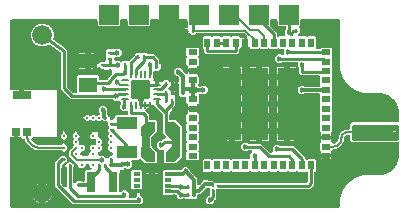
<source format=gbr>
G04 EAGLE Gerber RS-274X export*
G75*
%MOMM*%
%FSLAX34Y34*%
%LPD*%
%INTop Copper*%
%IPPOS*%
%AMOC8*
5,1,8,0,0,1.08239X$1,22.5*%
G01*
%ADD10R,0.250000X0.350000*%
%ADD11R,0.800000X0.500000*%
%ADD12R,0.500000X0.800000*%
%ADD13R,1.600000X1.600000*%
%ADD14R,0.630000X0.320000*%
%ADD15R,1.060000X1.560000*%
%ADD16C,1.676400*%
%ADD17R,0.280000X0.430000*%
%ADD18R,0.350000X0.250000*%
%ADD19R,0.430000X0.280000*%
%ADD20C,0.200000*%
%ADD21C,0.320000*%
%ADD22R,0.750000X2.540000*%
%ADD23R,1.600000X1.300000*%
%ADD24C,0.280000*%
%ADD25C,1.108000*%
%ADD26R,1.676400X1.676400*%
%ADD27C,0.250000*%
%ADD28R,1.800000X1.000000*%
%ADD29R,0.800000X1.800000*%
%ADD30R,1.600000X0.800000*%
%ADD31R,0.650000X0.800000*%
%ADD32C,0.230000*%
%ADD33C,0.254000*%
%ADD34C,0.454000*%
%ADD35C,0.152400*%
%ADD36C,0.304800*%
%ADD37C,0.203200*%

G36*
X280003Y2541D02*
X280003Y2541D01*
X280005Y2541D01*
X280166Y2552D01*
X280474Y2592D01*
X280483Y2595D01*
X280492Y2595D01*
X280636Y2635D01*
X280781Y2673D01*
X280789Y2677D01*
X280798Y2680D01*
X280943Y2751D01*
X281476Y3059D01*
X281550Y3115D01*
X281629Y3163D01*
X281676Y3211D01*
X281729Y3252D01*
X281787Y3324D01*
X281851Y3390D01*
X281916Y3487D01*
X281927Y3501D01*
X281930Y3509D01*
X281941Y3524D01*
X282249Y4057D01*
X282252Y4066D01*
X282258Y4073D01*
X282314Y4212D01*
X282372Y4351D01*
X282373Y4360D01*
X282377Y4368D01*
X282408Y4526D01*
X282448Y4834D01*
X282448Y4837D01*
X282449Y4839D01*
X282459Y5000D01*
X282459Y11070D01*
X284666Y17861D01*
X288863Y23637D01*
X294639Y27834D01*
X301430Y30041D01*
X315000Y30041D01*
X315022Y30043D01*
X315100Y30045D01*
X317632Y30244D01*
X317700Y30258D01*
X317769Y30262D01*
X317925Y30302D01*
X322742Y31867D01*
X322850Y31918D01*
X322960Y31962D01*
X323011Y31994D01*
X323030Y32003D01*
X323046Y32016D01*
X323096Y32048D01*
X327194Y35025D01*
X327281Y35106D01*
X327372Y35182D01*
X327411Y35229D01*
X327426Y35243D01*
X327437Y35260D01*
X327475Y35306D01*
X330452Y39404D01*
X330509Y39508D01*
X330573Y39608D01*
X330596Y39665D01*
X330605Y39683D01*
X330611Y39702D01*
X330633Y39758D01*
X332198Y44575D01*
X332211Y44643D01*
X332233Y44708D01*
X332256Y44868D01*
X332455Y47400D01*
X332454Y47422D01*
X332459Y47500D01*
X332459Y57060D01*
X332444Y57178D01*
X332437Y57297D01*
X332424Y57335D01*
X332419Y57376D01*
X332376Y57486D01*
X332339Y57599D01*
X332317Y57634D01*
X332302Y57671D01*
X332233Y57767D01*
X332169Y57868D01*
X332139Y57896D01*
X332116Y57929D01*
X332024Y58005D01*
X331937Y58086D01*
X331902Y58106D01*
X331871Y58131D01*
X331763Y58182D01*
X331659Y58240D01*
X331619Y58250D01*
X331583Y58267D01*
X331466Y58289D01*
X331351Y58319D01*
X331291Y58323D01*
X331271Y58327D01*
X331250Y58325D01*
X331190Y58329D01*
X292444Y58329D01*
X290879Y59894D01*
X290879Y63044D01*
X290864Y63162D01*
X290857Y63281D01*
X290844Y63319D01*
X290839Y63360D01*
X290796Y63470D01*
X290759Y63583D01*
X290737Y63618D01*
X290722Y63655D01*
X290653Y63751D01*
X290589Y63852D01*
X290559Y63880D01*
X290536Y63913D01*
X290444Y63989D01*
X290357Y64070D01*
X290322Y64090D01*
X290291Y64115D01*
X290183Y64166D01*
X290079Y64224D01*
X290039Y64234D01*
X290003Y64251D01*
X289886Y64273D01*
X289771Y64303D01*
X289711Y64307D01*
X289691Y64311D01*
X289670Y64309D01*
X289610Y64313D01*
X288000Y64313D01*
X287998Y64313D01*
X287995Y64313D01*
X287834Y64302D01*
X287564Y64267D01*
X287555Y64264D01*
X287546Y64264D01*
X287402Y64224D01*
X287257Y64186D01*
X287248Y64182D01*
X287239Y64179D01*
X287095Y64108D01*
X286627Y63837D01*
X286554Y63782D01*
X286475Y63734D01*
X286427Y63686D01*
X286374Y63645D01*
X286316Y63573D01*
X286252Y63507D01*
X286187Y63409D01*
X286176Y63396D01*
X286173Y63388D01*
X286163Y63373D01*
X285892Y62905D01*
X285889Y62896D01*
X285883Y62889D01*
X285827Y62750D01*
X285769Y62612D01*
X285768Y62602D01*
X285764Y62594D01*
X285733Y62436D01*
X285698Y62166D01*
X285698Y62163D01*
X285697Y62161D01*
X285687Y62000D01*
X285687Y59378D01*
X283064Y54836D01*
X278522Y52213D01*
X276903Y52213D01*
X276805Y52201D01*
X276706Y52198D01*
X276648Y52181D01*
X276588Y52173D01*
X276496Y52137D01*
X276401Y52109D01*
X276349Y52079D01*
X276292Y52056D01*
X276212Y51998D01*
X276127Y51948D01*
X276051Y51882D01*
X276035Y51870D01*
X276027Y51860D01*
X276006Y51842D01*
X274615Y50451D01*
X274597Y50427D01*
X274575Y50408D01*
X274500Y50302D01*
X274420Y50200D01*
X274409Y50172D01*
X274392Y50148D01*
X274346Y50027D01*
X274294Y49908D01*
X274289Y49878D01*
X274279Y49851D01*
X274265Y49722D01*
X274244Y49594D01*
X274247Y49564D01*
X274244Y49535D01*
X274262Y49406D01*
X274274Y49277D01*
X274284Y49249D01*
X274288Y49220D01*
X274340Y49068D01*
X274368Y49000D01*
X274368Y47769D01*
X270368Y47769D01*
X270367Y47769D01*
X266367Y47769D01*
X266367Y49000D01*
X266395Y49068D01*
X266402Y49096D01*
X266416Y49122D01*
X266444Y49248D01*
X266478Y49374D01*
X266479Y49404D01*
X266485Y49433D01*
X266481Y49562D01*
X266484Y49692D01*
X266477Y49721D01*
X266476Y49751D01*
X266440Y49875D01*
X266409Y50002D01*
X266396Y50028D01*
X266387Y50056D01*
X266321Y50168D01*
X266261Y50283D01*
X266241Y50305D01*
X266226Y50330D01*
X266119Y50451D01*
X265097Y51474D01*
X265097Y57526D01*
X266119Y58549D01*
X266138Y58573D01*
X266160Y58592D01*
X266235Y58698D01*
X266314Y58800D01*
X266326Y58828D01*
X266343Y58852D01*
X266389Y58973D01*
X266441Y59092D01*
X266445Y59122D01*
X266456Y59149D01*
X266470Y59278D01*
X266491Y59406D01*
X266488Y59436D01*
X266491Y59465D01*
X266473Y59594D01*
X266461Y59723D01*
X266451Y59751D01*
X266447Y59780D01*
X266395Y59932D01*
X266367Y60000D01*
X266367Y61231D01*
X270367Y61231D01*
X270368Y61231D01*
X274368Y61231D01*
X274368Y60000D01*
X274340Y59932D01*
X274332Y59904D01*
X274319Y59878D01*
X274291Y59751D01*
X274256Y59626D01*
X274256Y59596D01*
X274249Y59567D01*
X274253Y59438D01*
X274251Y59308D01*
X274258Y59279D01*
X274259Y59249D01*
X274295Y59125D01*
X274325Y58998D01*
X274339Y58972D01*
X274347Y58944D01*
X274413Y58832D01*
X274474Y58717D01*
X274494Y58695D01*
X274509Y58670D01*
X274615Y58549D01*
X275889Y57275D01*
X275907Y57261D01*
X275922Y57244D01*
X276033Y57164D01*
X276140Y57080D01*
X276161Y57071D01*
X276180Y57058D01*
X276307Y57008D01*
X276432Y56954D01*
X276455Y56950D01*
X276476Y56942D01*
X276611Y56926D01*
X276746Y56904D01*
X276769Y56906D01*
X276792Y56903D01*
X276952Y56914D01*
X277086Y56932D01*
X277095Y56934D01*
X277105Y56935D01*
X277249Y56975D01*
X277394Y57013D01*
X277402Y57017D01*
X277411Y57020D01*
X277555Y57091D01*
X279323Y58112D01*
X279397Y58168D01*
X279476Y58216D01*
X279523Y58264D01*
X279577Y58304D01*
X279634Y58377D01*
X279699Y58442D01*
X279764Y58540D01*
X279774Y58553D01*
X279778Y58561D01*
X279788Y58577D01*
X280809Y60345D01*
X280812Y60353D01*
X280818Y60361D01*
X280874Y60499D01*
X280932Y60638D01*
X280933Y60647D01*
X280937Y60656D01*
X280968Y60814D01*
X281102Y61834D01*
X281102Y61837D01*
X281103Y61839D01*
X281113Y62000D01*
X281113Y63845D01*
X282959Y67041D01*
X286155Y68887D01*
X289610Y68887D01*
X289728Y68902D01*
X289847Y68909D01*
X289885Y68922D01*
X289926Y68927D01*
X290036Y68970D01*
X290149Y69007D01*
X290184Y69029D01*
X290221Y69044D01*
X290317Y69113D01*
X290418Y69177D01*
X290446Y69207D01*
X290479Y69230D01*
X290555Y69322D01*
X290636Y69409D01*
X290656Y69444D01*
X290681Y69475D01*
X290732Y69583D01*
X290790Y69687D01*
X290800Y69727D01*
X290817Y69763D01*
X290839Y69880D01*
X290869Y69995D01*
X290873Y70055D01*
X290877Y70075D01*
X290875Y70096D01*
X290879Y70156D01*
X290879Y73306D01*
X292444Y74871D01*
X331190Y74871D01*
X331308Y74886D01*
X331427Y74893D01*
X331465Y74906D01*
X331506Y74911D01*
X331616Y74954D01*
X331729Y74991D01*
X331764Y75013D01*
X331801Y75028D01*
X331897Y75097D01*
X331998Y75161D01*
X332026Y75191D01*
X332059Y75214D01*
X332135Y75306D01*
X332216Y75393D01*
X332236Y75428D01*
X332261Y75459D01*
X332312Y75567D01*
X332370Y75671D01*
X332380Y75711D01*
X332397Y75747D01*
X332419Y75864D01*
X332449Y75979D01*
X332453Y76039D01*
X332457Y76059D01*
X332456Y76073D01*
X332457Y76077D01*
X332456Y76088D01*
X332459Y76140D01*
X332459Y82500D01*
X332457Y82522D01*
X332455Y82600D01*
X332256Y85132D01*
X332242Y85200D01*
X332238Y85269D01*
X332198Y85425D01*
X330633Y90242D01*
X330582Y90350D01*
X330538Y90460D01*
X330506Y90511D01*
X330497Y90530D01*
X330484Y90546D01*
X330452Y90596D01*
X327475Y94694D01*
X327454Y94716D01*
X327442Y94735D01*
X327394Y94781D01*
X327318Y94872D01*
X327271Y94911D01*
X327257Y94926D01*
X327240Y94937D01*
X327194Y94975D01*
X323096Y97952D01*
X322992Y98009D01*
X322892Y98073D01*
X322835Y98096D01*
X322817Y98105D01*
X322798Y98111D01*
X322742Y98133D01*
X317925Y99698D01*
X317857Y99711D01*
X317792Y99733D01*
X317632Y99756D01*
X315100Y99955D01*
X315078Y99954D01*
X315000Y99959D01*
X301430Y99959D01*
X294639Y102166D01*
X288863Y106363D01*
X284666Y112139D01*
X282459Y118930D01*
X282459Y160000D01*
X282459Y160003D01*
X282459Y160005D01*
X282448Y160166D01*
X282408Y160474D01*
X282405Y160483D01*
X282405Y160492D01*
X282365Y160636D01*
X282327Y160781D01*
X282323Y160789D01*
X282320Y160798D01*
X282249Y160943D01*
X281941Y161476D01*
X281885Y161549D01*
X281837Y161629D01*
X281789Y161676D01*
X281748Y161729D01*
X281676Y161787D01*
X281610Y161851D01*
X281512Y161916D01*
X281499Y161927D01*
X281491Y161930D01*
X281476Y161941D01*
X280943Y162249D01*
X280934Y162252D01*
X280927Y162258D01*
X280788Y162314D01*
X280650Y162372D01*
X280640Y162373D01*
X280632Y162377D01*
X280474Y162408D01*
X280166Y162448D01*
X280163Y162448D01*
X280161Y162449D01*
X280000Y162459D01*
X249822Y162459D01*
X249704Y162444D01*
X249585Y162437D01*
X249547Y162424D01*
X249506Y162419D01*
X249396Y162376D01*
X249283Y162339D01*
X249248Y162317D01*
X249211Y162302D01*
X249115Y162233D01*
X249014Y162169D01*
X248986Y162139D01*
X248953Y162116D01*
X248877Y162024D01*
X248796Y161937D01*
X248776Y161902D01*
X248751Y161871D01*
X248700Y161763D01*
X248642Y161659D01*
X248632Y161619D01*
X248615Y161583D01*
X248593Y161466D01*
X248563Y161351D01*
X248559Y161291D01*
X248555Y161271D01*
X248557Y161250D01*
X248553Y161190D01*
X248553Y157192D01*
X247829Y156467D01*
X247744Y156358D01*
X247655Y156251D01*
X247646Y156232D01*
X247634Y156216D01*
X247578Y156089D01*
X247519Y155963D01*
X247515Y155943D01*
X247507Y155924D01*
X247485Y155786D01*
X247459Y155650D01*
X247461Y155630D01*
X247457Y155610D01*
X247471Y155471D01*
X247479Y155333D01*
X247485Y155314D01*
X247487Y155294D01*
X247534Y155162D01*
X247577Y155031D01*
X247588Y155013D01*
X247595Y154994D01*
X247673Y154879D01*
X247747Y154762D01*
X247762Y154748D01*
X247773Y154731D01*
X247877Y154639D01*
X247979Y154544D01*
X247997Y154534D01*
X248012Y154521D01*
X248136Y154458D01*
X248257Y154390D01*
X248277Y154385D01*
X248295Y154376D01*
X248431Y154346D01*
X248565Y154311D01*
X248593Y154309D01*
X248605Y154306D01*
X248626Y154307D01*
X248631Y154307D01*
X248631Y152550D01*
X248631Y150799D01*
X248472Y150799D01*
X248374Y150787D01*
X248275Y150784D01*
X248217Y150767D01*
X248157Y150759D01*
X248065Y150723D01*
X247969Y150695D01*
X247917Y150665D01*
X247861Y150642D01*
X247781Y150584D01*
X247695Y150534D01*
X247620Y150468D01*
X247604Y150456D01*
X247596Y150446D01*
X247575Y150428D01*
X247085Y149938D01*
X246999Y149828D01*
X246911Y149721D01*
X246902Y149702D01*
X246890Y149686D01*
X246834Y149558D01*
X246775Y149433D01*
X246771Y149413D01*
X246763Y149394D01*
X246741Y149256D01*
X246715Y149120D01*
X246717Y149100D01*
X246713Y149080D01*
X246727Y148941D01*
X246735Y148803D01*
X246741Y148784D01*
X246743Y148764D01*
X246790Y148632D01*
X246833Y148501D01*
X246844Y148483D01*
X246851Y148464D01*
X246929Y148350D01*
X247003Y148232D01*
X247018Y148218D01*
X247029Y148201D01*
X247134Y148109D01*
X247235Y148014D01*
X247253Y148004D01*
X247268Y147991D01*
X247392Y147927D01*
X247513Y147860D01*
X247533Y147855D01*
X247551Y147846D01*
X247687Y147816D01*
X247821Y147781D01*
X247849Y147779D01*
X247861Y147776D01*
X247882Y147777D01*
X247982Y147771D01*
X252894Y147771D01*
X252970Y147695D01*
X253064Y147622D01*
X253153Y147543D01*
X253189Y147524D01*
X253221Y147500D01*
X253330Y147452D01*
X253436Y147398D01*
X253476Y147389D01*
X253513Y147373D01*
X253631Y147355D01*
X253747Y147329D01*
X253787Y147330D01*
X253827Y147323D01*
X253946Y147335D01*
X254065Y147338D01*
X254103Y147349D01*
X254144Y147353D01*
X254256Y147394D01*
X254370Y147427D01*
X254405Y147447D01*
X254443Y147461D01*
X254541Y147528D01*
X254644Y147588D01*
X254689Y147628D01*
X254706Y147639D01*
X254720Y147655D01*
X254765Y147695D01*
X254841Y147771D01*
X260894Y147771D01*
X261638Y147026D01*
X261638Y138310D01*
X261653Y138192D01*
X261660Y138073D01*
X261673Y138035D01*
X261678Y137994D01*
X261722Y137884D01*
X261758Y137771D01*
X261780Y137736D01*
X261795Y137699D01*
X261865Y137603D01*
X261929Y137502D01*
X261958Y137474D01*
X261982Y137441D01*
X262074Y137365D01*
X262160Y137284D01*
X262196Y137264D01*
X262227Y137239D01*
X262334Y137188D01*
X262439Y137130D01*
X262478Y137120D01*
X262514Y137103D01*
X262631Y137081D01*
X262747Y137051D01*
X262807Y137047D01*
X262827Y137043D01*
X262847Y137045D01*
X262907Y137041D01*
X264085Y137041D01*
X264183Y137053D01*
X264282Y137056D01*
X264341Y137073D01*
X264401Y137081D01*
X264493Y137117D01*
X264588Y137145D01*
X264640Y137175D01*
X264696Y137198D01*
X264776Y137256D01*
X264862Y137306D01*
X264937Y137372D01*
X264954Y137384D01*
X264962Y137394D01*
X264983Y137412D01*
X265841Y138271D01*
X274894Y138271D01*
X275638Y137526D01*
X275638Y131474D01*
X275562Y131397D01*
X275489Y131303D01*
X275410Y131214D01*
X275392Y131178D01*
X275367Y131146D01*
X275320Y131037D01*
X275266Y130931D01*
X275257Y130891D01*
X275241Y130854D01*
X275222Y130737D01*
X275196Y130621D01*
X275197Y130580D01*
X275191Y130540D01*
X275202Y130421D01*
X275206Y130303D01*
X275217Y130264D01*
X275221Y130224D01*
X275261Y130111D01*
X275294Y129997D01*
X275315Y129962D01*
X275328Y129924D01*
X275395Y129826D01*
X275456Y129723D01*
X275495Y129678D01*
X275507Y129661D01*
X275522Y129648D01*
X275562Y129602D01*
X275638Y129526D01*
X275638Y123474D01*
X275562Y123397D01*
X275489Y123303D01*
X275410Y123214D01*
X275392Y123178D01*
X275367Y123146D01*
X275320Y123037D01*
X275266Y122931D01*
X275257Y122891D01*
X275241Y122854D01*
X275222Y122737D01*
X275196Y122621D01*
X275197Y122580D01*
X275191Y122540D01*
X275202Y122421D01*
X275206Y122303D01*
X275217Y122264D01*
X275221Y122224D01*
X275261Y122111D01*
X275294Y121997D01*
X275315Y121962D01*
X275328Y121924D01*
X275395Y121826D01*
X275456Y121723D01*
X275495Y121678D01*
X275507Y121661D01*
X275522Y121648D01*
X275562Y121602D01*
X275638Y121526D01*
X275638Y115474D01*
X275562Y115397D01*
X275489Y115303D01*
X275410Y115214D01*
X275392Y115178D01*
X275367Y115146D01*
X275320Y115037D01*
X275266Y114931D01*
X275257Y114891D01*
X275241Y114854D01*
X275222Y114737D01*
X275196Y114621D01*
X275197Y114580D01*
X275191Y114540D01*
X275202Y114421D01*
X275206Y114303D01*
X275217Y114264D01*
X275221Y114224D01*
X275261Y114111D01*
X275294Y113997D01*
X275315Y113962D01*
X275328Y113924D01*
X275395Y113826D01*
X275456Y113723D01*
X275495Y113678D01*
X275507Y113661D01*
X275522Y113648D01*
X275562Y113602D01*
X275638Y113526D01*
X275638Y107474D01*
X275562Y107397D01*
X275489Y107303D01*
X275410Y107214D01*
X275392Y107178D01*
X275367Y107146D01*
X275320Y107037D01*
X275266Y106931D01*
X275257Y106891D01*
X275241Y106854D01*
X275222Y106737D01*
X275196Y106621D01*
X275197Y106580D01*
X275191Y106540D01*
X275202Y106421D01*
X275206Y106303D01*
X275217Y106264D01*
X275221Y106224D01*
X275261Y106111D01*
X275294Y105997D01*
X275315Y105962D01*
X275328Y105924D01*
X275395Y105826D01*
X275456Y105723D01*
X275495Y105678D01*
X275507Y105661D01*
X275522Y105648D01*
X275562Y105602D01*
X275638Y105526D01*
X275638Y99474D01*
X275562Y99397D01*
X275489Y99303D01*
X275410Y99214D01*
X275392Y99178D01*
X275367Y99146D01*
X275320Y99037D01*
X275266Y98931D01*
X275257Y98891D01*
X275241Y98854D01*
X275222Y98737D01*
X275196Y98621D01*
X275197Y98580D01*
X275191Y98540D01*
X275202Y98421D01*
X275206Y98303D01*
X275217Y98264D01*
X275221Y98224D01*
X275261Y98111D01*
X275294Y97997D01*
X275315Y97962D01*
X275328Y97924D01*
X275395Y97826D01*
X275456Y97723D01*
X275495Y97678D01*
X275507Y97661D01*
X275522Y97648D01*
X275562Y97602D01*
X275638Y97526D01*
X275638Y91474D01*
X275562Y91397D01*
X275489Y91303D01*
X275410Y91214D01*
X275392Y91178D01*
X275367Y91146D01*
X275320Y91037D01*
X275266Y90931D01*
X275257Y90891D01*
X275241Y90854D01*
X275222Y90737D01*
X275196Y90621D01*
X275197Y90580D01*
X275191Y90540D01*
X275202Y90421D01*
X275206Y90303D01*
X275217Y90264D01*
X275221Y90224D01*
X275261Y90111D01*
X275294Y89997D01*
X275315Y89962D01*
X275328Y89924D01*
X275395Y89826D01*
X275456Y89723D01*
X275495Y89678D01*
X275507Y89661D01*
X275522Y89648D01*
X275562Y89602D01*
X275638Y89526D01*
X275638Y83474D01*
X275562Y83397D01*
X275489Y83303D01*
X275410Y83214D01*
X275400Y83194D01*
X275392Y83184D01*
X275384Y83168D01*
X275367Y83146D01*
X275320Y83037D01*
X275266Y82931D01*
X275259Y82904D01*
X275256Y82896D01*
X275254Y82885D01*
X275241Y82854D01*
X275222Y82737D01*
X275196Y82621D01*
X275197Y82588D01*
X275196Y82584D01*
X275197Y82577D01*
X275191Y82540D01*
X275202Y82421D01*
X275206Y82303D01*
X275216Y82267D01*
X275217Y82264D01*
X275221Y82224D01*
X275261Y82111D01*
X275294Y81997D01*
X275315Y81962D01*
X275328Y81924D01*
X275395Y81826D01*
X275456Y81723D01*
X275495Y81678D01*
X275507Y81661D01*
X275522Y81648D01*
X275562Y81602D01*
X275638Y81526D01*
X275638Y75474D01*
X275562Y75397D01*
X275489Y75303D01*
X275410Y75214D01*
X275392Y75178D01*
X275367Y75146D01*
X275320Y75037D01*
X275266Y74931D01*
X275257Y74891D01*
X275241Y74854D01*
X275222Y74737D01*
X275196Y74621D01*
X275197Y74580D01*
X275191Y74540D01*
X275202Y74421D01*
X275206Y74303D01*
X275217Y74264D01*
X275221Y74224D01*
X275261Y74111D01*
X275294Y73997D01*
X275315Y73962D01*
X275328Y73924D01*
X275395Y73826D01*
X275456Y73723D01*
X275495Y73678D01*
X275507Y73661D01*
X275522Y73648D01*
X275562Y73602D01*
X275638Y73526D01*
X275638Y67474D01*
X274615Y66451D01*
X274597Y66427D01*
X274575Y66408D01*
X274500Y66302D01*
X274420Y66200D01*
X274409Y66173D01*
X274392Y66148D01*
X274346Y66027D01*
X274294Y65908D01*
X274289Y65879D01*
X274279Y65851D01*
X274265Y65722D01*
X274244Y65594D01*
X274247Y65564D01*
X274244Y65535D01*
X274262Y65406D01*
X274274Y65277D01*
X274284Y65249D01*
X274288Y65220D01*
X274340Y65068D01*
X274368Y65000D01*
X274368Y63769D01*
X270368Y63769D01*
X270367Y63769D01*
X266367Y63769D01*
X266367Y65000D01*
X266395Y65067D01*
X266402Y65096D01*
X266416Y65122D01*
X266444Y65249D01*
X266478Y65374D01*
X266479Y65404D01*
X266485Y65433D01*
X266482Y65563D01*
X266484Y65692D01*
X266477Y65721D01*
X266476Y65751D01*
X266440Y65876D01*
X266409Y66001D01*
X266396Y66028D01*
X266387Y66056D01*
X266321Y66168D01*
X266261Y66283D01*
X266241Y66305D01*
X266226Y66330D01*
X266119Y66451D01*
X265097Y67474D01*
X265097Y73526D01*
X265173Y73602D01*
X265246Y73697D01*
X265325Y73786D01*
X265343Y73822D01*
X265368Y73854D01*
X265415Y73963D01*
X265469Y74069D01*
X265478Y74109D01*
X265494Y74146D01*
X265513Y74263D01*
X265539Y74379D01*
X265538Y74420D01*
X265544Y74460D01*
X265533Y74578D01*
X265529Y74697D01*
X265518Y74736D01*
X265514Y74776D01*
X265474Y74889D01*
X265441Y75003D01*
X265420Y75037D01*
X265407Y75076D01*
X265340Y75174D01*
X265279Y75277D01*
X265239Y75322D01*
X265228Y75339D01*
X265213Y75352D01*
X265173Y75397D01*
X265097Y75474D01*
X265097Y81526D01*
X265173Y81602D01*
X265246Y81697D01*
X265325Y81786D01*
X265343Y81822D01*
X265368Y81854D01*
X265415Y81963D01*
X265469Y82069D01*
X265478Y82109D01*
X265494Y82146D01*
X265513Y82263D01*
X265539Y82379D01*
X265538Y82418D01*
X265538Y82423D01*
X265538Y82425D01*
X265544Y82460D01*
X265533Y82578D01*
X265529Y82697D01*
X265519Y82731D01*
X265519Y82740D01*
X265517Y82746D01*
X265514Y82776D01*
X265474Y82889D01*
X265441Y83003D01*
X265425Y83029D01*
X265421Y83043D01*
X265415Y83052D01*
X265407Y83076D01*
X265340Y83174D01*
X265279Y83277D01*
X265256Y83303D01*
X265251Y83312D01*
X265239Y83323D01*
X265228Y83339D01*
X265213Y83352D01*
X265173Y83397D01*
X265097Y83474D01*
X265097Y89526D01*
X265173Y89602D01*
X265246Y89697D01*
X265325Y89786D01*
X265343Y89822D01*
X265368Y89854D01*
X265415Y89963D01*
X265469Y90069D01*
X265478Y90108D01*
X265494Y90146D01*
X265513Y90263D01*
X265539Y90379D01*
X265538Y90420D01*
X265544Y90460D01*
X265533Y90578D01*
X265529Y90697D01*
X265518Y90736D01*
X265514Y90776D01*
X265474Y90889D01*
X265441Y91003D01*
X265420Y91037D01*
X265407Y91076D01*
X265340Y91174D01*
X265279Y91277D01*
X265239Y91322D01*
X265228Y91339D01*
X265213Y91352D01*
X265173Y91397D01*
X265097Y91474D01*
X265097Y97552D01*
X265183Y97655D01*
X265191Y97674D01*
X265204Y97690D01*
X265259Y97818D01*
X265318Y97943D01*
X265322Y97963D01*
X265330Y97982D01*
X265352Y98119D01*
X265378Y98256D01*
X265377Y98276D01*
X265380Y98296D01*
X265367Y98434D01*
X265358Y98573D01*
X265352Y98592D01*
X265350Y98612D01*
X265303Y98743D01*
X265260Y98875D01*
X265249Y98893D01*
X265243Y98912D01*
X265164Y99027D01*
X265090Y99144D01*
X265075Y99158D01*
X265064Y99175D01*
X264960Y99267D01*
X264858Y99362D01*
X264841Y99372D01*
X264826Y99385D01*
X264702Y99448D01*
X264580Y99516D01*
X264560Y99521D01*
X264542Y99530D01*
X264407Y99560D01*
X264272Y99595D01*
X264244Y99597D01*
X264232Y99600D01*
X264212Y99599D01*
X264111Y99605D01*
X252538Y99605D01*
X252440Y99593D01*
X252341Y99590D01*
X252283Y99573D01*
X252223Y99565D01*
X252131Y99529D01*
X252036Y99501D01*
X251983Y99471D01*
X251927Y99448D01*
X251847Y99390D01*
X251762Y99340D01*
X251686Y99274D01*
X251670Y99262D01*
X251662Y99252D01*
X251641Y99234D01*
X251267Y98859D01*
X248333Y98859D01*
X246259Y100933D01*
X246259Y104230D01*
X246253Y104283D01*
X246335Y104286D01*
X246354Y104291D01*
X246374Y104293D01*
X246506Y104335D01*
X246640Y104374D01*
X246658Y104385D01*
X246677Y104391D01*
X246794Y104465D01*
X246914Y104536D01*
X246935Y104554D01*
X246945Y104561D01*
X246960Y104576D01*
X247035Y104642D01*
X248333Y105941D01*
X251267Y105941D01*
X251641Y105566D01*
X251719Y105506D01*
X251791Y105438D01*
X251844Y105409D01*
X251892Y105372D01*
X251983Y105332D01*
X252070Y105284D01*
X252128Y105269D01*
X252184Y105245D01*
X252282Y105230D01*
X252378Y105205D01*
X252478Y105199D01*
X252498Y105195D01*
X252510Y105197D01*
X252538Y105195D01*
X264239Y105195D01*
X264337Y105207D01*
X264436Y105210D01*
X264494Y105227D01*
X264555Y105235D01*
X264647Y105271D01*
X264741Y105298D01*
X264794Y105329D01*
X264850Y105352D01*
X264930Y105410D01*
X265015Y105460D01*
X265091Y105526D01*
X265108Y105538D01*
X265116Y105548D01*
X265136Y105566D01*
X265172Y105602D01*
X265245Y105696D01*
X265325Y105786D01*
X265343Y105822D01*
X265367Y105853D01*
X265415Y105963D01*
X265469Y106069D01*
X265478Y106108D01*
X265494Y106145D01*
X265513Y106263D01*
X265539Y106379D01*
X265538Y106419D01*
X265544Y106459D01*
X265533Y106578D01*
X265529Y106697D01*
X265518Y106736D01*
X265514Y106776D01*
X265474Y106888D01*
X265441Y107003D01*
X265420Y107037D01*
X265407Y107075D01*
X265340Y107174D01*
X265279Y107277D01*
X265240Y107322D01*
X265228Y107338D01*
X265213Y107352D01*
X265173Y107397D01*
X265097Y107474D01*
X265097Y113590D01*
X265082Y113708D01*
X265074Y113827D01*
X265062Y113865D01*
X265057Y113906D01*
X265013Y114016D01*
X264976Y114129D01*
X264955Y114164D01*
X264940Y114201D01*
X264870Y114297D01*
X264806Y114398D01*
X264777Y114426D01*
X264753Y114459D01*
X264661Y114535D01*
X264574Y114616D01*
X264539Y114636D01*
X264508Y114661D01*
X264400Y114712D01*
X264296Y114770D01*
X264257Y114780D01*
X264220Y114797D01*
X264103Y114819D01*
X263988Y114849D01*
X263928Y114853D01*
X263908Y114857D01*
X263888Y114855D01*
X263827Y114859D01*
X248948Y114859D01*
X247459Y116348D01*
X247459Y120733D01*
X247447Y120831D01*
X247444Y120929D01*
X247427Y120988D01*
X247419Y121048D01*
X247383Y121140D01*
X247356Y121235D01*
X247325Y121287D01*
X247302Y121344D01*
X247244Y121424D01*
X247194Y121509D01*
X247128Y121585D01*
X247116Y121601D01*
X247106Y121609D01*
X247088Y121630D01*
X247035Y121683D01*
X246925Y121768D01*
X246818Y121857D01*
X246800Y121865D01*
X246784Y121878D01*
X246656Y121933D01*
X246530Y121992D01*
X246511Y121996D01*
X246492Y122004D01*
X246354Y122026D01*
X246245Y122047D01*
X246269Y122090D01*
X246329Y122182D01*
X246346Y122229D01*
X246370Y122272D01*
X246397Y122378D01*
X246433Y122482D01*
X246437Y122532D01*
X246449Y122580D01*
X246459Y122741D01*
X246459Y125090D01*
X246444Y125208D01*
X246437Y125327D01*
X246424Y125365D01*
X246419Y125406D01*
X246376Y125516D01*
X246339Y125629D01*
X246317Y125664D01*
X246302Y125701D01*
X246233Y125797D01*
X246169Y125898D01*
X246139Y125926D01*
X246116Y125959D01*
X246024Y126035D01*
X245937Y126116D01*
X245902Y126136D01*
X245871Y126161D01*
X245763Y126212D01*
X245659Y126270D01*
X245619Y126280D01*
X245583Y126297D01*
X245466Y126319D01*
X245351Y126349D01*
X245291Y126353D01*
X245271Y126357D01*
X245250Y126355D01*
X245190Y126359D01*
X233892Y126359D01*
X233794Y126347D01*
X233695Y126344D01*
X233637Y126327D01*
X233577Y126319D01*
X233485Y126283D01*
X233390Y126255D01*
X233337Y126225D01*
X233281Y126202D01*
X233201Y126144D01*
X233116Y126094D01*
X233040Y126028D01*
X233024Y126016D01*
X233016Y126006D01*
X232995Y125988D01*
X232367Y125359D01*
X229433Y125359D01*
X227359Y127433D01*
X227359Y130367D01*
X229433Y132441D01*
X232367Y132441D01*
X232693Y132115D01*
X232802Y132030D01*
X232909Y131941D01*
X232928Y131932D01*
X232944Y131920D01*
X233072Y131864D01*
X233197Y131805D01*
X233217Y131802D01*
X233236Y131794D01*
X233374Y131772D01*
X233510Y131746D01*
X233530Y131747D01*
X233550Y131744D01*
X233689Y131757D01*
X233827Y131765D01*
X233846Y131772D01*
X233866Y131773D01*
X233997Y131821D01*
X234129Y131863D01*
X234147Y131874D01*
X234166Y131881D01*
X234280Y131959D01*
X234398Y132034D01*
X234412Y132048D01*
X234429Y132060D01*
X234521Y132164D01*
X234616Y132265D01*
X234626Y132283D01*
X234639Y132298D01*
X234702Y132422D01*
X234770Y132544D01*
X234775Y132563D01*
X234784Y132581D01*
X234814Y132717D01*
X234849Y132852D01*
X234851Y132880D01*
X234854Y132892D01*
X234853Y132912D01*
X234859Y133012D01*
X234859Y135960D01*
X234844Y136078D01*
X234837Y136197D01*
X234824Y136235D01*
X234819Y136276D01*
X234776Y136386D01*
X234739Y136499D01*
X234717Y136534D01*
X234702Y136571D01*
X234633Y136667D01*
X234569Y136768D01*
X234539Y136796D01*
X234516Y136829D01*
X234424Y136905D01*
X234337Y136986D01*
X234302Y137006D01*
X234271Y137031D01*
X234163Y137082D01*
X234059Y137140D01*
X234019Y137150D01*
X233983Y137167D01*
X233866Y137189D01*
X233751Y137219D01*
X233691Y137223D01*
X233671Y137227D01*
X233650Y137225D01*
X233590Y137229D01*
X230841Y137229D01*
X230765Y137305D01*
X230671Y137378D01*
X230582Y137457D01*
X230546Y137476D01*
X230514Y137500D01*
X230404Y137548D01*
X230298Y137602D01*
X230259Y137611D01*
X230222Y137627D01*
X230104Y137645D01*
X229988Y137671D01*
X229948Y137670D01*
X229908Y137677D01*
X229789Y137665D01*
X229670Y137662D01*
X229631Y137651D01*
X229591Y137647D01*
X229479Y137606D01*
X229365Y137573D01*
X229330Y137553D01*
X229292Y137539D01*
X229193Y137472D01*
X229091Y137412D01*
X229045Y137372D01*
X229029Y137361D01*
X229015Y137345D01*
X228970Y137305D01*
X228894Y137229D01*
X222841Y137229D01*
X222765Y137305D01*
X222671Y137378D01*
X222582Y137457D01*
X222546Y137476D01*
X222514Y137500D01*
X222404Y137548D01*
X222298Y137602D01*
X222259Y137611D01*
X222222Y137627D01*
X222104Y137645D01*
X221988Y137671D01*
X221948Y137670D01*
X221908Y137677D01*
X221789Y137665D01*
X221670Y137662D01*
X221631Y137651D01*
X221591Y137647D01*
X221479Y137606D01*
X221365Y137573D01*
X221330Y137553D01*
X221292Y137539D01*
X221193Y137472D01*
X221091Y137412D01*
X221045Y137372D01*
X221029Y137361D01*
X221015Y137345D01*
X220970Y137305D01*
X220894Y137229D01*
X214841Y137229D01*
X214765Y137305D01*
X214671Y137378D01*
X214582Y137457D01*
X214546Y137476D01*
X214514Y137500D01*
X214404Y137548D01*
X214298Y137602D01*
X214259Y137611D01*
X214222Y137627D01*
X214104Y137645D01*
X213988Y137671D01*
X213948Y137670D01*
X213908Y137677D01*
X213789Y137665D01*
X213670Y137662D01*
X213631Y137651D01*
X213591Y137647D01*
X213479Y137606D01*
X213365Y137573D01*
X213330Y137553D01*
X213292Y137539D01*
X213193Y137472D01*
X213091Y137412D01*
X213045Y137372D01*
X213029Y137361D01*
X213015Y137345D01*
X212970Y137305D01*
X212894Y137229D01*
X206841Y137229D01*
X205818Y138252D01*
X205795Y138270D01*
X205776Y138293D01*
X205670Y138367D01*
X205567Y138447D01*
X205540Y138459D01*
X205516Y138476D01*
X205394Y138522D01*
X205275Y138573D01*
X205246Y138578D01*
X205218Y138588D01*
X205089Y138603D01*
X204961Y138623D01*
X204932Y138620D01*
X204902Y138624D01*
X204774Y138606D01*
X204644Y138593D01*
X204617Y138583D01*
X204587Y138579D01*
X204435Y138527D01*
X204367Y138499D01*
X203137Y138499D01*
X203137Y142500D01*
X203137Y146809D01*
X203149Y146817D01*
X203162Y146833D01*
X203179Y146844D01*
X203268Y146952D01*
X203360Y147056D01*
X203369Y147074D01*
X203382Y147089D01*
X203441Y147215D01*
X203504Y147339D01*
X203509Y147359D01*
X203517Y147377D01*
X203543Y147514D01*
X203574Y147649D01*
X203573Y147670D01*
X203577Y147689D01*
X203568Y147828D01*
X203564Y147967D01*
X203559Y147987D01*
X203557Y148007D01*
X203515Y148138D01*
X203476Y148273D01*
X203465Y148290D01*
X203459Y148309D01*
X203385Y148427D01*
X203314Y148547D01*
X203296Y148568D01*
X203289Y148578D01*
X203274Y148592D01*
X203208Y148667D01*
X201530Y150346D01*
X201451Y150406D01*
X201379Y150474D01*
X201326Y150503D01*
X201278Y150540D01*
X201188Y150580D01*
X201101Y150628D01*
X201042Y150643D01*
X200987Y150667D01*
X200889Y150682D01*
X200793Y150707D01*
X200693Y150713D01*
X200673Y150717D01*
X200660Y150715D01*
X200632Y150717D01*
X161440Y150717D01*
X161342Y150705D01*
X161243Y150702D01*
X161185Y150685D01*
X161125Y150677D01*
X161033Y150641D01*
X160937Y150613D01*
X160885Y150583D01*
X160829Y150560D01*
X160749Y150502D01*
X160663Y150452D01*
X160588Y150386D01*
X160572Y150374D01*
X160564Y150364D01*
X160543Y150346D01*
X159526Y149329D01*
X155674Y149329D01*
X154775Y150228D01*
X154697Y150288D01*
X154625Y150356D01*
X154572Y150385D01*
X154524Y150422D01*
X154433Y150462D01*
X154347Y150510D01*
X154288Y150525D01*
X154232Y150549D01*
X154134Y150564D01*
X154039Y150589D01*
X153939Y150595D01*
X153918Y150599D01*
X153906Y150597D01*
X153878Y150599D01*
X153769Y150599D01*
X153769Y152750D01*
X153754Y152868D01*
X153747Y152987D01*
X153735Y153025D01*
X153730Y153065D01*
X153686Y153176D01*
X153649Y153289D01*
X153627Y153323D01*
X153613Y153361D01*
X153543Y153457D01*
X153479Y153558D01*
X153478Y153558D01*
X153449Y153586D01*
X153426Y153618D01*
X153425Y153619D01*
X153333Y153695D01*
X153247Y153776D01*
X153211Y153796D01*
X153180Y153822D01*
X153073Y153872D01*
X152968Y153930D01*
X152929Y153940D01*
X152893Y153957D01*
X152776Y153979D01*
X152660Y154009D01*
X152600Y154013D01*
X152580Y154017D01*
X152560Y154016D01*
X152500Y154019D01*
X151099Y154019D01*
X151099Y154900D01*
X151100Y154901D01*
X152274Y154901D01*
X152412Y154918D01*
X152550Y154931D01*
X152569Y154938D01*
X152589Y154941D01*
X152719Y154992D01*
X152850Y155039D01*
X152866Y155050D01*
X152885Y155058D01*
X152998Y155139D01*
X153113Y155217D01*
X153126Y155233D01*
X153143Y155244D01*
X153231Y155352D01*
X153323Y155456D01*
X153332Y155474D01*
X153345Y155489D01*
X153404Y155614D01*
X153468Y155739D01*
X153472Y155759D01*
X153481Y155777D01*
X153507Y155913D01*
X153537Y156049D01*
X153537Y156070D01*
X153541Y156089D01*
X153532Y156228D01*
X153528Y156367D01*
X153522Y156387D01*
X153521Y156407D01*
X153478Y156539D01*
X153439Y156673D01*
X153429Y156690D01*
X153423Y156709D01*
X153349Y156827D01*
X153278Y156947D01*
X153259Y156968D01*
X153253Y156978D01*
X153238Y156992D01*
X153171Y157068D01*
X153047Y157192D01*
X153047Y161190D01*
X153032Y161308D01*
X153025Y161427D01*
X153012Y161465D01*
X153007Y161506D01*
X152964Y161616D01*
X152927Y161729D01*
X152905Y161764D01*
X152890Y161801D01*
X152821Y161897D01*
X152757Y161998D01*
X152727Y162026D01*
X152704Y162059D01*
X152612Y162135D01*
X152525Y162216D01*
X152490Y162236D01*
X152459Y162261D01*
X152351Y162312D01*
X152247Y162370D01*
X152207Y162380D01*
X152171Y162397D01*
X152054Y162419D01*
X151939Y162449D01*
X151879Y162453D01*
X151859Y162457D01*
X151838Y162455D01*
X151778Y162459D01*
X146952Y162459D01*
X146834Y162444D01*
X146715Y162437D01*
X146677Y162424D01*
X146636Y162419D01*
X146526Y162376D01*
X146413Y162339D01*
X146378Y162317D01*
X146341Y162302D01*
X146245Y162233D01*
X146144Y162169D01*
X146116Y162139D01*
X146083Y162116D01*
X146007Y162024D01*
X145926Y161937D01*
X145906Y161902D01*
X145881Y161871D01*
X145830Y161763D01*
X145772Y161659D01*
X145762Y161619D01*
X145745Y161583D01*
X145723Y161466D01*
X145693Y161351D01*
X145689Y161291D01*
X145685Y161271D01*
X145687Y161250D01*
X145683Y161190D01*
X145683Y157718D01*
X145682Y157717D01*
X139839Y157717D01*
X139839Y161190D01*
X139824Y161308D01*
X139817Y161427D01*
X139804Y161465D01*
X139799Y161506D01*
X139756Y161616D01*
X139719Y161729D01*
X139697Y161764D01*
X139682Y161801D01*
X139612Y161897D01*
X139549Y161998D01*
X139519Y162026D01*
X139495Y162059D01*
X139404Y162135D01*
X139317Y162216D01*
X139282Y162236D01*
X139251Y162261D01*
X139143Y162312D01*
X139039Y162370D01*
X138999Y162380D01*
X138963Y162397D01*
X138846Y162419D01*
X138731Y162449D01*
X138670Y162453D01*
X138650Y162457D01*
X138630Y162455D01*
X138570Y162459D01*
X136030Y162459D01*
X135912Y162444D01*
X135793Y162437D01*
X135755Y162424D01*
X135714Y162419D01*
X135604Y162376D01*
X135491Y162339D01*
X135456Y162317D01*
X135419Y162302D01*
X135323Y162233D01*
X135222Y162169D01*
X135194Y162139D01*
X135161Y162116D01*
X135086Y162024D01*
X135004Y161937D01*
X134984Y161902D01*
X134959Y161871D01*
X134908Y161763D01*
X134850Y161659D01*
X134840Y161619D01*
X134823Y161583D01*
X134801Y161466D01*
X134771Y161351D01*
X134767Y161291D01*
X134763Y161271D01*
X134765Y161250D01*
X134761Y161190D01*
X134761Y157717D01*
X128918Y157717D01*
X128917Y157718D01*
X128917Y161190D01*
X128902Y161308D01*
X128895Y161427D01*
X128882Y161465D01*
X128877Y161506D01*
X128834Y161616D01*
X128797Y161729D01*
X128775Y161764D01*
X128760Y161801D01*
X128691Y161897D01*
X128627Y161998D01*
X128597Y162026D01*
X128574Y162059D01*
X128482Y162135D01*
X128395Y162216D01*
X128360Y162236D01*
X128329Y162261D01*
X128221Y162312D01*
X128117Y162370D01*
X128077Y162380D01*
X128041Y162397D01*
X127924Y162419D01*
X127809Y162449D01*
X127749Y162453D01*
X127729Y162457D01*
X127708Y162455D01*
X127648Y162459D01*
X122822Y162459D01*
X122704Y162444D01*
X122585Y162437D01*
X122547Y162424D01*
X122506Y162419D01*
X122396Y162376D01*
X122283Y162339D01*
X122248Y162317D01*
X122211Y162302D01*
X122115Y162233D01*
X122014Y162169D01*
X121986Y162139D01*
X121953Y162116D01*
X121877Y162024D01*
X121796Y161937D01*
X121776Y161902D01*
X121751Y161871D01*
X121700Y161763D01*
X121642Y161659D01*
X121632Y161619D01*
X121615Y161583D01*
X121593Y161466D01*
X121563Y161351D01*
X121559Y161291D01*
X121555Y161271D01*
X121557Y161250D01*
X121553Y161190D01*
X121553Y157192D01*
X120808Y156447D01*
X102992Y156447D01*
X102247Y157192D01*
X102247Y161190D01*
X102232Y161308D01*
X102225Y161427D01*
X102212Y161465D01*
X102207Y161506D01*
X102164Y161616D01*
X102127Y161729D01*
X102105Y161764D01*
X102090Y161801D01*
X102021Y161897D01*
X101957Y161998D01*
X101927Y162026D01*
X101904Y162059D01*
X101812Y162135D01*
X101725Y162216D01*
X101690Y162236D01*
X101659Y162261D01*
X101551Y162312D01*
X101447Y162370D01*
X101407Y162380D01*
X101371Y162397D01*
X101254Y162419D01*
X101139Y162449D01*
X101079Y162453D01*
X101059Y162457D01*
X101038Y162455D01*
X100978Y162459D01*
X97422Y162459D01*
X97304Y162444D01*
X97185Y162437D01*
X97147Y162424D01*
X97106Y162419D01*
X96996Y162376D01*
X96883Y162339D01*
X96848Y162317D01*
X96811Y162302D01*
X96715Y162233D01*
X96614Y162169D01*
X96586Y162139D01*
X96553Y162116D01*
X96477Y162024D01*
X96396Y161937D01*
X96376Y161902D01*
X96351Y161871D01*
X96300Y161763D01*
X96242Y161659D01*
X96232Y161619D01*
X96215Y161583D01*
X96193Y161466D01*
X96163Y161351D01*
X96159Y161291D01*
X96155Y161271D01*
X96157Y161250D01*
X96153Y161190D01*
X96153Y157192D01*
X95408Y156447D01*
X77592Y156447D01*
X76847Y157192D01*
X76847Y161190D01*
X76832Y161308D01*
X76825Y161427D01*
X76812Y161465D01*
X76807Y161506D01*
X76764Y161616D01*
X76727Y161729D01*
X76705Y161764D01*
X76690Y161801D01*
X76621Y161897D01*
X76557Y161998D01*
X76527Y162026D01*
X76504Y162059D01*
X76412Y162135D01*
X76325Y162216D01*
X76290Y162236D01*
X76259Y162261D01*
X76151Y162312D01*
X76047Y162370D01*
X76007Y162380D01*
X75971Y162397D01*
X75854Y162419D01*
X75739Y162449D01*
X75679Y162453D01*
X75659Y162457D01*
X75638Y162455D01*
X75578Y162459D01*
X5000Y162459D01*
X4998Y162459D01*
X4995Y162459D01*
X4834Y162448D01*
X4526Y162408D01*
X4517Y162405D01*
X4508Y162405D01*
X4364Y162365D01*
X4219Y162327D01*
X4211Y162323D01*
X4202Y162320D01*
X4057Y162249D01*
X3524Y161941D01*
X3450Y161885D01*
X3371Y161837D01*
X3324Y161789D01*
X3271Y161748D01*
X3213Y161676D01*
X3149Y161610D01*
X3084Y161513D01*
X3073Y161499D01*
X3070Y161491D01*
X3059Y161476D01*
X2751Y160943D01*
X2748Y160934D01*
X2742Y160927D01*
X2686Y160788D01*
X2628Y160649D01*
X2627Y160640D01*
X2623Y160632D01*
X2592Y160474D01*
X2552Y160166D01*
X2552Y160163D01*
X2551Y160161D01*
X2541Y160000D01*
X2541Y103589D01*
X2547Y103539D01*
X2545Y103490D01*
X2567Y103382D01*
X2581Y103273D01*
X2599Y103227D01*
X2609Y103178D01*
X2657Y103080D01*
X2698Y102978D01*
X2727Y102937D01*
X2749Y102893D01*
X2820Y102809D01*
X2884Y102720D01*
X2923Y102689D01*
X2955Y102651D01*
X3045Y102587D01*
X3129Y102517D01*
X3174Y102496D01*
X3215Y102468D01*
X3318Y102429D01*
X3417Y102382D01*
X3466Y102373D01*
X3512Y102355D01*
X3622Y102343D01*
X3729Y102322D01*
X3779Y102325D01*
X3828Y102320D01*
X3937Y102335D01*
X4047Y102342D01*
X4094Y102357D01*
X4143Y102364D01*
X4296Y102416D01*
X4500Y102501D01*
X10501Y102501D01*
X10501Y99230D01*
X10516Y99112D01*
X10523Y98993D01*
X10535Y98955D01*
X10541Y98915D01*
X10584Y98804D01*
X10621Y98691D01*
X10643Y98657D01*
X10658Y98619D01*
X10727Y98523D01*
X10791Y98422D01*
X10821Y98394D01*
X10844Y98362D01*
X10936Y98286D01*
X11023Y98204D01*
X11058Y98185D01*
X11089Y98159D01*
X11197Y98108D01*
X11301Y98051D01*
X11341Y98041D01*
X11377Y98023D01*
X11494Y98001D01*
X11609Y97971D01*
X11669Y97967D01*
X11689Y97964D01*
X11710Y97965D01*
X11770Y97961D01*
X13230Y97961D01*
X13348Y97976D01*
X13467Y97983D01*
X13505Y97996D01*
X13546Y98001D01*
X13656Y98045D01*
X13769Y98081D01*
X13804Y98103D01*
X13841Y98118D01*
X13937Y98188D01*
X14038Y98251D01*
X14066Y98281D01*
X14099Y98305D01*
X14175Y98396D01*
X14256Y98483D01*
X14276Y98518D01*
X14301Y98550D01*
X14352Y98657D01*
X14410Y98762D01*
X14420Y98801D01*
X14437Y98837D01*
X14459Y98954D01*
X14489Y99070D01*
X14493Y99130D01*
X14497Y99150D01*
X14495Y99170D01*
X14499Y99230D01*
X14499Y102501D01*
X20500Y102501D01*
X20602Y102399D01*
X20697Y102326D01*
X20786Y102247D01*
X20822Y102228D01*
X20854Y102204D01*
X20963Y102156D01*
X21069Y102102D01*
X21108Y102093D01*
X21146Y102077D01*
X21263Y102059D01*
X21379Y102033D01*
X21420Y102034D01*
X21460Y102027D01*
X21578Y102039D01*
X21697Y102042D01*
X21736Y102053D01*
X21776Y102057D01*
X21888Y102097D01*
X22003Y102131D01*
X22037Y102151D01*
X22076Y102165D01*
X22174Y102232D01*
X22277Y102292D01*
X22322Y102332D01*
X22339Y102343D01*
X22352Y102359D01*
X22397Y102399D01*
X22500Y102501D01*
X42500Y102501D01*
X42501Y102500D01*
X42501Y62500D01*
X42500Y62499D01*
X22822Y62499D01*
X22724Y62487D01*
X22625Y62484D01*
X22567Y62467D01*
X22507Y62459D01*
X22414Y62423D01*
X22319Y62395D01*
X22267Y62365D01*
X22211Y62342D01*
X22131Y62284D01*
X22045Y62234D01*
X21970Y62168D01*
X21954Y62156D01*
X21946Y62146D01*
X21925Y62128D01*
X21180Y61383D01*
X21169Y61369D01*
X21155Y61358D01*
X21072Y61244D01*
X20985Y61131D01*
X20978Y61115D01*
X20967Y61101D01*
X20915Y60970D01*
X20858Y60840D01*
X20856Y60822D01*
X20849Y60806D01*
X20831Y60665D01*
X20809Y60525D01*
X20810Y60508D01*
X20808Y60491D01*
X20825Y60350D01*
X20838Y60209D01*
X20844Y60192D01*
X20846Y60175D01*
X20898Y60043D01*
X20946Y59910D01*
X20956Y59895D01*
X20962Y59879D01*
X21048Y59742D01*
X22101Y58283D01*
X22107Y58276D01*
X22112Y58268D01*
X22216Y58160D01*
X22318Y58051D01*
X22326Y58046D01*
X22332Y58039D01*
X22464Y57946D01*
X25035Y56358D01*
X25132Y56314D01*
X25225Y56262D01*
X25305Y56236D01*
X25325Y56227D01*
X25340Y56224D01*
X25377Y56211D01*
X26673Y55869D01*
X26756Y55858D01*
X26836Y55837D01*
X26980Y55828D01*
X26988Y55827D01*
X26991Y55827D01*
X26997Y55827D01*
X46240Y55827D01*
X46379Y55844D01*
X46518Y55857D01*
X46536Y55864D01*
X46556Y55867D01*
X46686Y55918D01*
X46817Y55965D01*
X46833Y55976D01*
X46851Y55984D01*
X46965Y56066D01*
X47080Y56144D01*
X47093Y56159D01*
X47109Y56170D01*
X47198Y56278D01*
X47290Y56383D01*
X47299Y56400D01*
X47312Y56415D01*
X47371Y56542D01*
X47435Y56666D01*
X47439Y56685D01*
X47447Y56703D01*
X47473Y56840D01*
X47504Y56977D01*
X47503Y56996D01*
X47507Y57015D01*
X47498Y57154D01*
X47495Y57271D01*
X48360Y57271D01*
X49100Y57271D01*
X49084Y57175D01*
X49058Y57059D01*
X49060Y57018D01*
X49053Y56978D01*
X49064Y56860D01*
X49068Y56741D01*
X49079Y56702D01*
X49083Y56662D01*
X49123Y56550D01*
X49156Y56435D01*
X49177Y56401D01*
X49191Y56362D01*
X49258Y56264D01*
X49318Y56161D01*
X49358Y56116D01*
X49369Y56099D01*
X49384Y56086D01*
X49424Y56041D01*
X50881Y54584D01*
X50881Y52496D01*
X49424Y51039D01*
X49351Y50945D01*
X49272Y50856D01*
X49254Y50820D01*
X49229Y50788D01*
X49182Y50679D01*
X49128Y50573D01*
X49119Y50533D01*
X49103Y50496D01*
X49084Y50378D01*
X49058Y50262D01*
X49060Y50222D01*
X49053Y50182D01*
X49064Y50063D01*
X49068Y49945D01*
X49079Y49906D01*
X49083Y49866D01*
X49103Y49809D01*
X48360Y49809D01*
X47489Y49809D01*
X47507Y49904D01*
X47506Y49923D01*
X47509Y49943D01*
X47496Y50082D01*
X47487Y50221D01*
X47481Y50240D01*
X47479Y50259D01*
X47432Y50391D01*
X47389Y50523D01*
X47379Y50540D01*
X47372Y50559D01*
X47294Y50674D01*
X47219Y50792D01*
X47205Y50806D01*
X47194Y50822D01*
X47089Y50914D01*
X46987Y51010D01*
X46970Y51020D01*
X46955Y51033D01*
X46831Y51096D01*
X46709Y51164D01*
X46690Y51168D01*
X46672Y51177D01*
X46536Y51208D01*
X46401Y51243D01*
X46374Y51245D01*
X46362Y51247D01*
X46342Y51247D01*
X46240Y51253D01*
X27751Y51253D01*
X27596Y51234D01*
X27441Y51215D01*
X27438Y51214D01*
X27435Y51213D01*
X27290Y51156D01*
X27211Y51125D01*
X26519Y51237D01*
X26498Y51238D01*
X26477Y51243D01*
X26316Y51253D01*
X25614Y51253D01*
X25551Y51303D01*
X25548Y51304D01*
X25546Y51305D01*
X25407Y51366D01*
X25260Y51430D01*
X25256Y51431D01*
X25254Y51432D01*
X25250Y51433D01*
X25103Y51466D01*
X23569Y51714D01*
X18969Y54553D01*
X15806Y58937D01*
X15495Y60252D01*
X15449Y60375D01*
X15408Y60499D01*
X15393Y60524D01*
X15383Y60550D01*
X15308Y60657D01*
X15238Y60768D01*
X15217Y60788D01*
X15201Y60811D01*
X15102Y60896D01*
X15007Y60986D01*
X14982Y61000D01*
X14960Y61018D01*
X14843Y61077D01*
X14728Y61140D01*
X14701Y61147D01*
X14675Y61159D01*
X14547Y61186D01*
X14420Y61219D01*
X14380Y61222D01*
X14364Y61225D01*
X14342Y61224D01*
X14260Y61229D01*
X13474Y61229D01*
X12451Y62252D01*
X12427Y62270D01*
X12408Y62293D01*
X12302Y62367D01*
X12200Y62447D01*
X12172Y62459D01*
X12148Y62476D01*
X12027Y62522D01*
X11908Y62573D01*
X11878Y62578D01*
X11851Y62588D01*
X11722Y62603D01*
X11594Y62623D01*
X11564Y62620D01*
X11535Y62624D01*
X11406Y62606D01*
X11277Y62593D01*
X11249Y62583D01*
X11220Y62579D01*
X11068Y62527D01*
X11000Y62499D01*
X9374Y62499D01*
X9374Y66145D01*
X9359Y66263D01*
X9352Y66382D01*
X9339Y66420D01*
X9334Y66460D01*
X9291Y66571D01*
X9254Y66684D01*
X9232Y66718D01*
X9217Y66756D01*
X9148Y66852D01*
X9084Y66953D01*
X9054Y66981D01*
X9031Y67013D01*
X8939Y67089D01*
X8852Y67171D01*
X8817Y67190D01*
X8786Y67216D01*
X8678Y67267D01*
X8574Y67324D01*
X8534Y67334D01*
X8498Y67352D01*
X8381Y67374D01*
X8266Y67404D01*
X8206Y67408D01*
X8186Y67411D01*
X8165Y67410D01*
X8105Y67414D01*
X7395Y67414D01*
X7277Y67399D01*
X7158Y67392D01*
X7120Y67379D01*
X7079Y67374D01*
X6969Y67330D01*
X6856Y67294D01*
X6821Y67272D01*
X6784Y67257D01*
X6687Y67187D01*
X6587Y67124D01*
X6559Y67094D01*
X6526Y67070D01*
X6450Y66979D01*
X6369Y66892D01*
X6349Y66857D01*
X6324Y66825D01*
X6273Y66718D01*
X6215Y66613D01*
X6205Y66574D01*
X6188Y66538D01*
X6166Y66421D01*
X6136Y66305D01*
X6132Y66245D01*
X6128Y66225D01*
X6130Y66205D01*
X6126Y66145D01*
X6126Y62499D01*
X4500Y62499D01*
X4296Y62584D01*
X4248Y62597D01*
X4203Y62618D01*
X4095Y62639D01*
X3989Y62668D01*
X3939Y62669D01*
X3890Y62678D01*
X3781Y62671D01*
X3671Y62673D01*
X3623Y62661D01*
X3573Y62658D01*
X3469Y62624D01*
X3362Y62599D01*
X3318Y62575D01*
X3271Y62560D01*
X3178Y62501D01*
X3081Y62450D01*
X3044Y62417D01*
X3002Y62390D01*
X2927Y62310D01*
X2845Y62236D01*
X2818Y62194D01*
X2784Y62158D01*
X2731Y62062D01*
X2671Y61970D01*
X2654Y61923D01*
X2630Y61880D01*
X2603Y61774D01*
X2567Y61670D01*
X2563Y61620D01*
X2551Y61572D01*
X2541Y61411D01*
X2541Y5000D01*
X2541Y4997D01*
X2541Y4995D01*
X2552Y4834D01*
X2592Y4526D01*
X2595Y4517D01*
X2595Y4508D01*
X2635Y4364D01*
X2673Y4219D01*
X2677Y4211D01*
X2680Y4202D01*
X2751Y4057D01*
X3059Y3524D01*
X3115Y3450D01*
X3163Y3371D01*
X3211Y3324D01*
X3252Y3271D01*
X3324Y3213D01*
X3390Y3149D01*
X3487Y3084D01*
X3501Y3073D01*
X3509Y3070D01*
X3524Y3059D01*
X4057Y2751D01*
X4066Y2748D01*
X4073Y2742D01*
X4212Y2686D01*
X4351Y2628D01*
X4360Y2627D01*
X4368Y2623D01*
X4526Y2592D01*
X4834Y2552D01*
X4837Y2552D01*
X4839Y2551D01*
X5000Y2541D01*
X280000Y2541D01*
X280003Y2541D01*
G37*
%LPC*%
G36*
X110295Y5659D02*
X110295Y5659D01*
X110276Y5670D01*
X110218Y5685D01*
X110162Y5709D01*
X110064Y5724D01*
X109968Y5749D01*
X109868Y5755D01*
X109848Y5759D01*
X109836Y5757D01*
X109808Y5759D01*
X56054Y5759D01*
X41259Y20554D01*
X41259Y42032D01*
X45308Y46081D01*
X46125Y46081D01*
X46175Y46087D01*
X46224Y46085D01*
X46332Y46107D01*
X46441Y46121D01*
X46487Y46139D01*
X46536Y46149D01*
X46634Y46197D01*
X46737Y46238D01*
X46777Y46267D01*
X46821Y46289D01*
X46905Y46360D01*
X46994Y46424D01*
X47026Y46463D01*
X47063Y46495D01*
X47127Y46585D01*
X47197Y46669D01*
X47218Y46714D01*
X47246Y46755D01*
X47285Y46858D01*
X47332Y46957D01*
X47342Y47006D01*
X47359Y47052D01*
X47371Y47162D01*
X47392Y47269D01*
X47392Y47271D01*
X48360Y47271D01*
X49111Y47271D01*
X49099Y47189D01*
X49072Y47073D01*
X49074Y47032D01*
X49067Y46993D01*
X49078Y46874D01*
X49082Y46755D01*
X49093Y46716D01*
X49097Y46676D01*
X49137Y46564D01*
X49171Y46449D01*
X49191Y46415D01*
X49205Y46377D01*
X49272Y46278D01*
X49332Y46176D01*
X49372Y46130D01*
X49383Y46114D01*
X49399Y46100D01*
X49438Y46055D01*
X50901Y44592D01*
X50901Y42350D01*
X50916Y42232D01*
X50923Y42113D01*
X50936Y42075D01*
X50941Y42034D01*
X50984Y41924D01*
X51021Y41811D01*
X51043Y41776D01*
X51058Y41739D01*
X51127Y41643D01*
X51191Y41542D01*
X51221Y41514D01*
X51244Y41481D01*
X51336Y41405D01*
X51423Y41324D01*
X51458Y41304D01*
X51489Y41279D01*
X51597Y41228D01*
X51701Y41170D01*
X51741Y41160D01*
X51777Y41143D01*
X51894Y41121D01*
X52009Y41091D01*
X52069Y41087D01*
X52089Y41083D01*
X52110Y41085D01*
X52170Y41081D01*
X54412Y41081D01*
X55875Y39618D01*
X55969Y39545D01*
X56058Y39467D01*
X56094Y39448D01*
X56126Y39424D01*
X56235Y39376D01*
X56341Y39322D01*
X56381Y39313D01*
X56418Y39297D01*
X56536Y39278D01*
X56652Y39252D01*
X56692Y39254D01*
X56732Y39247D01*
X56851Y39258D01*
X56969Y39262D01*
X57008Y39273D01*
X57049Y39277D01*
X57161Y39317D01*
X57275Y39351D01*
X57310Y39371D01*
X57348Y39385D01*
X57446Y39452D01*
X57542Y39508D01*
X57524Y39489D01*
X57491Y39465D01*
X57415Y39373D01*
X57334Y39287D01*
X57314Y39251D01*
X57288Y39220D01*
X57238Y39113D01*
X57180Y39008D01*
X57170Y38969D01*
X57153Y38933D01*
X57131Y38816D01*
X57101Y38700D01*
X57097Y38640D01*
X57093Y38620D01*
X57094Y38600D01*
X57091Y38540D01*
X57091Y37566D01*
X57031Y37567D01*
X56983Y37555D01*
X56933Y37552D01*
X56829Y37518D01*
X56722Y37493D01*
X56678Y37470D01*
X56631Y37454D01*
X56538Y37396D01*
X56441Y37344D01*
X56404Y37311D01*
X56362Y37284D01*
X56287Y37204D01*
X56205Y37130D01*
X56178Y37089D01*
X56144Y37052D01*
X56091Y36956D01*
X56031Y36864D01*
X56014Y36817D01*
X55990Y36774D01*
X55963Y36668D01*
X55927Y36564D01*
X55923Y36514D01*
X55911Y36466D01*
X55901Y36305D01*
X55901Y24362D01*
X55918Y24224D01*
X55931Y24086D01*
X55938Y24067D01*
X55941Y24047D01*
X55992Y23917D01*
X56039Y23786D01*
X56050Y23770D01*
X56058Y23751D01*
X56139Y23638D01*
X56217Y23523D01*
X56233Y23510D01*
X56244Y23493D01*
X56352Y23405D01*
X56456Y23313D01*
X56474Y23304D01*
X56489Y23291D01*
X56615Y23232D01*
X56739Y23168D01*
X56759Y23164D01*
X56777Y23155D01*
X56913Y23129D01*
X57049Y23099D01*
X57070Y23099D01*
X57089Y23095D01*
X57228Y23104D01*
X57367Y23108D01*
X57387Y23114D01*
X57407Y23115D01*
X57539Y23158D01*
X57673Y23197D01*
X57690Y23207D01*
X57709Y23213D01*
X57827Y23287D01*
X57947Y23358D01*
X57968Y23377D01*
X57978Y23383D01*
X57992Y23398D01*
X58067Y23465D01*
X59178Y24575D01*
X59238Y24653D01*
X59306Y24725D01*
X59335Y24778D01*
X59372Y24826D01*
X59412Y24917D01*
X59460Y25003D01*
X59475Y25062D01*
X59499Y25118D01*
X59514Y25216D01*
X59539Y25311D01*
X59545Y25411D01*
X59549Y25432D01*
X59547Y25444D01*
X59549Y25472D01*
X59549Y25631D01*
X61300Y25631D01*
X63098Y25631D01*
X63134Y25538D01*
X63171Y25425D01*
X63193Y25390D01*
X63208Y25353D01*
X63277Y25257D01*
X63341Y25156D01*
X63371Y25128D01*
X63394Y25095D01*
X63486Y25019D01*
X63573Y24938D01*
X63608Y24918D01*
X63639Y24893D01*
X63747Y24842D01*
X63851Y24784D01*
X63891Y24774D01*
X63927Y24757D01*
X64044Y24735D01*
X64159Y24705D01*
X64219Y24701D01*
X64239Y24697D01*
X64260Y24699D01*
X64320Y24695D01*
X65060Y24695D01*
X65178Y24710D01*
X65297Y24717D01*
X65335Y24730D01*
X65376Y24735D01*
X65486Y24778D01*
X65599Y24815D01*
X65634Y24837D01*
X65671Y24852D01*
X65767Y24921D01*
X65868Y24985D01*
X65896Y25015D01*
X65929Y25038D01*
X66005Y25130D01*
X66086Y25217D01*
X66106Y25252D01*
X66131Y25283D01*
X66182Y25391D01*
X66240Y25495D01*
X66250Y25535D01*
X66267Y25571D01*
X66289Y25688D01*
X66319Y25803D01*
X66323Y25863D01*
X66327Y25883D01*
X66325Y25904D01*
X66329Y25964D01*
X66329Y33826D01*
X67074Y34571D01*
X70700Y34571D01*
X70838Y34588D01*
X70977Y34601D01*
X70996Y34608D01*
X71016Y34611D01*
X71145Y34662D01*
X71276Y34709D01*
X71293Y34720D01*
X71311Y34728D01*
X71424Y34809D01*
X71539Y34887D01*
X71552Y34903D01*
X71569Y34914D01*
X71658Y35022D01*
X71749Y35126D01*
X71759Y35144D01*
X71772Y35159D01*
X71831Y35285D01*
X71894Y35409D01*
X71899Y35429D01*
X71907Y35447D01*
X71933Y35583D01*
X71964Y35719D01*
X71963Y35740D01*
X71967Y35759D01*
X71958Y35898D01*
X71954Y36037D01*
X71948Y36057D01*
X71947Y36077D01*
X71904Y36209D01*
X71866Y36343D01*
X71855Y36360D01*
X71849Y36379D01*
X71775Y36497D01*
X71704Y36617D01*
X71685Y36638D01*
X71679Y36648D01*
X71664Y36662D01*
X71598Y36737D01*
X70859Y37476D01*
X70765Y37549D01*
X70676Y37627D01*
X70640Y37646D01*
X70608Y37671D01*
X70499Y37718D01*
X70393Y37772D01*
X70354Y37781D01*
X70316Y37797D01*
X70199Y37816D01*
X70083Y37842D01*
X70042Y37840D01*
X70002Y37847D01*
X69884Y37836D01*
X69765Y37832D01*
X69726Y37821D01*
X69686Y37817D01*
X69629Y37797D01*
X69629Y38540D01*
X69614Y38658D01*
X69607Y38777D01*
X69595Y38815D01*
X69590Y38855D01*
X69546Y38966D01*
X69509Y39079D01*
X69487Y39113D01*
X69473Y39151D01*
X69403Y39247D01*
X69339Y39348D01*
X69309Y39376D01*
X69286Y39408D01*
X69194Y39484D01*
X69107Y39566D01*
X69072Y39585D01*
X69041Y39611D01*
X68933Y39662D01*
X68829Y39719D01*
X68790Y39729D01*
X68753Y39747D01*
X68636Y39769D01*
X68521Y39799D01*
X68461Y39803D01*
X68441Y39806D01*
X68440Y39806D01*
X68420Y39805D01*
X68360Y39809D01*
X68242Y39794D01*
X68123Y39787D01*
X68084Y39774D01*
X68044Y39769D01*
X67934Y39725D01*
X67820Y39689D01*
X67786Y39667D01*
X67749Y39652D01*
X67652Y39582D01*
X67552Y39518D01*
X67524Y39489D01*
X67491Y39465D01*
X67415Y39373D01*
X67334Y39287D01*
X67314Y39251D01*
X67288Y39220D01*
X67238Y39113D01*
X67180Y39008D01*
X67170Y38969D01*
X67153Y38933D01*
X67131Y38816D01*
X67101Y38700D01*
X67097Y38640D01*
X67093Y38620D01*
X67094Y38600D01*
X67091Y38540D01*
X67091Y37800D01*
X66995Y37816D01*
X66879Y37842D01*
X66838Y37840D01*
X66798Y37847D01*
X66680Y37836D01*
X66561Y37832D01*
X66522Y37821D01*
X66482Y37817D01*
X66370Y37777D01*
X66255Y37744D01*
X66221Y37723D01*
X66183Y37709D01*
X66084Y37643D01*
X65981Y37582D01*
X65936Y37542D01*
X65919Y37531D01*
X65906Y37516D01*
X65861Y37476D01*
X64404Y36019D01*
X62316Y36019D01*
X60859Y37476D01*
X60765Y37549D01*
X60676Y37627D01*
X60640Y37646D01*
X60608Y37671D01*
X60499Y37718D01*
X60393Y37772D01*
X60354Y37781D01*
X60316Y37797D01*
X60199Y37816D01*
X60083Y37842D01*
X60042Y37840D01*
X60002Y37847D01*
X59884Y37836D01*
X59765Y37832D01*
X59726Y37821D01*
X59686Y37817D01*
X59629Y37797D01*
X59629Y38540D01*
X59614Y38658D01*
X59607Y38777D01*
X59595Y38815D01*
X59590Y38855D01*
X59546Y38966D01*
X59509Y39079D01*
X59487Y39113D01*
X59473Y39151D01*
X59403Y39247D01*
X59339Y39348D01*
X59309Y39376D01*
X59286Y39408D01*
X59194Y39484D01*
X59107Y39566D01*
X59072Y39585D01*
X59041Y39611D01*
X58933Y39662D01*
X58829Y39719D01*
X58790Y39729D01*
X58753Y39747D01*
X58636Y39769D01*
X58521Y39799D01*
X58461Y39803D01*
X58441Y39806D01*
X58440Y39806D01*
X58420Y39805D01*
X58360Y39809D01*
X58242Y39794D01*
X58123Y39787D01*
X58084Y39774D01*
X58044Y39769D01*
X57934Y39725D01*
X57820Y39689D01*
X57786Y39667D01*
X57749Y39652D01*
X57652Y39582D01*
X57567Y39528D01*
X57594Y39552D01*
X57611Y39563D01*
X57624Y39579D01*
X57670Y39618D01*
X57820Y39769D01*
X57893Y39863D01*
X57972Y39952D01*
X57990Y39988D01*
X58015Y40020D01*
X58062Y40129D01*
X58116Y40235D01*
X58125Y40275D01*
X58141Y40312D01*
X58160Y40430D01*
X58186Y40546D01*
X58185Y40586D01*
X58191Y40626D01*
X58180Y40745D01*
X58176Y40864D01*
X58165Y40902D01*
X58161Y40943D01*
X58121Y41055D01*
X58088Y41169D01*
X58067Y41204D01*
X58054Y41242D01*
X57987Y41340D01*
X57926Y41443D01*
X57887Y41488D01*
X57875Y41505D01*
X57860Y41519D01*
X57820Y41564D01*
X53045Y46339D01*
X53045Y50741D01*
X55468Y53164D01*
X55528Y53242D01*
X55596Y53314D01*
X55625Y53367D01*
X55662Y53415D01*
X55702Y53506D01*
X55750Y53593D01*
X55765Y53651D01*
X55789Y53707D01*
X55804Y53805D01*
X55829Y53900D01*
X55835Y54001D01*
X55839Y54021D01*
X55837Y54033D01*
X55839Y54061D01*
X55839Y54584D01*
X56398Y55142D01*
X56471Y55236D01*
X56549Y55326D01*
X56568Y55362D01*
X56593Y55394D01*
X56640Y55503D01*
X56694Y55609D01*
X56703Y55648D01*
X56719Y55686D01*
X56738Y55803D01*
X56764Y55919D01*
X56762Y55960D01*
X56769Y56000D01*
X56758Y56118D01*
X56754Y56237D01*
X56743Y56276D01*
X56739Y56316D01*
X56699Y56429D01*
X56666Y56543D01*
X56645Y56577D01*
X56631Y56616D01*
X56565Y56714D01*
X56504Y56817D01*
X56464Y56862D01*
X56453Y56879D01*
X56438Y56892D01*
X56398Y56937D01*
X55839Y57496D01*
X55839Y59584D01*
X56398Y60142D01*
X56471Y60236D01*
X56549Y60326D01*
X56568Y60362D01*
X56593Y60394D01*
X56640Y60503D01*
X56694Y60609D01*
X56703Y60648D01*
X56719Y60686D01*
X56738Y60803D01*
X56764Y60919D01*
X56762Y60960D01*
X56769Y61000D01*
X56758Y61118D01*
X56754Y61237D01*
X56743Y61276D01*
X56739Y61316D01*
X56699Y61428D01*
X56666Y61543D01*
X56645Y61577D01*
X56631Y61616D01*
X56565Y61714D01*
X56504Y61817D01*
X56464Y61862D01*
X56453Y61879D01*
X56438Y61892D01*
X56398Y61937D01*
X55839Y62496D01*
X55839Y64584D01*
X57296Y66041D01*
X57369Y66135D01*
X57447Y66224D01*
X57466Y66260D01*
X57491Y66292D01*
X57538Y66401D01*
X57592Y66507D01*
X57601Y66546D01*
X57617Y66584D01*
X57636Y66701D01*
X57662Y66817D01*
X57660Y66858D01*
X57667Y66898D01*
X57656Y67016D01*
X57652Y67135D01*
X57641Y67174D01*
X57637Y67214D01*
X57617Y67271D01*
X58360Y67271D01*
X59100Y67271D01*
X59084Y67175D01*
X59058Y67059D01*
X59060Y67018D01*
X59053Y66978D01*
X59064Y66860D01*
X59068Y66741D01*
X59079Y66702D01*
X59083Y66662D01*
X59123Y66549D01*
X59156Y66435D01*
X59177Y66401D01*
X59191Y66362D01*
X59257Y66264D01*
X59318Y66161D01*
X59358Y66116D01*
X59369Y66099D01*
X59384Y66086D01*
X59424Y66041D01*
X60861Y64604D01*
X60955Y64531D01*
X61044Y64453D01*
X61080Y64434D01*
X61112Y64409D01*
X61221Y64362D01*
X61327Y64308D01*
X61366Y64299D01*
X61404Y64283D01*
X61521Y64264D01*
X61637Y64238D01*
X61678Y64240D01*
X61718Y64233D01*
X61836Y64244D01*
X61955Y64248D01*
X61994Y64259D01*
X62034Y64263D01*
X62091Y64283D01*
X62091Y63540D01*
X62091Y62800D01*
X61995Y62816D01*
X61879Y62842D01*
X61838Y62840D01*
X61798Y62847D01*
X61679Y62836D01*
X61561Y62832D01*
X61522Y62821D01*
X61482Y62817D01*
X61369Y62777D01*
X61255Y62744D01*
X61220Y62723D01*
X61182Y62709D01*
X61084Y62643D01*
X60981Y62582D01*
X60936Y62542D01*
X60919Y62531D01*
X60906Y62516D01*
X60860Y62476D01*
X60322Y61937D01*
X60249Y61843D01*
X60171Y61754D01*
X60152Y61718D01*
X60127Y61686D01*
X60080Y61577D01*
X60026Y61471D01*
X60017Y61431D01*
X60001Y61394D01*
X59982Y61277D01*
X59956Y61161D01*
X59958Y61120D01*
X59951Y61080D01*
X59962Y60962D01*
X59966Y60843D01*
X59977Y60804D01*
X59981Y60764D01*
X60021Y60652D01*
X60054Y60537D01*
X60075Y60502D01*
X60089Y60464D01*
X60155Y60366D01*
X60216Y60263D01*
X60256Y60218D01*
X60267Y60201D01*
X60283Y60188D01*
X60322Y60142D01*
X60881Y59584D01*
X60881Y57330D01*
X60896Y57212D01*
X60903Y57093D01*
X60916Y57055D01*
X60921Y57014D01*
X60964Y56904D01*
X61001Y56791D01*
X61023Y56756D01*
X61038Y56719D01*
X61107Y56623D01*
X61171Y56522D01*
X61201Y56494D01*
X61224Y56461D01*
X61316Y56385D01*
X61403Y56304D01*
X61438Y56284D01*
X61469Y56259D01*
X61577Y56208D01*
X61681Y56150D01*
X61721Y56140D01*
X61757Y56123D01*
X61874Y56101D01*
X61989Y56071D01*
X62049Y56067D01*
X62069Y56063D01*
X62090Y56065D01*
X62150Y56061D01*
X64404Y56061D01*
X65881Y54584D01*
X65881Y52496D01*
X64424Y51039D01*
X64351Y50945D01*
X64272Y50856D01*
X64254Y50820D01*
X64229Y50788D01*
X64182Y50679D01*
X64128Y50573D01*
X64119Y50533D01*
X64103Y50496D01*
X64084Y50378D01*
X64058Y50262D01*
X64060Y50222D01*
X64053Y50182D01*
X64064Y50063D01*
X64068Y49945D01*
X64079Y49906D01*
X64083Y49866D01*
X64103Y49809D01*
X63360Y49809D01*
X63242Y49794D01*
X63123Y49787D01*
X63085Y49775D01*
X63045Y49770D01*
X62934Y49726D01*
X62821Y49689D01*
X62787Y49667D01*
X62749Y49653D01*
X62653Y49583D01*
X62552Y49519D01*
X62524Y49489D01*
X62492Y49466D01*
X62416Y49374D01*
X62334Y49287D01*
X62315Y49252D01*
X62289Y49221D01*
X62238Y49113D01*
X62181Y49009D01*
X62171Y48970D01*
X62153Y48933D01*
X62131Y48816D01*
X62101Y48701D01*
X62097Y48641D01*
X62094Y48621D01*
X62094Y48620D01*
X62095Y48600D01*
X62091Y48540D01*
X62106Y48422D01*
X62113Y48303D01*
X62126Y48264D01*
X62131Y48224D01*
X62175Y48114D01*
X62211Y48000D01*
X62233Y47966D01*
X62248Y47929D01*
X62318Y47832D01*
X62382Y47732D01*
X62411Y47704D01*
X62435Y47671D01*
X62527Y47595D01*
X62613Y47514D01*
X62649Y47494D01*
X62680Y47468D01*
X62787Y47418D01*
X62892Y47360D01*
X62931Y47350D01*
X62967Y47333D01*
X63084Y47311D01*
X63200Y47281D01*
X63260Y47277D01*
X63280Y47273D01*
X63300Y47274D01*
X63360Y47271D01*
X68360Y47271D01*
X68478Y47286D01*
X68597Y47293D01*
X68635Y47305D01*
X68675Y47310D01*
X68786Y47354D01*
X68899Y47391D01*
X68933Y47413D01*
X68971Y47427D01*
X69067Y47497D01*
X69168Y47561D01*
X69196Y47591D01*
X69228Y47614D01*
X69229Y47615D01*
X69305Y47706D01*
X69363Y47769D01*
X69386Y47793D01*
X69406Y47829D01*
X69432Y47860D01*
X69482Y47967D01*
X69540Y48072D01*
X69550Y48111D01*
X69567Y48147D01*
X69589Y48264D01*
X69619Y48380D01*
X69623Y48440D01*
X69627Y48460D01*
X69626Y48480D01*
X69629Y48540D01*
X69629Y49280D01*
X69725Y49264D01*
X69841Y49238D01*
X69882Y49240D01*
X69922Y49233D01*
X70040Y49244D01*
X70159Y49248D01*
X70198Y49259D01*
X70238Y49263D01*
X70351Y49303D01*
X70465Y49336D01*
X70499Y49357D01*
X70538Y49371D01*
X70636Y49437D01*
X70739Y49498D01*
X70784Y49538D01*
X70801Y49549D01*
X70814Y49564D01*
X70859Y49604D01*
X71398Y50142D01*
X71471Y50237D01*
X71549Y50326D01*
X71568Y50362D01*
X71593Y50394D01*
X71640Y50503D01*
X71694Y50609D01*
X71703Y50648D01*
X71719Y50686D01*
X71738Y50803D01*
X71764Y50919D01*
X71762Y50960D01*
X71769Y51000D01*
X71758Y51118D01*
X71754Y51237D01*
X71743Y51276D01*
X71739Y51316D01*
X71699Y51429D01*
X71666Y51543D01*
X71645Y51577D01*
X71631Y51616D01*
X71565Y51714D01*
X71504Y51817D01*
X71464Y51862D01*
X71453Y51879D01*
X71438Y51892D01*
X71398Y51937D01*
X70839Y52496D01*
X70839Y54584D01*
X72316Y56061D01*
X74570Y56061D01*
X74688Y56076D01*
X74807Y56083D01*
X74845Y56096D01*
X74886Y56101D01*
X74996Y56144D01*
X75109Y56181D01*
X75144Y56203D01*
X75181Y56218D01*
X75277Y56287D01*
X75378Y56351D01*
X75406Y56381D01*
X75439Y56404D01*
X75515Y56496D01*
X75596Y56583D01*
X75616Y56618D01*
X75641Y56649D01*
X75692Y56757D01*
X75750Y56861D01*
X75760Y56901D01*
X75777Y56937D01*
X75799Y57054D01*
X75829Y57169D01*
X75833Y57229D01*
X75837Y57249D01*
X75835Y57270D01*
X75839Y57330D01*
X75839Y59750D01*
X75824Y59868D01*
X75817Y59987D01*
X75804Y60025D01*
X75799Y60066D01*
X75756Y60176D01*
X75719Y60289D01*
X75697Y60324D01*
X75682Y60361D01*
X75613Y60457D01*
X75549Y60558D01*
X75519Y60586D01*
X75496Y60619D01*
X75404Y60695D01*
X75317Y60776D01*
X75282Y60796D01*
X75251Y60821D01*
X75143Y60872D01*
X75039Y60930D01*
X74999Y60940D01*
X74963Y60957D01*
X74846Y60979D01*
X74731Y61009D01*
X74671Y61013D01*
X74651Y61017D01*
X74630Y61015D01*
X74570Y61019D01*
X72316Y61019D01*
X70839Y62496D01*
X70839Y64584D01*
X72296Y66041D01*
X72369Y66135D01*
X72448Y66224D01*
X72466Y66260D01*
X72491Y66292D01*
X72538Y66401D01*
X72592Y66507D01*
X72601Y66547D01*
X72617Y66584D01*
X72636Y66702D01*
X72662Y66818D01*
X72660Y66858D01*
X72667Y66898D01*
X72656Y67017D01*
X72652Y67135D01*
X72641Y67174D01*
X72637Y67214D01*
X72617Y67271D01*
X73360Y67271D01*
X77091Y67271D01*
X77091Y63540D01*
X77106Y63422D01*
X77113Y63303D01*
X77125Y63265D01*
X77130Y63225D01*
X77174Y63114D01*
X77211Y63001D01*
X77233Y62967D01*
X77247Y62929D01*
X77317Y62833D01*
X77381Y62732D01*
X77382Y62732D01*
X77411Y62704D01*
X77434Y62672D01*
X77435Y62671D01*
X77527Y62595D01*
X77613Y62514D01*
X77649Y62494D01*
X77680Y62468D01*
X77787Y62418D01*
X77892Y62360D01*
X77931Y62350D01*
X77967Y62333D01*
X78084Y62311D01*
X78200Y62281D01*
X78260Y62277D01*
X78280Y62273D01*
X78300Y62274D01*
X78360Y62271D01*
X79100Y62271D01*
X79084Y62175D01*
X79058Y62059D01*
X79060Y62018D01*
X79053Y61978D01*
X79064Y61860D01*
X79068Y61741D01*
X79079Y61702D01*
X79083Y61662D01*
X79123Y61550D01*
X79156Y61435D01*
X79177Y61401D01*
X79191Y61363D01*
X79257Y61264D01*
X79318Y61161D01*
X79358Y61116D01*
X79369Y61099D01*
X79384Y61086D01*
X79424Y61041D01*
X80881Y59584D01*
X80881Y57496D01*
X80322Y56938D01*
X80249Y56844D01*
X80171Y56754D01*
X80152Y56718D01*
X80127Y56686D01*
X80080Y56577D01*
X80026Y56471D01*
X80017Y56432D01*
X80001Y56394D01*
X79982Y56277D01*
X79956Y56161D01*
X79958Y56120D01*
X79951Y56080D01*
X79962Y55962D01*
X79966Y55843D01*
X79977Y55804D01*
X79981Y55764D01*
X80021Y55651D01*
X80054Y55537D01*
X80075Y55503D01*
X80089Y55464D01*
X80155Y55366D01*
X80216Y55263D01*
X80256Y55218D01*
X80267Y55201D01*
X80282Y55188D01*
X80322Y55143D01*
X80881Y54584D01*
X80881Y52496D01*
X79424Y51039D01*
X79351Y50945D01*
X79273Y50856D01*
X79254Y50820D01*
X79229Y50788D01*
X79182Y50679D01*
X79128Y50573D01*
X79119Y50534D01*
X79103Y50496D01*
X79084Y50379D01*
X79058Y50263D01*
X79060Y50222D01*
X79053Y50182D01*
X79064Y50064D01*
X79068Y49945D01*
X79079Y49906D01*
X79083Y49866D01*
X79103Y49809D01*
X78360Y49809D01*
X78242Y49794D01*
X78123Y49787D01*
X78085Y49775D01*
X78045Y49770D01*
X77934Y49726D01*
X77821Y49689D01*
X77787Y49667D01*
X77749Y49653D01*
X77653Y49583D01*
X77552Y49519D01*
X77524Y49489D01*
X77492Y49466D01*
X77416Y49374D01*
X77334Y49287D01*
X77315Y49252D01*
X77289Y49221D01*
X77238Y49113D01*
X77181Y49009D01*
X77171Y48970D01*
X77153Y48933D01*
X77131Y48816D01*
X77101Y48701D01*
X77097Y48641D01*
X77094Y48621D01*
X77094Y48620D01*
X77095Y48600D01*
X77091Y48540D01*
X77106Y48422D01*
X77113Y48303D01*
X77126Y48264D01*
X77131Y48224D01*
X77175Y48114D01*
X77211Y48000D01*
X77233Y47966D01*
X77248Y47929D01*
X77318Y47832D01*
X77382Y47732D01*
X77411Y47704D01*
X77435Y47671D01*
X77527Y47595D01*
X77613Y47514D01*
X77649Y47494D01*
X77680Y47468D01*
X77787Y47418D01*
X77892Y47360D01*
X77931Y47350D01*
X77967Y47333D01*
X78084Y47311D01*
X78200Y47281D01*
X78260Y47277D01*
X78280Y47273D01*
X78300Y47274D01*
X78360Y47271D01*
X79636Y47271D01*
X79695Y47178D01*
X79746Y47081D01*
X79780Y47044D01*
X79806Y47002D01*
X79886Y46927D01*
X79960Y46845D01*
X80002Y46818D01*
X80038Y46784D01*
X80134Y46731D01*
X80226Y46671D01*
X80273Y46654D01*
X80317Y46630D01*
X80423Y46603D01*
X80527Y46567D01*
X80576Y46563D01*
X80625Y46551D01*
X80785Y46541D01*
X82267Y46541D01*
X84120Y44688D01*
X84214Y44615D01*
X84303Y44536D01*
X84339Y44518D01*
X84371Y44493D01*
X84480Y44445D01*
X84586Y44391D01*
X84626Y44383D01*
X84663Y44366D01*
X84780Y44348D01*
X84896Y44322D01*
X84937Y44323D01*
X84977Y44317D01*
X85095Y44328D01*
X85214Y44331D01*
X85253Y44343D01*
X85293Y44346D01*
X85406Y44387D01*
X85520Y44420D01*
X85555Y44440D01*
X85593Y44454D01*
X85691Y44521D01*
X85794Y44581D01*
X85839Y44621D01*
X85856Y44633D01*
X85869Y44648D01*
X85915Y44688D01*
X87282Y46055D01*
X87355Y46149D01*
X87433Y46238D01*
X87452Y46274D01*
X87476Y46306D01*
X87524Y46415D01*
X87578Y46521D01*
X87587Y46561D01*
X87603Y46598D01*
X87622Y46716D01*
X87648Y46832D01*
X87646Y46872D01*
X87653Y46912D01*
X87642Y47031D01*
X87638Y47149D01*
X87627Y47188D01*
X87623Y47229D01*
X87608Y47271D01*
X88360Y47271D01*
X88478Y47286D01*
X88597Y47293D01*
X88635Y47305D01*
X88675Y47310D01*
X88786Y47354D01*
X88899Y47391D01*
X88933Y47413D01*
X88971Y47427D01*
X89067Y47497D01*
X89168Y47561D01*
X89196Y47591D01*
X89228Y47614D01*
X89304Y47706D01*
X89386Y47793D01*
X89405Y47828D01*
X89431Y47859D01*
X89482Y47967D01*
X89539Y48071D01*
X89549Y48110D01*
X89567Y48147D01*
X89589Y48264D01*
X89619Y48379D01*
X89623Y48439D01*
X89626Y48459D01*
X89626Y48460D01*
X89625Y48480D01*
X89629Y48540D01*
X89614Y48658D01*
X89607Y48777D01*
X89594Y48815D01*
X89589Y48856D01*
X89545Y48966D01*
X89509Y49080D01*
X89487Y49114D01*
X89472Y49151D01*
X89402Y49248D01*
X89338Y49348D01*
X89309Y49376D01*
X89285Y49409D01*
X89193Y49485D01*
X89107Y49566D01*
X89071Y49586D01*
X89040Y49612D01*
X88933Y49662D01*
X88828Y49720D01*
X88789Y49730D01*
X88753Y49747D01*
X88636Y49769D01*
X88520Y49799D01*
X88460Y49803D01*
X88440Y49807D01*
X88420Y49806D01*
X88360Y49809D01*
X87620Y49809D01*
X87636Y49905D01*
X87662Y50021D01*
X87660Y50062D01*
X87667Y50102D01*
X87656Y50220D01*
X87652Y50339D01*
X87641Y50378D01*
X87637Y50418D01*
X87597Y50530D01*
X87564Y50645D01*
X87543Y50679D01*
X87529Y50718D01*
X87462Y50816D01*
X87402Y50919D01*
X87362Y50964D01*
X87351Y50981D01*
X87336Y50994D01*
X87296Y51039D01*
X85839Y52496D01*
X85839Y54584D01*
X86398Y55143D01*
X86471Y55237D01*
X86549Y55326D01*
X86568Y55362D01*
X86593Y55394D01*
X86640Y55503D01*
X86694Y55609D01*
X86703Y55648D01*
X86719Y55686D01*
X86738Y55803D01*
X86764Y55919D01*
X86762Y55960D01*
X86769Y56000D01*
X86758Y56118D01*
X86754Y56237D01*
X86743Y56276D01*
X86739Y56316D01*
X86699Y56428D01*
X86666Y56543D01*
X86645Y56578D01*
X86631Y56616D01*
X86565Y56714D01*
X86504Y56817D01*
X86464Y56862D01*
X86453Y56879D01*
X86437Y56892D01*
X86398Y56938D01*
X85839Y57496D01*
X85839Y59584D01*
X86398Y60143D01*
X86471Y60237D01*
X86549Y60326D01*
X86568Y60362D01*
X86593Y60394D01*
X86640Y60503D01*
X86694Y60609D01*
X86703Y60648D01*
X86719Y60686D01*
X86738Y60803D01*
X86764Y60919D01*
X86762Y60960D01*
X86769Y61000D01*
X86758Y61118D01*
X86754Y61237D01*
X86743Y61276D01*
X86739Y61316D01*
X86699Y61428D01*
X86666Y61543D01*
X86645Y61578D01*
X86631Y61616D01*
X86565Y61714D01*
X86504Y61817D01*
X86464Y61862D01*
X86453Y61879D01*
X86437Y61892D01*
X86398Y61938D01*
X85839Y62496D01*
X85839Y64584D01*
X86383Y65128D01*
X86456Y65222D01*
X86535Y65312D01*
X86554Y65348D01*
X86578Y65380D01*
X86626Y65489D01*
X86680Y65595D01*
X86689Y65634D01*
X86705Y65671D01*
X86723Y65789D01*
X86750Y65905D01*
X86748Y65946D01*
X86755Y65986D01*
X86743Y66104D01*
X86740Y66223D01*
X86729Y66262D01*
X86725Y66302D01*
X86685Y66414D01*
X86651Y66529D01*
X86631Y66563D01*
X86617Y66601D01*
X86550Y66700D01*
X86490Y66802D01*
X86450Y66848D01*
X86439Y66865D01*
X86423Y66878D01*
X86384Y66923D01*
X85819Y67488D01*
X85819Y69592D01*
X86369Y70143D01*
X86442Y70237D01*
X86521Y70326D01*
X86539Y70362D01*
X86564Y70394D01*
X86612Y70503D01*
X86666Y70609D01*
X86675Y70648D01*
X86691Y70686D01*
X86709Y70803D01*
X86735Y70919D01*
X86734Y70960D01*
X86740Y71000D01*
X86729Y71118D01*
X86726Y71237D01*
X86714Y71276D01*
X86711Y71316D01*
X86670Y71428D01*
X86637Y71543D01*
X86617Y71578D01*
X86603Y71616D01*
X86536Y71714D01*
X86476Y71817D01*
X86436Y71862D01*
X86424Y71879D01*
X86409Y71892D01*
X86369Y71938D01*
X85819Y72488D01*
X85819Y74476D01*
X85804Y74594D01*
X85797Y74713D01*
X85784Y74751D01*
X85779Y74792D01*
X85736Y74902D01*
X85699Y75015D01*
X85677Y75050D01*
X85662Y75087D01*
X85593Y75183D01*
X85529Y75284D01*
X85499Y75312D01*
X85476Y75345D01*
X85384Y75421D01*
X85297Y75502D01*
X85262Y75522D01*
X85231Y75547D01*
X85123Y75598D01*
X85019Y75656D01*
X84979Y75666D01*
X84943Y75683D01*
X84826Y75705D01*
X84711Y75735D01*
X84651Y75739D01*
X84631Y75743D01*
X84610Y75741D01*
X84550Y75745D01*
X82202Y75745D01*
X81714Y76233D01*
X81564Y76384D01*
X81470Y76457D01*
X81380Y76536D01*
X81345Y76554D01*
X81313Y76579D01*
X81203Y76626D01*
X81097Y76680D01*
X81058Y76689D01*
X81021Y76705D01*
X80903Y76724D01*
X80787Y76750D01*
X80747Y76749D01*
X80707Y76755D01*
X80588Y76744D01*
X80469Y76740D01*
X80430Y76729D01*
X80390Y76725D01*
X80278Y76685D01*
X80164Y76652D01*
X80129Y76631D01*
X80091Y76618D01*
X79992Y76551D01*
X79890Y76490D01*
X79844Y76450D01*
X79828Y76439D01*
X79814Y76424D01*
X79769Y76384D01*
X79404Y76019D01*
X77316Y76019D01*
X76757Y76578D01*
X76663Y76651D01*
X76574Y76729D01*
X76538Y76748D01*
X76506Y76773D01*
X76397Y76820D01*
X76291Y76874D01*
X76252Y76883D01*
X76214Y76899D01*
X76097Y76918D01*
X75981Y76944D01*
X75940Y76942D01*
X75900Y76949D01*
X75782Y76938D01*
X75663Y76934D01*
X75624Y76923D01*
X75584Y76919D01*
X75472Y76879D01*
X75357Y76846D01*
X75322Y76825D01*
X75284Y76811D01*
X75186Y76745D01*
X75083Y76684D01*
X75038Y76644D01*
X75021Y76633D01*
X75008Y76617D01*
X74962Y76578D01*
X74404Y76019D01*
X72316Y76019D01*
X71757Y76578D01*
X71663Y76651D01*
X71574Y76729D01*
X71538Y76748D01*
X71506Y76773D01*
X71397Y76820D01*
X71291Y76874D01*
X71252Y76883D01*
X71214Y76899D01*
X71097Y76918D01*
X70981Y76944D01*
X70940Y76942D01*
X70900Y76949D01*
X70782Y76938D01*
X70663Y76934D01*
X70624Y76923D01*
X70584Y76919D01*
X70472Y76879D01*
X70357Y76846D01*
X70322Y76825D01*
X70284Y76811D01*
X70186Y76745D01*
X70083Y76684D01*
X70038Y76644D01*
X70021Y76633D01*
X70008Y76617D01*
X69962Y76578D01*
X69404Y76019D01*
X67316Y76019D01*
X65859Y77476D01*
X65765Y77549D01*
X65676Y77628D01*
X65640Y77646D01*
X65608Y77671D01*
X65499Y77718D01*
X65393Y77772D01*
X65353Y77781D01*
X65316Y77797D01*
X65198Y77816D01*
X65082Y77842D01*
X65042Y77840D01*
X65002Y77847D01*
X64883Y77836D01*
X64765Y77832D01*
X64726Y77821D01*
X64686Y77817D01*
X64629Y77797D01*
X64629Y78540D01*
X64629Y79280D01*
X64725Y79264D01*
X64841Y79238D01*
X64882Y79240D01*
X64922Y79233D01*
X65040Y79244D01*
X65159Y79248D01*
X65198Y79259D01*
X65238Y79263D01*
X65350Y79303D01*
X65465Y79336D01*
X65499Y79357D01*
X65537Y79371D01*
X65636Y79437D01*
X65739Y79498D01*
X65784Y79538D01*
X65801Y79549D01*
X65814Y79564D01*
X65859Y79604D01*
X67316Y81061D01*
X69404Y81061D01*
X69962Y80502D01*
X70056Y80429D01*
X70146Y80351D01*
X70182Y80332D01*
X70214Y80307D01*
X70323Y80260D01*
X70429Y80206D01*
X70468Y80197D01*
X70506Y80181D01*
X70623Y80162D01*
X70739Y80136D01*
X70780Y80138D01*
X70820Y80131D01*
X70938Y80142D01*
X71057Y80146D01*
X71096Y80157D01*
X71136Y80161D01*
X71249Y80201D01*
X71363Y80234D01*
X71397Y80255D01*
X71436Y80269D01*
X71534Y80335D01*
X71637Y80396D01*
X71682Y80436D01*
X71699Y80447D01*
X71712Y80462D01*
X71757Y80502D01*
X72316Y81061D01*
X74404Y81061D01*
X74962Y80502D01*
X75056Y80429D01*
X75146Y80351D01*
X75182Y80332D01*
X75214Y80307D01*
X75323Y80260D01*
X75429Y80206D01*
X75468Y80197D01*
X75506Y80181D01*
X75623Y80162D01*
X75739Y80136D01*
X75780Y80138D01*
X75820Y80131D01*
X75938Y80142D01*
X76057Y80146D01*
X76096Y80157D01*
X76136Y80161D01*
X76249Y80201D01*
X76363Y80234D01*
X76397Y80255D01*
X76436Y80269D01*
X76534Y80335D01*
X76637Y80396D01*
X76682Y80436D01*
X76699Y80447D01*
X76712Y80462D01*
X76757Y80502D01*
X77316Y81061D01*
X77568Y81061D01*
X77706Y81078D01*
X77844Y81091D01*
X77863Y81098D01*
X77883Y81101D01*
X78012Y81152D01*
X78143Y81199D01*
X78160Y81210D01*
X78179Y81218D01*
X78291Y81299D01*
X78406Y81377D01*
X78420Y81393D01*
X78436Y81404D01*
X78525Y81512D01*
X78617Y81616D01*
X78626Y81634D01*
X78639Y81649D01*
X78698Y81775D01*
X78762Y81899D01*
X78766Y81919D01*
X78775Y81937D01*
X78801Y82074D01*
X78831Y82209D01*
X78831Y82230D01*
X78834Y82249D01*
X78826Y82388D01*
X78822Y82527D01*
X78816Y82547D01*
X78815Y82567D01*
X78772Y82699D01*
X78733Y82833D01*
X78723Y82850D01*
X78717Y82869D01*
X78642Y82987D01*
X78572Y83107D01*
X78553Y83128D01*
X78546Y83138D01*
X78531Y83152D01*
X78465Y83227D01*
X77959Y83733D01*
X77959Y86667D01*
X80033Y88741D01*
X82967Y88741D01*
X85041Y86667D01*
X85041Y86137D01*
X85053Y86039D01*
X85056Y85940D01*
X85073Y85882D01*
X85081Y85822D01*
X85117Y85730D01*
X85145Y85635D01*
X85175Y85582D01*
X85198Y85526D01*
X85256Y85446D01*
X85295Y85380D01*
X85295Y81083D01*
X85307Y80985D01*
X85310Y80886D01*
X85327Y80828D01*
X85335Y80768D01*
X85371Y80676D01*
X85399Y80581D01*
X85429Y80528D01*
X85452Y80472D01*
X85510Y80392D01*
X85560Y80307D01*
X85626Y80231D01*
X85638Y80215D01*
X85648Y80207D01*
X85666Y80186D01*
X86062Y79790D01*
X86086Y79772D01*
X86105Y79750D01*
X86211Y79675D01*
X86313Y79595D01*
X86341Y79583D01*
X86365Y79566D01*
X86486Y79520D01*
X86605Y79469D01*
X86634Y79464D01*
X86662Y79454D01*
X86791Y79439D01*
X86919Y79419D01*
X86949Y79422D01*
X86978Y79418D01*
X87091Y79434D01*
X87091Y78540D01*
X87106Y78422D01*
X87113Y78303D01*
X87125Y78265D01*
X87130Y78225D01*
X87174Y78114D01*
X87211Y78001D01*
X87233Y77967D01*
X87247Y77929D01*
X87317Y77833D01*
X87381Y77732D01*
X87411Y77704D01*
X87434Y77672D01*
X87526Y77596D01*
X87613Y77514D01*
X87648Y77495D01*
X87679Y77469D01*
X87787Y77418D01*
X87891Y77361D01*
X87930Y77351D01*
X87967Y77333D01*
X88084Y77311D01*
X88199Y77281D01*
X88259Y77277D01*
X88279Y77274D01*
X88280Y77274D01*
X88300Y77275D01*
X88360Y77271D01*
X88478Y77286D01*
X88597Y77293D01*
X88635Y77306D01*
X88676Y77311D01*
X88786Y77355D01*
X88900Y77391D01*
X88934Y77413D01*
X88971Y77428D01*
X89068Y77498D01*
X89168Y77562D01*
X89196Y77591D01*
X89229Y77615D01*
X89305Y77707D01*
X89386Y77793D01*
X89406Y77829D01*
X89432Y77860D01*
X89482Y77967D01*
X89540Y78072D01*
X89550Y78111D01*
X89567Y78147D01*
X89589Y78264D01*
X89619Y78380D01*
X89623Y78440D01*
X89627Y78460D01*
X89626Y78480D01*
X89629Y78540D01*
X89629Y78952D01*
X89634Y78945D01*
X89704Y78888D01*
X89766Y78823D01*
X89826Y78787D01*
X89879Y78742D01*
X89961Y78704D01*
X90037Y78657D01*
X90104Y78636D01*
X90167Y78607D01*
X90255Y78590D01*
X90341Y78563D01*
X90411Y78560D01*
X90480Y78547D01*
X90569Y78553D01*
X90659Y78548D01*
X90727Y78562D01*
X90797Y78567D01*
X90882Y78594D01*
X90970Y78613D01*
X91033Y78643D01*
X91099Y78665D01*
X91175Y78713D01*
X91256Y78752D01*
X91309Y78798D01*
X91368Y78835D01*
X91430Y78900D01*
X91498Y78959D01*
X91538Y79016D01*
X91586Y79067D01*
X91629Y79145D01*
X91681Y79219D01*
X91706Y79284D01*
X91740Y79345D01*
X91762Y79432D01*
X91794Y79516D01*
X91802Y79585D01*
X91819Y79653D01*
X91829Y79814D01*
X91829Y80126D01*
X92574Y80871D01*
X101590Y80871D01*
X101708Y80886D01*
X101827Y80893D01*
X101865Y80906D01*
X101906Y80911D01*
X102016Y80954D01*
X102129Y80991D01*
X102164Y81013D01*
X102201Y81028D01*
X102297Y81097D01*
X102398Y81161D01*
X102426Y81191D01*
X102459Y81214D01*
X102534Y81306D01*
X102616Y81393D01*
X102636Y81428D01*
X102661Y81459D01*
X102712Y81567D01*
X102770Y81671D01*
X102780Y81711D01*
X102797Y81747D01*
X102819Y81864D01*
X102849Y81979D01*
X102853Y82039D01*
X102857Y82059D01*
X102855Y82080D01*
X102859Y82140D01*
X102859Y83190D01*
X102844Y83308D01*
X102837Y83427D01*
X102825Y83465D01*
X102819Y83506D01*
X102776Y83616D01*
X102739Y83729D01*
X102717Y83764D01*
X102702Y83801D01*
X102633Y83897D01*
X102569Y83998D01*
X102539Y84026D01*
X102516Y84059D01*
X102424Y84135D01*
X102337Y84216D01*
X102302Y84236D01*
X102271Y84261D01*
X102163Y84312D01*
X102059Y84370D01*
X102019Y84380D01*
X101983Y84397D01*
X101866Y84419D01*
X101751Y84449D01*
X101691Y84453D01*
X101671Y84457D01*
X101650Y84455D01*
X101590Y84459D01*
X98133Y84459D01*
X96059Y86533D01*
X96059Y89467D01*
X96688Y90095D01*
X96748Y90173D01*
X96816Y90245D01*
X96845Y90298D01*
X96882Y90346D01*
X96922Y90437D01*
X96970Y90524D01*
X96985Y90582D01*
X97009Y90638D01*
X97024Y90736D01*
X97049Y90832D01*
X97055Y90932D01*
X97059Y90952D01*
X97057Y90964D01*
X97059Y90992D01*
X97059Y91404D01*
X97047Y91502D01*
X97044Y91601D01*
X97037Y91625D01*
X97036Y91628D01*
X97027Y91659D01*
X97019Y91719D01*
X96983Y91811D01*
X96955Y91906D01*
X96925Y91959D01*
X96902Y92015D01*
X96844Y92095D01*
X96794Y92180D01*
X96728Y92256D01*
X96716Y92272D01*
X96706Y92280D01*
X96688Y92301D01*
X95846Y93143D01*
X95752Y93216D01*
X95662Y93295D01*
X95626Y93313D01*
X95594Y93338D01*
X95485Y93385D01*
X95379Y93440D01*
X95339Y93448D01*
X95302Y93464D01*
X95185Y93483D01*
X95069Y93509D01*
X95028Y93508D01*
X94988Y93514D01*
X94869Y93503D01*
X94751Y93500D01*
X94712Y93488D01*
X94672Y93485D01*
X94560Y93444D01*
X94445Y93411D01*
X94410Y93391D01*
X94372Y93377D01*
X94346Y93359D01*
X91333Y93359D01*
X90705Y93987D01*
X90627Y94048D01*
X90555Y94116D01*
X90502Y94145D01*
X90454Y94182D01*
X90363Y94222D01*
X90276Y94270D01*
X90218Y94285D01*
X90162Y94309D01*
X90064Y94324D01*
X89968Y94349D01*
X89868Y94355D01*
X89848Y94359D01*
X89836Y94357D01*
X89808Y94359D01*
X54448Y94359D01*
X45959Y102848D01*
X45959Y133262D01*
X45955Y133295D01*
X45958Y133328D01*
X45935Y133452D01*
X45919Y133577D01*
X45907Y133608D01*
X45901Y133641D01*
X45849Y133756D01*
X45802Y133873D01*
X45783Y133900D01*
X45769Y133930D01*
X45690Y134028D01*
X45667Y134060D01*
X45653Y134082D01*
X45647Y134088D01*
X45616Y134130D01*
X45590Y134152D01*
X45569Y134177D01*
X45446Y134281D01*
X36880Y140634D01*
X36797Y140681D01*
X36719Y140736D01*
X36659Y140759D01*
X36603Y140790D01*
X36511Y140815D01*
X36422Y140849D01*
X36358Y140856D01*
X36296Y140872D01*
X36200Y140873D01*
X36105Y140884D01*
X36042Y140875D01*
X35978Y140876D01*
X35885Y140853D01*
X35791Y140839D01*
X35687Y140804D01*
X35669Y140800D01*
X35660Y140795D01*
X35638Y140787D01*
X31920Y139247D01*
X28080Y139247D01*
X24532Y140717D01*
X21817Y143432D01*
X20347Y146980D01*
X20347Y150820D01*
X21817Y154368D01*
X24532Y157083D01*
X28080Y158553D01*
X31920Y158553D01*
X35468Y157083D01*
X38183Y154368D01*
X39653Y150820D01*
X39653Y146980D01*
X39374Y146307D01*
X39342Y146189D01*
X39303Y146073D01*
X39300Y146036D01*
X39290Y146001D01*
X39288Y145878D01*
X39279Y145755D01*
X39286Y145719D01*
X39285Y145683D01*
X39314Y145563D01*
X39335Y145442D01*
X39351Y145409D01*
X39359Y145373D01*
X39417Y145265D01*
X39468Y145153D01*
X39491Y145125D01*
X39508Y145092D01*
X39590Y145001D01*
X39668Y144906D01*
X39709Y144871D01*
X39722Y144857D01*
X39740Y144845D01*
X39791Y144802D01*
X49003Y137970D01*
X49007Y137967D01*
X49012Y137964D01*
X49146Y137889D01*
X49280Y137814D01*
X49285Y137813D01*
X49290Y137810D01*
X49437Y137772D01*
X49524Y137749D01*
X50098Y137175D01*
X50108Y137167D01*
X50116Y137157D01*
X50239Y137053D01*
X50893Y136568D01*
X50914Y136491D01*
X50917Y136486D01*
X50919Y136481D01*
X50996Y136349D01*
X51041Y136272D01*
X51041Y135461D01*
X51042Y135448D01*
X51041Y135435D01*
X51054Y135274D01*
X51174Y134470D01*
X51135Y134400D01*
X51133Y134394D01*
X51130Y134390D01*
X51092Y134241D01*
X51052Y134093D01*
X51052Y134087D01*
X51051Y134082D01*
X51041Y133921D01*
X51041Y105478D01*
X51053Y105380D01*
X51056Y105281D01*
X51073Y105223D01*
X51081Y105163D01*
X51117Y105071D01*
X51145Y104975D01*
X51175Y104923D01*
X51198Y104867D01*
X51256Y104787D01*
X51306Y104702D01*
X51372Y104626D01*
X51384Y104610D01*
X51394Y104602D01*
X51412Y104581D01*
X56181Y99812D01*
X56259Y99752D01*
X56331Y99684D01*
X56384Y99655D01*
X56432Y99618D01*
X56523Y99578D01*
X56610Y99530D01*
X56668Y99515D01*
X56724Y99491D01*
X56822Y99476D01*
X56917Y99451D01*
X57018Y99445D01*
X57038Y99441D01*
X57050Y99443D01*
X57078Y99441D01*
X58260Y99441D01*
X58378Y99456D01*
X58497Y99463D01*
X58535Y99476D01*
X58576Y99481D01*
X58686Y99524D01*
X58799Y99561D01*
X58834Y99583D01*
X58871Y99598D01*
X58967Y99667D01*
X59068Y99731D01*
X59096Y99761D01*
X59129Y99784D01*
X59205Y99876D01*
X59286Y99963D01*
X59306Y99998D01*
X59331Y100029D01*
X59382Y100137D01*
X59440Y100241D01*
X59450Y100281D01*
X59467Y100317D01*
X59489Y100434D01*
X59519Y100549D01*
X59523Y100609D01*
X59527Y100629D01*
X59525Y100650D01*
X59529Y100710D01*
X59529Y113926D01*
X60274Y114671D01*
X77326Y114671D01*
X78071Y113926D01*
X78071Y111908D01*
X78086Y111790D01*
X78093Y111671D01*
X78106Y111633D01*
X78111Y111592D01*
X78154Y111482D01*
X78191Y111369D01*
X78213Y111334D01*
X78228Y111297D01*
X78297Y111201D01*
X78361Y111100D01*
X78391Y111072D01*
X78414Y111039D01*
X78506Y110963D01*
X78593Y110882D01*
X78628Y110862D01*
X78659Y110837D01*
X78767Y110786D01*
X78871Y110728D01*
X78911Y110718D01*
X78947Y110701D01*
X79064Y110679D01*
X79179Y110649D01*
X79239Y110645D01*
X79259Y110641D01*
X79280Y110643D01*
X79340Y110639D01*
X84204Y110639D01*
X84302Y110651D01*
X84401Y110654D01*
X84459Y110671D01*
X84519Y110679D01*
X84611Y110715D01*
X84706Y110743D01*
X84759Y110773D01*
X84815Y110796D01*
X84895Y110854D01*
X84980Y110904D01*
X85056Y110970D01*
X85072Y110982D01*
X85080Y110992D01*
X85101Y111010D01*
X85389Y111299D01*
X85450Y111377D01*
X85518Y111449D01*
X85547Y111502D01*
X85584Y111550D01*
X85624Y111641D01*
X85672Y111728D01*
X85687Y111786D01*
X85711Y111842D01*
X85726Y111939D01*
X85751Y112035D01*
X85757Y112136D01*
X85761Y112156D01*
X85759Y112168D01*
X85761Y112196D01*
X85761Y112938D01*
X88005Y115183D01*
X88075Y115272D01*
X88108Y115293D01*
X88115Y115301D01*
X88123Y115306D01*
X88239Y115418D01*
X88239Y115419D01*
X88279Y115475D01*
X88325Y115524D01*
X88326Y115525D01*
X88370Y115605D01*
X88422Y115679D01*
X88446Y115743D01*
X88480Y115804D01*
X88502Y115891D01*
X88534Y115976D01*
X88542Y116045D01*
X88559Y116112D01*
X88569Y116272D01*
X88569Y118750D01*
X88554Y118868D01*
X88547Y118987D01*
X88535Y119025D01*
X88530Y119065D01*
X88486Y119176D01*
X88449Y119289D01*
X88427Y119323D01*
X88413Y119361D01*
X88343Y119457D01*
X88279Y119558D01*
X88249Y119586D01*
X88226Y119618D01*
X88134Y119694D01*
X88047Y119776D01*
X88012Y119795D01*
X87981Y119821D01*
X87873Y119872D01*
X87769Y119929D01*
X87730Y119939D01*
X87693Y119957D01*
X87576Y119979D01*
X87461Y120009D01*
X87401Y120013D01*
X87381Y120016D01*
X87380Y120016D01*
X87360Y120015D01*
X87300Y120019D01*
X87182Y120004D01*
X87063Y119997D01*
X87024Y119984D01*
X86984Y119979D01*
X86874Y119935D01*
X86760Y119899D01*
X86726Y119877D01*
X86689Y119862D01*
X86592Y119792D01*
X86492Y119728D01*
X86464Y119699D01*
X86431Y119675D01*
X86355Y119583D01*
X86274Y119497D01*
X86254Y119461D01*
X86228Y119430D01*
X86178Y119323D01*
X86120Y119218D01*
X86110Y119179D01*
X86093Y119143D01*
X86071Y119026D01*
X86041Y118910D01*
X86037Y118850D01*
X86033Y118830D01*
X86034Y118810D01*
X86031Y118750D01*
X86031Y117349D01*
X85150Y117349D01*
X85133Y117366D01*
X85085Y117436D01*
X85031Y117532D01*
X84996Y117567D01*
X84968Y117609D01*
X84886Y117681D01*
X84810Y117760D01*
X84767Y117786D01*
X84730Y117819D01*
X84632Y117869D01*
X84538Y117926D01*
X84491Y117941D01*
X84447Y117964D01*
X84339Y117988D01*
X84235Y118020D01*
X84185Y118022D01*
X84136Y118033D01*
X84027Y118030D01*
X83917Y118035D01*
X83868Y118025D01*
X83818Y118024D01*
X83713Y117993D01*
X83605Y117971D01*
X83561Y117949D01*
X83513Y117935D01*
X83418Y117879D01*
X83320Y117831D01*
X83282Y117799D01*
X83239Y117774D01*
X83118Y117667D01*
X83000Y117549D01*
X82519Y117549D01*
X82519Y118800D01*
X82504Y118918D01*
X82497Y119037D01*
X82485Y119075D01*
X82480Y119115D01*
X82436Y119226D01*
X82399Y119339D01*
X82377Y119373D01*
X82363Y119411D01*
X82293Y119507D01*
X82229Y119608D01*
X82228Y119608D01*
X82199Y119636D01*
X82176Y119668D01*
X82175Y119669D01*
X82083Y119745D01*
X81997Y119826D01*
X81961Y119846D01*
X81930Y119872D01*
X81823Y119922D01*
X81718Y119980D01*
X81679Y119990D01*
X81643Y120007D01*
X81526Y120029D01*
X81410Y120059D01*
X81350Y120063D01*
X81330Y120067D01*
X81310Y120066D01*
X81250Y120069D01*
X79499Y120069D01*
X79499Y120228D01*
X79487Y120326D01*
X79484Y120425D01*
X79467Y120483D01*
X79459Y120543D01*
X79423Y120636D01*
X79395Y120731D01*
X79365Y120783D01*
X79342Y120839D01*
X79284Y120919D01*
X79234Y121005D01*
X79168Y121080D01*
X79156Y121096D01*
X79146Y121104D01*
X79128Y121125D01*
X78967Y121285D01*
X78858Y121371D01*
X78751Y121459D01*
X78732Y121468D01*
X78716Y121480D01*
X78588Y121536D01*
X78463Y121595D01*
X78443Y121599D01*
X78424Y121607D01*
X78286Y121629D01*
X78150Y121655D01*
X78130Y121653D01*
X78110Y121657D01*
X77971Y121643D01*
X77833Y121635D01*
X77814Y121629D01*
X77794Y121627D01*
X77662Y121580D01*
X77531Y121537D01*
X77513Y121526D01*
X77494Y121519D01*
X77379Y121441D01*
X77262Y121367D01*
X77248Y121352D01*
X77231Y121341D01*
X77139Y121236D01*
X77044Y121135D01*
X77034Y121117D01*
X77021Y121102D01*
X76957Y120978D01*
X76890Y120857D01*
X76885Y120837D01*
X76876Y120819D01*
X76846Y120683D01*
X76811Y120549D01*
X76809Y120521D01*
X76806Y120509D01*
X76807Y120488D01*
X76802Y120402D01*
X76801Y120400D01*
X76800Y120399D01*
X71339Y120399D01*
X71339Y124361D01*
X76960Y124361D01*
X77078Y124376D01*
X77197Y124383D01*
X77235Y124396D01*
X77276Y124401D01*
X77386Y124444D01*
X77499Y124481D01*
X77534Y124503D01*
X77571Y124518D01*
X77667Y124588D01*
X77768Y124651D01*
X77796Y124681D01*
X77829Y124705D01*
X77905Y124796D01*
X77986Y124883D01*
X78006Y124918D01*
X78031Y124949D01*
X78082Y125057D01*
X78140Y125161D01*
X78150Y125201D01*
X78167Y125237D01*
X78189Y125354D01*
X78219Y125469D01*
X78223Y125530D01*
X78227Y125550D01*
X78225Y125570D01*
X78226Y125571D01*
X78226Y125573D01*
X78974Y126321D01*
X79652Y126321D01*
X79750Y126333D01*
X79849Y126336D01*
X79865Y126341D01*
X82860Y126341D01*
X82978Y126356D01*
X83097Y126363D01*
X83135Y126376D01*
X83176Y126381D01*
X83286Y126424D01*
X83399Y126461D01*
X83434Y126483D01*
X83471Y126498D01*
X83567Y126567D01*
X83668Y126631D01*
X83696Y126661D01*
X83729Y126684D01*
X83805Y126776D01*
X83886Y126863D01*
X83906Y126898D01*
X83931Y126929D01*
X83982Y127037D01*
X84040Y127141D01*
X84050Y127181D01*
X84067Y127217D01*
X84089Y127334D01*
X84119Y127449D01*
X84123Y127509D01*
X84127Y127529D01*
X84125Y127550D01*
X84129Y127610D01*
X84129Y131075D01*
X84152Y131119D01*
X84161Y131158D01*
X84177Y131195D01*
X84195Y131313D01*
X84221Y131429D01*
X84220Y131470D01*
X84227Y131510D01*
X84215Y131628D01*
X84212Y131747D01*
X84201Y131786D01*
X84197Y131826D01*
X84156Y131938D01*
X84129Y132032D01*
X84129Y136026D01*
X84874Y136771D01*
X90327Y136771D01*
X90358Y136757D01*
X90464Y136703D01*
X90503Y136695D01*
X90541Y136678D01*
X90658Y136660D01*
X90774Y136634D01*
X90815Y136635D01*
X90855Y136629D01*
X90973Y136640D01*
X91092Y136643D01*
X91131Y136655D01*
X91171Y136658D01*
X91283Y136699D01*
X91398Y136732D01*
X91432Y136752D01*
X91471Y136766D01*
X91569Y136833D01*
X91672Y136893D01*
X91717Y136933D01*
X91734Y136945D01*
X91747Y136960D01*
X91792Y137000D01*
X92233Y137441D01*
X95167Y137441D01*
X97241Y135367D01*
X97241Y132433D01*
X95167Y130359D01*
X92240Y130359D01*
X92122Y130344D01*
X92003Y130337D01*
X91965Y130324D01*
X91924Y130319D01*
X91814Y130276D01*
X91701Y130239D01*
X91666Y130217D01*
X91629Y130202D01*
X91533Y130133D01*
X91432Y130069D01*
X91404Y130039D01*
X91371Y130016D01*
X91295Y129924D01*
X91214Y129837D01*
X91194Y129802D01*
X91169Y129771D01*
X91118Y129663D01*
X91060Y129559D01*
X91050Y129519D01*
X91033Y129483D01*
X91011Y129366D01*
X90981Y129251D01*
X90977Y129191D01*
X90973Y129171D01*
X90975Y129150D01*
X90971Y129090D01*
X90971Y128610D01*
X90986Y128492D01*
X90993Y128373D01*
X91006Y128335D01*
X91011Y128294D01*
X91054Y128184D01*
X91091Y128071D01*
X91113Y128036D01*
X91128Y127999D01*
X91197Y127903D01*
X91261Y127802D01*
X91291Y127774D01*
X91314Y127741D01*
X91406Y127665D01*
X91493Y127584D01*
X91528Y127564D01*
X91559Y127539D01*
X91667Y127488D01*
X91771Y127430D01*
X91811Y127420D01*
X91847Y127403D01*
X91964Y127381D01*
X92079Y127351D01*
X92139Y127347D01*
X92159Y127343D01*
X92180Y127345D01*
X92240Y127341D01*
X95467Y127341D01*
X96208Y126600D01*
X96302Y126527D01*
X96391Y126448D01*
X96427Y126430D01*
X96459Y126405D01*
X96568Y126358D01*
X96674Y126303D01*
X96714Y126295D01*
X96751Y126278D01*
X96868Y126260D01*
X96984Y126234D01*
X97025Y126235D01*
X97065Y126229D01*
X97183Y126240D01*
X97302Y126243D01*
X97341Y126255D01*
X97381Y126258D01*
X97494Y126299D01*
X97608Y126332D01*
X97643Y126352D01*
X97681Y126366D01*
X97779Y126433D01*
X97882Y126493D01*
X97927Y126533D01*
X97944Y126545D01*
X97957Y126560D01*
X98003Y126600D01*
X98124Y126721D01*
X102452Y126721D01*
X102550Y126733D01*
X102649Y126736D01*
X102707Y126753D01*
X102767Y126761D01*
X102859Y126797D01*
X102955Y126825D01*
X103007Y126855D01*
X103063Y126878D01*
X103143Y126936D01*
X103228Y126986D01*
X103304Y127052D01*
X103320Y127064D01*
X103328Y127074D01*
X103349Y127092D01*
X108308Y132051D01*
X108368Y132129D01*
X108436Y132201D01*
X108465Y132254D01*
X108502Y132302D01*
X108542Y132393D01*
X108590Y132480D01*
X108605Y132538D01*
X108629Y132594D01*
X108635Y132632D01*
X109424Y133421D01*
X113425Y133421D01*
X113469Y133398D01*
X113509Y133389D01*
X113546Y133373D01*
X113663Y133355D01*
X113780Y133329D01*
X113820Y133330D01*
X113860Y133323D01*
X113978Y133335D01*
X114097Y133338D01*
X114136Y133349D01*
X114176Y133353D01*
X114288Y133394D01*
X114382Y133421D01*
X118376Y133421D01*
X118885Y132912D01*
X118963Y132852D01*
X119035Y132784D01*
X119088Y132755D01*
X119136Y132718D01*
X119227Y132678D01*
X119313Y132630D01*
X119372Y132615D01*
X119428Y132591D01*
X119526Y132576D01*
X119621Y132551D01*
X119721Y132545D01*
X119742Y132541D01*
X119754Y132543D01*
X119782Y132541D01*
X124502Y132541D01*
X128991Y128052D01*
X128991Y125320D01*
X129006Y125202D01*
X129013Y125083D01*
X129026Y125045D01*
X129031Y125004D01*
X129074Y124894D01*
X129111Y124781D01*
X129133Y124746D01*
X129148Y124709D01*
X129217Y124613D01*
X129281Y124512D01*
X129311Y124484D01*
X129334Y124451D01*
X129426Y124375D01*
X129513Y124294D01*
X129548Y124274D01*
X129579Y124249D01*
X129687Y124198D01*
X129791Y124140D01*
X129831Y124130D01*
X129867Y124113D01*
X129984Y124091D01*
X130099Y124061D01*
X130159Y124057D01*
X130179Y124053D01*
X130200Y124055D01*
X130260Y124051D01*
X130281Y124051D01*
X130281Y121900D01*
X130281Y119749D01*
X130172Y119749D01*
X130074Y119737D01*
X129975Y119734D01*
X129917Y119717D01*
X129857Y119709D01*
X129764Y119673D01*
X129669Y119645D01*
X129617Y119615D01*
X129561Y119592D01*
X129481Y119534D01*
X129395Y119484D01*
X129320Y119418D01*
X129304Y119406D01*
X129296Y119396D01*
X129275Y119378D01*
X128376Y118479D01*
X125210Y118479D01*
X125092Y118464D01*
X124973Y118457D01*
X124935Y118444D01*
X124894Y118439D01*
X124784Y118396D01*
X124671Y118359D01*
X124636Y118337D01*
X124599Y118322D01*
X124503Y118253D01*
X124402Y118189D01*
X124374Y118159D01*
X124341Y118136D01*
X124265Y118044D01*
X124184Y117957D01*
X124164Y117922D01*
X124139Y117891D01*
X124088Y117783D01*
X124030Y117679D01*
X124020Y117639D01*
X124003Y117603D01*
X123981Y117486D01*
X123951Y117371D01*
X123947Y117311D01*
X123943Y117291D01*
X123945Y117270D01*
X123941Y117210D01*
X123941Y115227D01*
X123914Y115199D01*
X123885Y115146D01*
X123848Y115098D01*
X123808Y115007D01*
X123760Y114920D01*
X123745Y114862D01*
X123721Y114806D01*
X123706Y114708D01*
X123681Y114613D01*
X123675Y114512D01*
X123671Y114492D01*
X123673Y114480D01*
X123671Y114452D01*
X123671Y113070D01*
X123686Y112952D01*
X123693Y112833D01*
X123706Y112795D01*
X123711Y112754D01*
X123754Y112644D01*
X123791Y112531D01*
X123813Y112496D01*
X123828Y112459D01*
X123897Y112363D01*
X123961Y112262D01*
X123991Y112234D01*
X124014Y112201D01*
X124106Y112125D01*
X124193Y112044D01*
X124228Y112024D01*
X124259Y111999D01*
X124367Y111948D01*
X124471Y111890D01*
X124511Y111880D01*
X124547Y111863D01*
X124664Y111841D01*
X124779Y111811D01*
X124839Y111807D01*
X124859Y111803D01*
X124880Y111805D01*
X124940Y111801D01*
X125631Y111801D01*
X125631Y110800D01*
X125631Y106800D01*
X125646Y106682D01*
X125653Y106563D01*
X125665Y106525D01*
X125670Y106485D01*
X125714Y106374D01*
X125751Y106261D01*
X125773Y106227D01*
X125787Y106189D01*
X125857Y106093D01*
X125921Y105992D01*
X125951Y105964D01*
X125974Y105932D01*
X126066Y105856D01*
X126153Y105774D01*
X126188Y105755D01*
X126219Y105729D01*
X126327Y105678D01*
X126431Y105621D01*
X126470Y105611D01*
X126507Y105593D01*
X126624Y105571D01*
X126739Y105541D01*
X126799Y105537D01*
X126819Y105534D01*
X126820Y105534D01*
X126840Y105535D01*
X126900Y105531D01*
X127018Y105546D01*
X127137Y105553D01*
X127175Y105566D01*
X127216Y105571D01*
X127326Y105615D01*
X127440Y105651D01*
X127474Y105673D01*
X127511Y105688D01*
X127608Y105758D01*
X127708Y105822D01*
X127736Y105851D01*
X127769Y105875D01*
X127845Y105967D01*
X127926Y106053D01*
X127946Y106089D01*
X127972Y106120D01*
X128022Y106227D01*
X128080Y106332D01*
X128090Y106371D01*
X128107Y106407D01*
X128129Y106524D01*
X128159Y106640D01*
X128163Y106700D01*
X128167Y106720D01*
X128166Y106740D01*
X128169Y106800D01*
X128169Y109531D01*
X130879Y109531D01*
X130956Y109463D01*
X130974Y109454D01*
X130989Y109441D01*
X131115Y109381D01*
X131239Y109318D01*
X131259Y109314D01*
X131277Y109305D01*
X131414Y109279D01*
X131549Y109249D01*
X131570Y109249D01*
X131589Y109245D01*
X131728Y109254D01*
X131867Y109258D01*
X131887Y109264D01*
X131907Y109265D01*
X132039Y109308D01*
X132173Y109347D01*
X132190Y109357D01*
X132209Y109363D01*
X132327Y109438D01*
X132447Y109508D01*
X132468Y109527D01*
X132478Y109533D01*
X132492Y109548D01*
X132567Y109615D01*
X133374Y110421D01*
X136926Y110421D01*
X137825Y109522D01*
X137903Y109462D01*
X137975Y109394D01*
X138028Y109365D01*
X138076Y109328D01*
X138167Y109288D01*
X138253Y109240D01*
X138312Y109225D01*
X138368Y109201D01*
X138466Y109186D01*
X138561Y109161D01*
X138661Y109155D01*
X138682Y109151D01*
X138694Y109153D01*
X138722Y109151D01*
X138881Y109151D01*
X138881Y107400D01*
X138881Y105649D01*
X138722Y105649D01*
X138624Y105637D01*
X138525Y105634D01*
X138467Y105617D01*
X138407Y105609D01*
X138314Y105573D01*
X138219Y105545D01*
X138167Y105515D01*
X138111Y105492D01*
X138031Y105434D01*
X137945Y105384D01*
X137870Y105318D01*
X137854Y105306D01*
X137846Y105296D01*
X137825Y105278D01*
X137095Y104548D01*
X137022Y104453D01*
X136943Y104364D01*
X136924Y104328D01*
X136900Y104296D01*
X136852Y104187D01*
X136798Y104081D01*
X136789Y104042D01*
X136773Y104004D01*
X136755Y103887D01*
X136729Y103771D01*
X136730Y103730D01*
X136723Y103690D01*
X136735Y103572D01*
X136738Y103453D01*
X136749Y103414D01*
X136753Y103374D01*
X136794Y103261D01*
X136827Y103147D01*
X136847Y103113D01*
X136861Y103074D01*
X136928Y102976D01*
X136988Y102873D01*
X137028Y102828D01*
X137039Y102811D01*
X137055Y102798D01*
X137095Y102753D01*
X137775Y102072D01*
X137853Y102012D01*
X137925Y101944D01*
X137978Y101915D01*
X138026Y101878D01*
X138117Y101838D01*
X138203Y101790D01*
X138262Y101775D01*
X138318Y101751D01*
X138416Y101736D01*
X138511Y101711D01*
X138611Y101705D01*
X138632Y101701D01*
X138644Y101703D01*
X138672Y101701D01*
X138781Y101701D01*
X138781Y99550D01*
X138796Y99432D01*
X138803Y99313D01*
X138815Y99275D01*
X138820Y99235D01*
X138864Y99124D01*
X138901Y99011D01*
X138923Y98977D01*
X138937Y98939D01*
X139007Y98843D01*
X139071Y98742D01*
X139101Y98714D01*
X139124Y98682D01*
X139216Y98606D01*
X139303Y98524D01*
X139338Y98505D01*
X139369Y98479D01*
X139477Y98428D01*
X139581Y98371D01*
X139620Y98361D01*
X139657Y98343D01*
X139774Y98321D01*
X139889Y98291D01*
X139949Y98287D01*
X139969Y98284D01*
X139970Y98284D01*
X139990Y98285D01*
X140050Y98281D01*
X140168Y98296D01*
X140287Y98303D01*
X140325Y98316D01*
X140366Y98321D01*
X140476Y98365D01*
X140590Y98401D01*
X140624Y98423D01*
X140661Y98438D01*
X140758Y98508D01*
X140858Y98572D01*
X140886Y98601D01*
X140919Y98625D01*
X140995Y98717D01*
X141076Y98803D01*
X141096Y98839D01*
X141122Y98870D01*
X141172Y98977D01*
X141230Y99082D01*
X141240Y99121D01*
X141257Y99157D01*
X141279Y99274D01*
X141309Y99390D01*
X141313Y99450D01*
X141317Y99470D01*
X141316Y99490D01*
X141319Y99550D01*
X141319Y101701D01*
X141450Y101701D01*
X141555Y101596D01*
X141633Y101536D01*
X141705Y101468D01*
X141758Y101439D01*
X141806Y101401D01*
X141897Y101362D01*
X141984Y101314D01*
X142042Y101299D01*
X142098Y101275D01*
X142196Y101259D01*
X142292Y101235D01*
X142392Y101228D01*
X142412Y101225D01*
X142424Y101226D01*
X142452Y101225D01*
X142681Y101225D01*
X142681Y99474D01*
X142681Y99473D01*
X142681Y97215D01*
X142639Y97168D01*
X142630Y97150D01*
X142617Y97134D01*
X142558Y97009D01*
X142494Y96885D01*
X142490Y96865D01*
X142481Y96847D01*
X142455Y96710D01*
X142425Y96574D01*
X142425Y96554D01*
X142422Y96534D01*
X142430Y96395D01*
X142434Y96256D01*
X142440Y96237D01*
X142441Y96217D01*
X142484Y96085D01*
X142523Y95951D01*
X142533Y95933D01*
X142539Y95914D01*
X142571Y95865D01*
X142571Y90310D01*
X142530Y90237D01*
X142515Y90178D01*
X142491Y90122D01*
X142476Y90024D01*
X142451Y89929D01*
X142445Y89829D01*
X142441Y89808D01*
X142443Y89796D01*
X142441Y89768D01*
X142441Y89348D01*
X139911Y86817D01*
X139825Y86708D01*
X139737Y86601D01*
X139728Y86582D01*
X139716Y86566D01*
X139660Y86438D01*
X139601Y86313D01*
X139597Y86293D01*
X139589Y86274D01*
X139567Y86136D01*
X139541Y86000D01*
X139543Y85980D01*
X139539Y85960D01*
X139553Y85821D01*
X139561Y85683D01*
X139567Y85664D01*
X139569Y85644D01*
X139616Y85512D01*
X139659Y85381D01*
X139670Y85363D01*
X139677Y85344D01*
X139755Y85229D01*
X139829Y85112D01*
X139844Y85098D01*
X139855Y85081D01*
X139960Y84989D01*
X140061Y84894D01*
X140079Y84884D01*
X140094Y84871D01*
X140218Y84807D01*
X140339Y84740D01*
X140359Y84735D01*
X140377Y84726D01*
X140513Y84696D01*
X140647Y84661D01*
X140675Y84659D01*
X140687Y84656D01*
X140708Y84657D01*
X140808Y84651D01*
X140950Y84651D01*
X140951Y84650D01*
X140951Y84169D01*
X139700Y84169D01*
X139582Y84154D01*
X139463Y84147D01*
X139425Y84135D01*
X139385Y84130D01*
X139274Y84086D01*
X139161Y84049D01*
X139127Y84027D01*
X139089Y84013D01*
X138993Y83943D01*
X138892Y83879D01*
X138892Y83878D01*
X138864Y83849D01*
X138832Y83826D01*
X138832Y83825D01*
X138831Y83825D01*
X138755Y83733D01*
X138674Y83647D01*
X138654Y83611D01*
X138628Y83580D01*
X138578Y83473D01*
X138520Y83368D01*
X138510Y83329D01*
X138493Y83293D01*
X138471Y83176D01*
X138441Y83060D01*
X138437Y83000D01*
X138433Y82980D01*
X138434Y82960D01*
X138431Y82900D01*
X138431Y81139D01*
X138392Y81134D01*
X138273Y81127D01*
X138235Y81114D01*
X138194Y81109D01*
X138084Y81066D01*
X137971Y81029D01*
X137936Y81007D01*
X137899Y80992D01*
X137803Y80923D01*
X137702Y80859D01*
X137674Y80829D01*
X137641Y80806D01*
X137566Y80714D01*
X137484Y80627D01*
X137464Y80592D01*
X137439Y80561D01*
X137388Y80453D01*
X137330Y80349D01*
X137320Y80309D01*
X137303Y80273D01*
X137281Y80156D01*
X137251Y80041D01*
X137247Y79981D01*
X137243Y79961D01*
X137245Y79940D01*
X137241Y79880D01*
X137241Y78071D01*
X137256Y77953D01*
X137263Y77834D01*
X137276Y77796D01*
X137281Y77755D01*
X137324Y77645D01*
X137361Y77532D01*
X137383Y77497D01*
X137398Y77460D01*
X137467Y77364D01*
X137531Y77263D01*
X137561Y77235D01*
X137584Y77202D01*
X137676Y77126D01*
X137763Y77045D01*
X137798Y77025D01*
X137829Y77000D01*
X137937Y76949D01*
X138041Y76891D01*
X138081Y76881D01*
X138117Y76864D01*
X138234Y76842D01*
X138349Y76812D01*
X138409Y76808D01*
X138429Y76804D01*
X138450Y76806D01*
X138510Y76802D01*
X143184Y76802D01*
X144523Y75463D01*
X144523Y75462D01*
X146812Y73173D01*
X146813Y73173D01*
X148152Y71834D01*
X148152Y62853D01*
X148110Y62778D01*
X148095Y62719D01*
X148071Y62664D01*
X148056Y62566D01*
X148031Y62470D01*
X148025Y62370D01*
X148021Y62350D01*
X148023Y62337D01*
X148021Y62309D01*
X148021Y54991D01*
X148033Y54893D01*
X148036Y54794D01*
X148053Y54735D01*
X148061Y54675D01*
X148097Y54583D01*
X148125Y54488D01*
X148152Y54442D01*
X148152Y45466D01*
X143184Y40498D01*
X134316Y40498D01*
X133348Y41466D01*
X133348Y49870D01*
X133381Y49909D01*
X133389Y49928D01*
X133402Y49944D01*
X133457Y50071D01*
X133516Y50197D01*
X133520Y50217D01*
X133528Y50236D01*
X133550Y50373D01*
X133576Y50510D01*
X133575Y50530D01*
X133578Y50550D01*
X133565Y50688D01*
X133556Y50827D01*
X133550Y50846D01*
X133548Y50866D01*
X133501Y50997D01*
X133458Y51129D01*
X133447Y51147D01*
X133440Y51166D01*
X133362Y51280D01*
X133288Y51398D01*
X133273Y51412D01*
X133262Y51429D01*
X133158Y51520D01*
X133056Y51616D01*
X133039Y51626D01*
X133023Y51639D01*
X132900Y51702D01*
X132778Y51770D01*
X132758Y51775D01*
X132740Y51784D01*
X132604Y51814D01*
X132470Y51849D01*
X132442Y51851D01*
X132430Y51854D01*
X132409Y51853D01*
X132309Y51859D01*
X128933Y51859D01*
X126859Y53933D01*
X126859Y56867D01*
X128933Y58941D01*
X129822Y58941D01*
X129920Y58953D01*
X130019Y58956D01*
X130077Y58973D01*
X130137Y58981D01*
X130229Y59017D01*
X130325Y59045D01*
X130377Y59075D01*
X130433Y59098D01*
X130513Y59156D01*
X130598Y59206D01*
X130674Y59272D01*
X130690Y59284D01*
X130698Y59294D01*
X130719Y59312D01*
X132598Y61191D01*
X133802Y61191D01*
X133939Y61208D01*
X134078Y61221D01*
X134097Y61228D01*
X134117Y61231D01*
X134246Y61282D01*
X134378Y61329D01*
X134394Y61340D01*
X134413Y61348D01*
X134526Y61429D01*
X134641Y61507D01*
X134654Y61523D01*
X134670Y61534D01*
X134759Y61642D01*
X134851Y61746D01*
X134860Y61764D01*
X134873Y61779D01*
X134933Y61905D01*
X134996Y62029D01*
X135000Y62049D01*
X135009Y62067D01*
X135035Y62203D01*
X135065Y62339D01*
X135065Y62360D01*
X135069Y62379D01*
X135060Y62518D01*
X135056Y62657D01*
X135050Y62677D01*
X135049Y62697D01*
X135006Y62829D01*
X134967Y62963D01*
X134957Y62980D01*
X134951Y62999D01*
X134876Y63117D01*
X134806Y63237D01*
X134787Y63258D01*
X134781Y63268D01*
X134766Y63282D01*
X134699Y63357D01*
X132159Y65898D01*
X132159Y81322D01*
X132147Y81420D01*
X132144Y81519D01*
X132127Y81577D01*
X132119Y81637D01*
X132083Y81729D01*
X132055Y81825D01*
X132025Y81877D01*
X132002Y81933D01*
X131944Y82013D01*
X131894Y82098D01*
X131828Y82174D01*
X131816Y82190D01*
X131806Y82198D01*
X131788Y82219D01*
X126219Y87788D01*
X124567Y89439D01*
X124457Y89525D01*
X124350Y89613D01*
X124332Y89622D01*
X124316Y89634D01*
X124188Y89690D01*
X124063Y89749D01*
X124043Y89753D01*
X124024Y89761D01*
X123887Y89783D01*
X123750Y89809D01*
X123730Y89807D01*
X123710Y89811D01*
X123571Y89797D01*
X123433Y89789D01*
X123414Y89783D01*
X123394Y89781D01*
X123263Y89734D01*
X123130Y89691D01*
X123113Y89680D01*
X123094Y89673D01*
X122979Y89595D01*
X122862Y89521D01*
X122848Y89506D01*
X122831Y89495D01*
X122739Y89390D01*
X122668Y89314D01*
X122654Y89418D01*
X122647Y89537D01*
X122635Y89575D01*
X122630Y89615D01*
X122586Y89726D01*
X122549Y89839D01*
X122527Y89873D01*
X122513Y89911D01*
X122443Y90007D01*
X122379Y90108D01*
X122378Y90108D01*
X122349Y90136D01*
X122326Y90168D01*
X122325Y90169D01*
X122233Y90245D01*
X122147Y90326D01*
X122111Y90346D01*
X122080Y90372D01*
X121973Y90422D01*
X121868Y90480D01*
X121829Y90490D01*
X121793Y90507D01*
X121676Y90529D01*
X121560Y90559D01*
X121500Y90563D01*
X121480Y90567D01*
X121460Y90566D01*
X121400Y90569D01*
X117400Y90569D01*
X114669Y90569D01*
X114669Y92469D01*
X114699Y92471D01*
X114809Y92469D01*
X114857Y92481D01*
X114907Y92484D01*
X115011Y92518D01*
X115118Y92544D01*
X115162Y92567D01*
X115209Y92582D01*
X115302Y92641D01*
X115399Y92692D01*
X115436Y92726D01*
X115478Y92752D01*
X115553Y92832D01*
X115635Y92906D01*
X115662Y92948D01*
X115696Y92984D01*
X115749Y93080D01*
X115809Y93172D01*
X115826Y93219D01*
X115849Y93262D01*
X115877Y93369D01*
X115913Y93473D01*
X115917Y93522D01*
X115929Y93570D01*
X115939Y93731D01*
X115939Y101530D01*
X115924Y101648D01*
X115917Y101767D01*
X115904Y101805D01*
X115899Y101845D01*
X115855Y101956D01*
X115819Y102069D01*
X115797Y102104D01*
X115782Y102141D01*
X115712Y102237D01*
X115649Y102338D01*
X115619Y102366D01*
X115595Y102398D01*
X115504Y102474D01*
X115417Y102556D01*
X115382Y102575D01*
X115350Y102601D01*
X115243Y102652D01*
X115139Y102709D01*
X115099Y102720D01*
X115063Y102737D01*
X114946Y102759D01*
X114831Y102789D01*
X114770Y102793D01*
X114750Y102797D01*
X114730Y102795D01*
X114670Y102799D01*
X112130Y102799D01*
X112012Y102784D01*
X111893Y102777D01*
X111855Y102764D01*
X111815Y102759D01*
X111704Y102715D01*
X111591Y102679D01*
X111556Y102657D01*
X111519Y102642D01*
X111423Y102572D01*
X111322Y102509D01*
X111294Y102479D01*
X111261Y102455D01*
X111186Y102364D01*
X111104Y102277D01*
X111084Y102242D01*
X111059Y102210D01*
X111008Y102103D01*
X110950Y101999D01*
X110940Y101959D01*
X110923Y101923D01*
X110901Y101806D01*
X110871Y101691D01*
X110867Y101630D01*
X110863Y101610D01*
X110865Y101590D01*
X110861Y101530D01*
X110861Y94076D01*
X110873Y93978D01*
X110876Y93879D01*
X110893Y93821D01*
X110901Y93761D01*
X110937Y93669D01*
X110965Y93573D01*
X110995Y93521D01*
X111018Y93465D01*
X111076Y93385D01*
X111126Y93300D01*
X111192Y93224D01*
X111205Y93208D01*
X111214Y93200D01*
X111233Y93179D01*
X111477Y92935D01*
X111500Y92916D01*
X111519Y92894D01*
X111625Y92819D01*
X111728Y92740D01*
X111755Y92728D01*
X111779Y92711D01*
X111901Y92665D01*
X112020Y92613D01*
X112049Y92609D01*
X112077Y92598D01*
X112131Y92592D01*
X112131Y89300D01*
X112146Y89182D01*
X112153Y89063D01*
X112165Y89025D01*
X112170Y88985D01*
X112214Y88874D01*
X112251Y88761D01*
X112273Y88727D01*
X112287Y88689D01*
X112357Y88593D01*
X112421Y88492D01*
X112422Y88492D01*
X112451Y88464D01*
X112474Y88432D01*
X112475Y88431D01*
X112567Y88355D01*
X112653Y88274D01*
X112689Y88254D01*
X112720Y88228D01*
X112827Y88178D01*
X112932Y88120D01*
X112971Y88110D01*
X113007Y88093D01*
X113124Y88071D01*
X113240Y88041D01*
X113300Y88037D01*
X113320Y88033D01*
X113340Y88034D01*
X113400Y88031D01*
X117400Y88031D01*
X120131Y88031D01*
X120131Y86726D01*
X120075Y86760D01*
X119959Y86836D01*
X119940Y86843D01*
X119923Y86853D01*
X119790Y86894D01*
X119658Y86939D01*
X119638Y86941D01*
X119619Y86947D01*
X119480Y86954D01*
X119341Y86965D01*
X119321Y86961D01*
X119301Y86962D01*
X119165Y86934D01*
X119028Y86910D01*
X119009Y86902D01*
X118990Y86898D01*
X118865Y86837D01*
X118738Y86780D01*
X118722Y86767D01*
X118704Y86758D01*
X118598Y86668D01*
X118489Y86581D01*
X118477Y86565D01*
X118462Y86552D01*
X118382Y86438D01*
X118298Y86327D01*
X118286Y86302D01*
X118279Y86292D01*
X118272Y86273D01*
X118256Y86241D01*
X117901Y85886D01*
X117872Y85869D01*
X117836Y85835D01*
X117795Y85807D01*
X117723Y85725D01*
X117644Y85648D01*
X117618Y85606D01*
X117585Y85568D01*
X117535Y85471D01*
X117478Y85377D01*
X117463Y85330D01*
X117440Y85285D01*
X117416Y85178D01*
X117384Y85073D01*
X117381Y85023D01*
X117370Y84975D01*
X117374Y84865D01*
X117369Y84756D01*
X117379Y84707D01*
X117380Y84657D01*
X117411Y84552D01*
X117433Y84444D01*
X117455Y84399D01*
X117469Y84351D01*
X117524Y84257D01*
X117572Y84158D01*
X117605Y84120D01*
X117630Y84077D01*
X117737Y83957D01*
X118313Y83381D01*
X120041Y81652D01*
X120041Y78071D01*
X120056Y77953D01*
X120063Y77834D01*
X120076Y77796D01*
X120081Y77755D01*
X120124Y77645D01*
X120161Y77532D01*
X120183Y77497D01*
X120198Y77460D01*
X120267Y77364D01*
X120331Y77263D01*
X120361Y77235D01*
X120384Y77202D01*
X120476Y77126D01*
X120563Y77045D01*
X120598Y77025D01*
X120629Y77000D01*
X120737Y76949D01*
X120841Y76891D01*
X120881Y76881D01*
X120917Y76864D01*
X121034Y76842D01*
X121149Y76812D01*
X121209Y76808D01*
X121229Y76804D01*
X121250Y76806D01*
X121310Y76802D01*
X126184Y76802D01*
X127152Y75834D01*
X127152Y67466D01*
X125812Y66127D01*
X122892Y63207D01*
X122832Y63128D01*
X122764Y63056D01*
X122735Y63003D01*
X122698Y62955D01*
X122658Y62864D01*
X122610Y62778D01*
X122595Y62719D01*
X122571Y62663D01*
X122556Y62566D01*
X122531Y62470D01*
X122525Y62370D01*
X122521Y62349D01*
X122523Y62337D01*
X122521Y62309D01*
X122521Y54991D01*
X122533Y54893D01*
X122536Y54794D01*
X122553Y54735D01*
X122561Y54675D01*
X122597Y54583D01*
X122625Y54488D01*
X122655Y54436D01*
X122678Y54380D01*
X122736Y54300D01*
X122786Y54214D01*
X122852Y54139D01*
X122864Y54122D01*
X122874Y54114D01*
X122893Y54093D01*
X123023Y53963D01*
X123023Y53962D01*
X127152Y49834D01*
X127152Y41466D01*
X126184Y40498D01*
X117316Y40498D01*
X115977Y41838D01*
X113953Y43861D01*
X113859Y43934D01*
X113770Y44013D01*
X113734Y44031D01*
X113702Y44056D01*
X113592Y44103D01*
X113487Y44157D01*
X113447Y44166D01*
X113410Y44182D01*
X113292Y44201D01*
X113176Y44227D01*
X113136Y44226D01*
X113096Y44232D01*
X112977Y44221D01*
X112858Y44217D01*
X112820Y44206D01*
X112779Y44202D01*
X112667Y44162D01*
X112553Y44129D01*
X112518Y44108D01*
X112480Y44095D01*
X112382Y44028D01*
X112279Y43967D01*
X112234Y43928D01*
X112217Y43916D01*
X112203Y43901D01*
X112158Y43861D01*
X111626Y43329D01*
X106842Y43329D01*
X106704Y43312D01*
X106566Y43299D01*
X106547Y43292D01*
X106527Y43289D01*
X106397Y43238D01*
X106267Y43191D01*
X106250Y43180D01*
X106231Y43172D01*
X106119Y43091D01*
X106004Y43013D01*
X105990Y42997D01*
X105974Y42986D01*
X105885Y42878D01*
X105793Y42774D01*
X105784Y42756D01*
X105771Y42741D01*
X105712Y42615D01*
X105648Y42491D01*
X105644Y42471D01*
X105635Y42453D01*
X105609Y42316D01*
X105579Y42181D01*
X105579Y42160D01*
X105576Y42141D01*
X105584Y42002D01*
X105588Y41863D01*
X105594Y41843D01*
X105595Y41823D01*
X105638Y41691D01*
X105677Y41557D01*
X105687Y41540D01*
X105693Y41521D01*
X105768Y41403D01*
X105838Y41283D01*
X105857Y41262D01*
X105864Y41252D01*
X105879Y41238D01*
X105945Y41163D01*
X106341Y40767D01*
X106341Y37833D01*
X105025Y36517D01*
X104940Y36408D01*
X104851Y36301D01*
X104842Y36282D01*
X104830Y36266D01*
X104774Y36138D01*
X104715Y36013D01*
X104712Y35993D01*
X104704Y35974D01*
X104682Y35836D01*
X104666Y35753D01*
X104663Y35754D01*
X104642Y35753D01*
X104542Y35759D01*
X101333Y35759D01*
X101218Y35875D01*
X101108Y35960D01*
X101001Y36049D01*
X100982Y36058D01*
X100966Y36070D01*
X100838Y36126D01*
X100713Y36185D01*
X100693Y36188D01*
X100674Y36196D01*
X100536Y36218D01*
X100400Y36244D01*
X100380Y36243D01*
X100360Y36246D01*
X100221Y36233D01*
X100083Y36225D01*
X100064Y36218D01*
X100044Y36217D01*
X99913Y36169D01*
X99781Y36127D01*
X99763Y36116D01*
X99744Y36109D01*
X99630Y36031D01*
X99512Y35956D01*
X99498Y35942D01*
X99481Y35930D01*
X99389Y35826D01*
X99294Y35725D01*
X99284Y35707D01*
X99271Y35692D01*
X99207Y35568D01*
X99140Y35446D01*
X99135Y35427D01*
X99126Y35409D01*
X99096Y35272D01*
X99061Y35138D01*
X99059Y35110D01*
X99056Y35098D01*
X99057Y35078D01*
X99051Y34978D01*
X99051Y34969D01*
X97300Y34969D01*
X97182Y34954D01*
X97063Y34947D01*
X97025Y34935D01*
X96985Y34930D01*
X96874Y34886D01*
X96761Y34849D01*
X96727Y34827D01*
X96689Y34813D01*
X96593Y34743D01*
X96492Y34679D01*
X96492Y34678D01*
X96464Y34649D01*
X96432Y34626D01*
X96432Y34625D01*
X96431Y34625D01*
X96355Y34533D01*
X96274Y34447D01*
X96254Y34411D01*
X96228Y34380D01*
X96178Y34273D01*
X96120Y34168D01*
X96110Y34129D01*
X96093Y34093D01*
X96071Y33976D01*
X96041Y33860D01*
X96037Y33800D01*
X96033Y33780D01*
X96034Y33760D01*
X96031Y33700D01*
X96031Y32435D01*
X96022Y32434D01*
X95903Y32427D01*
X95865Y32414D01*
X95824Y32409D01*
X95714Y32366D01*
X95601Y32329D01*
X95566Y32307D01*
X95529Y32292D01*
X95433Y32223D01*
X95332Y32159D01*
X95304Y32129D01*
X95271Y32106D01*
X95196Y32014D01*
X95114Y31927D01*
X95094Y31892D01*
X95069Y31861D01*
X95018Y31753D01*
X94960Y31649D01*
X94950Y31610D01*
X94933Y31573D01*
X94911Y31456D01*
X94881Y31341D01*
X94877Y31281D01*
X94873Y31261D01*
X94875Y31240D01*
X94871Y31180D01*
X94871Y17142D01*
X94888Y17004D01*
X94901Y16866D01*
X94908Y16847D01*
X94911Y16827D01*
X94962Y16698D01*
X95009Y16567D01*
X95020Y16550D01*
X95028Y16531D01*
X95109Y16419D01*
X95187Y16304D01*
X95203Y16290D01*
X95214Y16274D01*
X95322Y16185D01*
X95426Y16093D01*
X95444Y16084D01*
X95459Y16071D01*
X95585Y16012D01*
X95709Y15948D01*
X95729Y15944D01*
X95747Y15935D01*
X95884Y15909D01*
X96019Y15879D01*
X96040Y15879D01*
X96059Y15876D01*
X96198Y15884D01*
X96337Y15888D01*
X96357Y15894D01*
X96377Y15895D01*
X96509Y15938D01*
X96643Y15977D01*
X96660Y15987D01*
X96679Y15993D01*
X96797Y16068D01*
X96917Y16138D01*
X96938Y16157D01*
X96948Y16164D01*
X96962Y16179D01*
X97037Y16245D01*
X98133Y17341D01*
X101067Y17341D01*
X103141Y15267D01*
X103141Y12110D01*
X103156Y11992D01*
X103163Y11873D01*
X103176Y11835D01*
X103181Y11794D01*
X103224Y11684D01*
X103261Y11571D01*
X103283Y11536D01*
X103298Y11499D01*
X103367Y11403D01*
X103431Y11302D01*
X103461Y11274D01*
X103484Y11241D01*
X103576Y11165D01*
X103663Y11084D01*
X103698Y11064D01*
X103729Y11039D01*
X103837Y10988D01*
X103941Y10930D01*
X103981Y10920D01*
X104017Y10903D01*
X104134Y10881D01*
X104249Y10851D01*
X104309Y10847D01*
X104329Y10843D01*
X104350Y10845D01*
X104410Y10841D01*
X108008Y10841D01*
X108106Y10853D01*
X108205Y10856D01*
X108263Y10873D01*
X108323Y10881D01*
X108415Y10917D01*
X108510Y10945D01*
X108563Y10975D01*
X108619Y10998D01*
X108699Y11056D01*
X108784Y11106D01*
X108860Y11172D01*
X108876Y11184D01*
X108884Y11194D01*
X108905Y11212D01*
X110405Y12713D01*
X110490Y12822D01*
X110579Y12929D01*
X110588Y12948D01*
X110600Y12964D01*
X110655Y13091D01*
X110715Y13217D01*
X110718Y13237D01*
X110726Y13256D01*
X110748Y13394D01*
X110774Y13530D01*
X110773Y13550D01*
X110776Y13570D01*
X110763Y13709D01*
X110755Y13847D01*
X110748Y13866D01*
X110747Y13886D01*
X110699Y14018D01*
X110657Y14149D01*
X110646Y14167D01*
X110639Y14186D01*
X110561Y14301D01*
X110486Y14418D01*
X110472Y14432D01*
X110460Y14449D01*
X110356Y14541D01*
X110255Y14636D01*
X110237Y14646D01*
X110222Y14659D01*
X110098Y14723D01*
X109976Y14790D01*
X109957Y14795D01*
X109939Y14804D01*
X109803Y14834D01*
X109668Y14869D01*
X109640Y14871D01*
X109628Y14874D01*
X109608Y14873D01*
X109508Y14879D01*
X106724Y14879D01*
X106723Y14880D01*
X106723Y15211D01*
X109874Y15211D01*
X113025Y15211D01*
X113025Y14880D01*
X113024Y14879D01*
X112951Y14785D01*
X112872Y14695D01*
X112854Y14659D01*
X112829Y14627D01*
X112781Y14518D01*
X112727Y14412D01*
X112718Y14373D01*
X112702Y14336D01*
X112684Y14218D01*
X112658Y14102D01*
X112659Y14061D01*
X112653Y14022D01*
X112664Y13903D01*
X112667Y13784D01*
X112679Y13745D01*
X112682Y13705D01*
X112723Y13593D01*
X112756Y13478D01*
X112776Y13444D01*
X112790Y13406D01*
X112857Y13307D01*
X112917Y13205D01*
X112957Y13159D01*
X112968Y13142D01*
X112984Y13129D01*
X113024Y13084D01*
X115441Y10667D01*
X115441Y7733D01*
X113367Y5659D01*
X110295Y5659D01*
G37*
%LPD*%
%LPC*%
G36*
X170533Y5459D02*
X170533Y5459D01*
X168459Y7533D01*
X168459Y10467D01*
X170533Y12541D01*
X170650Y12541D01*
X170768Y12556D01*
X170887Y12563D01*
X170925Y12576D01*
X170966Y12581D01*
X171076Y12624D01*
X171189Y12661D01*
X171224Y12683D01*
X171261Y12698D01*
X171357Y12767D01*
X171458Y12831D01*
X171486Y12861D01*
X171519Y12884D01*
X171595Y12976D01*
X171676Y13063D01*
X171696Y13098D01*
X171721Y13129D01*
X171772Y13237D01*
X171830Y13341D01*
X171840Y13381D01*
X171857Y13417D01*
X171879Y13534D01*
X171909Y13649D01*
X171913Y13709D01*
X171917Y13729D01*
X171915Y13750D01*
X171919Y13810D01*
X171919Y18376D01*
X171904Y18494D01*
X171897Y18613D01*
X171884Y18651D01*
X171879Y18692D01*
X171836Y18802D01*
X171799Y18915D01*
X171777Y18950D01*
X171762Y18987D01*
X171693Y19083D01*
X171629Y19184D01*
X171599Y19212D01*
X171576Y19245D01*
X171484Y19321D01*
X171397Y19402D01*
X171362Y19422D01*
X171331Y19447D01*
X171223Y19498D01*
X171119Y19556D01*
X171079Y19566D01*
X171043Y19583D01*
X170926Y19605D01*
X170811Y19635D01*
X170751Y19639D01*
X170731Y19643D01*
X170710Y19641D01*
X170650Y19645D01*
X169743Y19645D01*
X169645Y19633D01*
X169546Y19630D01*
X169488Y19613D01*
X169428Y19605D01*
X169336Y19569D01*
X169241Y19541D01*
X169188Y19511D01*
X169132Y19488D01*
X169052Y19430D01*
X168967Y19380D01*
X168891Y19314D01*
X168875Y19302D01*
X168867Y19292D01*
X168846Y19274D01*
X163666Y14093D01*
X162614Y14093D01*
X162496Y14078D01*
X162377Y14071D01*
X162339Y14058D01*
X162298Y14053D01*
X162188Y14010D01*
X162075Y13973D01*
X162040Y13951D01*
X162003Y13936D01*
X161907Y13867D01*
X161806Y13803D01*
X161778Y13773D01*
X161745Y13750D01*
X161669Y13658D01*
X161588Y13571D01*
X161568Y13536D01*
X161543Y13505D01*
X161492Y13397D01*
X161434Y13293D01*
X161424Y13253D01*
X161407Y13217D01*
X161385Y13100D01*
X161355Y12985D01*
X161351Y12925D01*
X161347Y12905D01*
X161349Y12884D01*
X161345Y12824D01*
X161345Y12224D01*
X161310Y12161D01*
X161295Y12103D01*
X161271Y12047D01*
X161256Y11949D01*
X161231Y11853D01*
X161225Y11753D01*
X161221Y11733D01*
X161223Y11721D01*
X161221Y11693D01*
X161221Y10824D01*
X160476Y10079D01*
X156475Y10079D01*
X156431Y10102D01*
X156391Y10111D01*
X156354Y10127D01*
X156237Y10145D01*
X156120Y10171D01*
X156080Y10170D01*
X156040Y10177D01*
X155922Y10165D01*
X155803Y10162D01*
X155764Y10151D01*
X155724Y10147D01*
X155612Y10106D01*
X155518Y10079D01*
X151524Y10079D01*
X151203Y10400D01*
X151108Y10473D01*
X151019Y10552D01*
X150983Y10570D01*
X150951Y10595D01*
X150842Y10643D01*
X150736Y10697D01*
X150697Y10705D01*
X150659Y10722D01*
X150542Y10740D01*
X150426Y10766D01*
X150385Y10765D01*
X150345Y10771D01*
X150227Y10760D01*
X150108Y10757D01*
X150069Y10745D01*
X150029Y10742D01*
X149917Y10701D01*
X149802Y10668D01*
X149768Y10648D01*
X149729Y10634D01*
X149631Y10567D01*
X149528Y10507D01*
X149483Y10467D01*
X149466Y10455D01*
X149453Y10440D01*
X149408Y10400D01*
X148967Y9959D01*
X146033Y9959D01*
X143959Y12033D01*
X143959Y12670D01*
X143944Y12788D01*
X143937Y12907D01*
X143924Y12945D01*
X143919Y12986D01*
X143876Y13096D01*
X143839Y13209D01*
X143817Y13244D01*
X143802Y13281D01*
X143733Y13377D01*
X143669Y13478D01*
X143639Y13506D01*
X143616Y13539D01*
X143524Y13615D01*
X143437Y13696D01*
X143402Y13716D01*
X143371Y13741D01*
X143263Y13792D01*
X143159Y13850D01*
X143119Y13860D01*
X143083Y13877D01*
X142966Y13899D01*
X142851Y13929D01*
X142791Y13933D01*
X142771Y13937D01*
X142750Y13935D01*
X142690Y13939D01*
X141006Y13939D01*
X140908Y13927D01*
X140809Y13924D01*
X140751Y13907D01*
X140691Y13899D01*
X140598Y13863D01*
X140503Y13835D01*
X140451Y13805D01*
X140395Y13782D01*
X140315Y13724D01*
X140229Y13674D01*
X140156Y13609D01*
X132798Y13609D01*
X132053Y14354D01*
X132053Y33606D01*
X132798Y34351D01*
X140337Y34351D01*
X140342Y34349D01*
X140398Y34325D01*
X140496Y34310D01*
X140591Y34285D01*
X140691Y34279D01*
X140712Y34275D01*
X140724Y34277D01*
X140752Y34275D01*
X146742Y34275D01*
X146840Y34287D01*
X146939Y34290D01*
X146997Y34307D01*
X147057Y34315D01*
X147149Y34351D01*
X147244Y34379D01*
X147297Y34409D01*
X147353Y34432D01*
X147433Y34490D01*
X147518Y34540D01*
X147594Y34606D01*
X147610Y34618D01*
X147618Y34628D01*
X147639Y34646D01*
X150033Y37041D01*
X152967Y37041D01*
X155041Y34967D01*
X155041Y34437D01*
X155053Y34339D01*
X155056Y34240D01*
X155073Y34182D01*
X155081Y34122D01*
X155117Y34030D01*
X155145Y33935D01*
X155175Y33882D01*
X155198Y33826D01*
X155256Y33746D01*
X155306Y33661D01*
X155372Y33585D01*
X155384Y33569D01*
X155394Y33561D01*
X155412Y33540D01*
X161345Y27608D01*
X161345Y22741D01*
X161362Y22604D01*
X161375Y22465D01*
X161382Y22446D01*
X161385Y22426D01*
X161436Y22297D01*
X161483Y22166D01*
X161494Y22149D01*
X161502Y22130D01*
X161583Y22018D01*
X161661Y21903D01*
X161677Y21889D01*
X161688Y21873D01*
X161796Y21784D01*
X161900Y21692D01*
X161918Y21683D01*
X161933Y21670D01*
X162059Y21611D01*
X162183Y21547D01*
X162203Y21543D01*
X162221Y21534D01*
X162357Y21508D01*
X162493Y21478D01*
X162514Y21478D01*
X162533Y21475D01*
X162672Y21483D01*
X162811Y21487D01*
X162831Y21493D01*
X162851Y21494D01*
X162983Y21537D01*
X163117Y21576D01*
X163134Y21586D01*
X163153Y21592D01*
X163271Y21667D01*
X163391Y21737D01*
X163412Y21756D01*
X163422Y21763D01*
X163436Y21777D01*
X163511Y21844D01*
X164608Y22940D01*
X164668Y23018D01*
X164736Y23090D01*
X164765Y23143D01*
X164802Y23191D01*
X164842Y23282D01*
X164890Y23369D01*
X164905Y23427D01*
X164929Y23483D01*
X164944Y23581D01*
X164969Y23677D01*
X164975Y23777D01*
X164979Y23797D01*
X164977Y23809D01*
X164979Y23837D01*
X164979Y24276D01*
X165878Y25175D01*
X165938Y25253D01*
X166006Y25325D01*
X166035Y25378D01*
X166072Y25426D01*
X166112Y25517D01*
X166160Y25603D01*
X166175Y25662D01*
X166199Y25718D01*
X166214Y25816D01*
X166239Y25911D01*
X166245Y26011D01*
X166249Y26032D01*
X166247Y26044D01*
X166249Y26072D01*
X166249Y26231D01*
X168000Y26231D01*
X169785Y26231D01*
X169786Y26229D01*
X169791Y26188D01*
X169834Y26078D01*
X169871Y25965D01*
X169893Y25930D01*
X169908Y25893D01*
X169977Y25797D01*
X170041Y25696D01*
X170071Y25668D01*
X170094Y25635D01*
X170186Y25559D01*
X170273Y25478D01*
X170308Y25458D01*
X170339Y25433D01*
X170447Y25382D01*
X170551Y25324D01*
X170591Y25314D01*
X170627Y25297D01*
X170744Y25275D01*
X170859Y25245D01*
X170919Y25241D01*
X170939Y25237D01*
X170960Y25239D01*
X171020Y25235D01*
X174618Y25235D01*
X175732Y24120D01*
X175826Y24047D01*
X175915Y23968D01*
X175951Y23950D01*
X175983Y23925D01*
X176093Y23878D01*
X176199Y23824D01*
X176238Y23815D01*
X176275Y23799D01*
X176393Y23780D01*
X176509Y23754D01*
X176549Y23755D01*
X176589Y23749D01*
X176708Y23760D01*
X176827Y23764D01*
X176866Y23775D01*
X176906Y23779D01*
X177018Y23819D01*
X177132Y23852D01*
X177167Y23873D01*
X177205Y23887D01*
X177304Y23953D01*
X177350Y23981D01*
X253590Y23981D01*
X253708Y23996D01*
X253827Y24003D01*
X253865Y24016D01*
X253906Y24021D01*
X254016Y24064D01*
X254129Y24101D01*
X254164Y24123D01*
X254201Y24138D01*
X254297Y24207D01*
X254398Y24271D01*
X254426Y24301D01*
X254459Y24324D01*
X254535Y24416D01*
X254616Y24503D01*
X254636Y24538D01*
X254661Y24569D01*
X254712Y24677D01*
X254770Y24781D01*
X254780Y24821D01*
X254797Y24857D01*
X254819Y24974D01*
X254849Y25089D01*
X254853Y25149D01*
X254857Y25169D01*
X254855Y25190D01*
X254859Y25250D01*
X254859Y32131D01*
X254842Y32268D01*
X254829Y32407D01*
X254822Y32426D01*
X254819Y32446D01*
X254768Y32575D01*
X254721Y32706D01*
X254710Y32723D01*
X254702Y32742D01*
X254621Y32855D01*
X254543Y32969D01*
X254527Y32983D01*
X254516Y32999D01*
X254408Y33088D01*
X254304Y33180D01*
X254286Y33189D01*
X254271Y33202D01*
X254145Y33261D01*
X254021Y33324D01*
X254001Y33329D01*
X253983Y33338D01*
X253846Y33364D01*
X253711Y33394D01*
X253690Y33393D01*
X253671Y33397D01*
X253532Y33389D01*
X253393Y33384D01*
X253373Y33379D01*
X253353Y33378D01*
X253221Y33335D01*
X253087Y33296D01*
X253070Y33286D01*
X253051Y33280D01*
X252971Y33229D01*
X246841Y33229D01*
X246765Y33305D01*
X246671Y33378D01*
X246581Y33457D01*
X246545Y33476D01*
X246514Y33500D01*
X246404Y33548D01*
X246298Y33602D01*
X246259Y33611D01*
X246222Y33627D01*
X246104Y33645D01*
X245988Y33671D01*
X245948Y33670D01*
X245908Y33677D01*
X245789Y33665D01*
X245670Y33662D01*
X245631Y33651D01*
X245591Y33647D01*
X245479Y33606D01*
X245365Y33573D01*
X245330Y33553D01*
X245292Y33539D01*
X245193Y33472D01*
X245091Y33412D01*
X245045Y33372D01*
X245029Y33361D01*
X245015Y33345D01*
X244970Y33305D01*
X244894Y33229D01*
X238841Y33229D01*
X238765Y33305D01*
X238671Y33378D01*
X238581Y33457D01*
X238545Y33476D01*
X238514Y33500D01*
X238404Y33548D01*
X238298Y33602D01*
X238259Y33611D01*
X238222Y33627D01*
X238104Y33645D01*
X237988Y33671D01*
X237948Y33670D01*
X237908Y33677D01*
X237789Y33665D01*
X237670Y33662D01*
X237631Y33651D01*
X237591Y33647D01*
X237479Y33606D01*
X237365Y33573D01*
X237330Y33553D01*
X237292Y33539D01*
X237193Y33472D01*
X237091Y33412D01*
X237045Y33372D01*
X237029Y33361D01*
X237015Y33345D01*
X236970Y33305D01*
X236894Y33229D01*
X230841Y33229D01*
X230765Y33305D01*
X230671Y33378D01*
X230581Y33457D01*
X230545Y33476D01*
X230514Y33500D01*
X230404Y33548D01*
X230298Y33602D01*
X230259Y33611D01*
X230222Y33627D01*
X230104Y33645D01*
X229988Y33671D01*
X229948Y33670D01*
X229908Y33677D01*
X229789Y33665D01*
X229670Y33662D01*
X229631Y33651D01*
X229591Y33647D01*
X229479Y33606D01*
X229365Y33573D01*
X229330Y33553D01*
X229292Y33539D01*
X229193Y33472D01*
X229091Y33412D01*
X229045Y33372D01*
X229029Y33361D01*
X229015Y33345D01*
X228970Y33305D01*
X228894Y33229D01*
X222841Y33229D01*
X222765Y33305D01*
X222671Y33378D01*
X222581Y33457D01*
X222545Y33476D01*
X222514Y33500D01*
X222404Y33548D01*
X222298Y33602D01*
X222259Y33611D01*
X222222Y33627D01*
X222104Y33645D01*
X221988Y33671D01*
X221948Y33670D01*
X221908Y33677D01*
X221789Y33665D01*
X221670Y33662D01*
X221631Y33651D01*
X221591Y33647D01*
X221479Y33606D01*
X221365Y33573D01*
X221330Y33553D01*
X221292Y33539D01*
X221193Y33472D01*
X221091Y33412D01*
X221045Y33372D01*
X221029Y33361D01*
X221015Y33345D01*
X220970Y33305D01*
X220894Y33229D01*
X214841Y33229D01*
X214765Y33305D01*
X214671Y33378D01*
X214581Y33457D01*
X214545Y33476D01*
X214514Y33500D01*
X214404Y33548D01*
X214298Y33602D01*
X214259Y33611D01*
X214222Y33627D01*
X214104Y33645D01*
X213988Y33671D01*
X213948Y33670D01*
X213908Y33677D01*
X213789Y33665D01*
X213670Y33662D01*
X213631Y33651D01*
X213591Y33647D01*
X213479Y33606D01*
X213365Y33573D01*
X213330Y33553D01*
X213292Y33539D01*
X213193Y33472D01*
X213091Y33412D01*
X213045Y33372D01*
X213029Y33361D01*
X213015Y33345D01*
X212970Y33305D01*
X212894Y33229D01*
X206841Y33229D01*
X206765Y33305D01*
X206671Y33378D01*
X206581Y33457D01*
X206545Y33476D01*
X206514Y33500D01*
X206404Y33548D01*
X206298Y33602D01*
X206259Y33611D01*
X206222Y33627D01*
X206104Y33645D01*
X205988Y33671D01*
X205948Y33670D01*
X205908Y33677D01*
X205789Y33665D01*
X205670Y33662D01*
X205631Y33651D01*
X205591Y33647D01*
X205479Y33606D01*
X205365Y33573D01*
X205330Y33553D01*
X205292Y33539D01*
X205193Y33472D01*
X205091Y33412D01*
X205045Y33372D01*
X205029Y33361D01*
X205015Y33345D01*
X204970Y33305D01*
X204894Y33229D01*
X198841Y33229D01*
X198765Y33305D01*
X198671Y33378D01*
X198581Y33457D01*
X198545Y33476D01*
X198514Y33500D01*
X198404Y33548D01*
X198298Y33602D01*
X198259Y33611D01*
X198222Y33627D01*
X198104Y33645D01*
X197988Y33671D01*
X197948Y33670D01*
X197908Y33677D01*
X197789Y33665D01*
X197670Y33662D01*
X197631Y33651D01*
X197591Y33647D01*
X197479Y33606D01*
X197365Y33573D01*
X197330Y33553D01*
X197292Y33539D01*
X197193Y33472D01*
X197091Y33412D01*
X197045Y33372D01*
X197029Y33361D01*
X197015Y33345D01*
X196970Y33305D01*
X196894Y33229D01*
X190841Y33229D01*
X190765Y33305D01*
X190671Y33378D01*
X190581Y33457D01*
X190545Y33476D01*
X190514Y33500D01*
X190404Y33548D01*
X190298Y33602D01*
X190259Y33611D01*
X190222Y33627D01*
X190104Y33645D01*
X189988Y33671D01*
X189948Y33670D01*
X189908Y33677D01*
X189789Y33665D01*
X189670Y33662D01*
X189631Y33651D01*
X189591Y33647D01*
X189479Y33606D01*
X189365Y33573D01*
X189330Y33553D01*
X189292Y33539D01*
X189193Y33472D01*
X189091Y33412D01*
X189045Y33372D01*
X189029Y33361D01*
X189015Y33345D01*
X188970Y33305D01*
X188894Y33229D01*
X182841Y33229D01*
X182765Y33305D01*
X182671Y33378D01*
X182581Y33457D01*
X182545Y33476D01*
X182514Y33500D01*
X182404Y33548D01*
X182298Y33602D01*
X182259Y33611D01*
X182222Y33627D01*
X182104Y33645D01*
X181988Y33671D01*
X181948Y33670D01*
X181908Y33677D01*
X181789Y33665D01*
X181670Y33662D01*
X181631Y33651D01*
X181591Y33647D01*
X181479Y33606D01*
X181365Y33573D01*
X181330Y33553D01*
X181292Y33539D01*
X181193Y33472D01*
X181091Y33412D01*
X181045Y33372D01*
X181029Y33361D01*
X181015Y33345D01*
X180970Y33305D01*
X180894Y33229D01*
X174841Y33229D01*
X174765Y33305D01*
X174671Y33378D01*
X174581Y33457D01*
X174545Y33476D01*
X174514Y33500D01*
X174404Y33548D01*
X174298Y33602D01*
X174259Y33611D01*
X174222Y33627D01*
X174104Y33645D01*
X173988Y33671D01*
X173948Y33670D01*
X173908Y33677D01*
X173789Y33665D01*
X173670Y33662D01*
X173631Y33651D01*
X173591Y33647D01*
X173479Y33606D01*
X173365Y33573D01*
X173330Y33553D01*
X173292Y33539D01*
X173193Y33472D01*
X173091Y33412D01*
X173045Y33372D01*
X173029Y33361D01*
X173015Y33345D01*
X172970Y33305D01*
X172894Y33229D01*
X166841Y33229D01*
X166097Y33974D01*
X166097Y43026D01*
X166841Y43771D01*
X172894Y43771D01*
X172970Y43695D01*
X173064Y43622D01*
X173153Y43543D01*
X173189Y43524D01*
X173221Y43500D01*
X173330Y43452D01*
X173436Y43398D01*
X173476Y43389D01*
X173513Y43373D01*
X173630Y43355D01*
X173747Y43329D01*
X173787Y43330D01*
X173827Y43323D01*
X173946Y43335D01*
X174065Y43338D01*
X174103Y43349D01*
X174144Y43353D01*
X174256Y43394D01*
X174370Y43427D01*
X174405Y43447D01*
X174443Y43461D01*
X174541Y43528D01*
X174644Y43588D01*
X174689Y43628D01*
X174706Y43639D01*
X174719Y43655D01*
X174765Y43695D01*
X174841Y43771D01*
X180894Y43771D01*
X180970Y43695D01*
X181064Y43622D01*
X181153Y43543D01*
X181189Y43524D01*
X181221Y43500D01*
X181330Y43452D01*
X181436Y43398D01*
X181476Y43389D01*
X181513Y43373D01*
X181630Y43355D01*
X181747Y43329D01*
X181787Y43330D01*
X181827Y43323D01*
X181946Y43335D01*
X182065Y43338D01*
X182103Y43349D01*
X182144Y43353D01*
X182256Y43394D01*
X182370Y43427D01*
X182405Y43447D01*
X182443Y43461D01*
X182541Y43528D01*
X182644Y43588D01*
X182689Y43628D01*
X182706Y43639D01*
X182719Y43655D01*
X182765Y43695D01*
X182841Y43771D01*
X188894Y43771D01*
X188970Y43695D01*
X189064Y43622D01*
X189153Y43543D01*
X189189Y43524D01*
X189221Y43500D01*
X189330Y43452D01*
X189436Y43398D01*
X189476Y43389D01*
X189513Y43373D01*
X189630Y43355D01*
X189747Y43329D01*
X189787Y43330D01*
X189827Y43323D01*
X189946Y43335D01*
X190065Y43338D01*
X190103Y43349D01*
X190144Y43353D01*
X190256Y43394D01*
X190370Y43427D01*
X190405Y43447D01*
X190443Y43461D01*
X190541Y43528D01*
X190644Y43588D01*
X190689Y43628D01*
X190706Y43639D01*
X190719Y43655D01*
X190765Y43695D01*
X190841Y43771D01*
X196894Y43771D01*
X196970Y43695D01*
X197064Y43622D01*
X197153Y43543D01*
X197189Y43524D01*
X197221Y43500D01*
X197330Y43452D01*
X197436Y43398D01*
X197476Y43389D01*
X197513Y43373D01*
X197630Y43355D01*
X197747Y43329D01*
X197787Y43330D01*
X197827Y43323D01*
X197946Y43335D01*
X198065Y43338D01*
X198103Y43349D01*
X198144Y43353D01*
X198256Y43394D01*
X198370Y43427D01*
X198405Y43447D01*
X198443Y43461D01*
X198541Y43528D01*
X198644Y43588D01*
X198689Y43628D01*
X198706Y43639D01*
X198719Y43655D01*
X198765Y43695D01*
X198841Y43771D01*
X204990Y43771D01*
X205108Y43786D01*
X205227Y43793D01*
X205265Y43806D01*
X205306Y43811D01*
X205416Y43854D01*
X205529Y43891D01*
X205564Y43913D01*
X205601Y43928D01*
X205697Y43997D01*
X205798Y44061D01*
X205826Y44091D01*
X205859Y44114D01*
X205935Y44206D01*
X206016Y44293D01*
X206036Y44328D01*
X206061Y44359D01*
X206112Y44467D01*
X206170Y44571D01*
X206180Y44611D01*
X206197Y44647D01*
X206219Y44764D01*
X206249Y44879D01*
X206253Y44939D01*
X206257Y44959D01*
X206255Y44980D01*
X206259Y45040D01*
X206259Y48292D01*
X207635Y49668D01*
X207720Y49777D01*
X207809Y49884D01*
X207818Y49903D01*
X207830Y49919D01*
X207885Y50047D01*
X207945Y50172D01*
X207948Y50192D01*
X207956Y50211D01*
X207978Y50349D01*
X208004Y50485D01*
X208003Y50505D01*
X208006Y50525D01*
X207993Y50663D01*
X207985Y50802D01*
X207978Y50821D01*
X207977Y50841D01*
X207929Y50973D01*
X207887Y51104D01*
X207876Y51122D01*
X207869Y51141D01*
X207791Y51256D01*
X207716Y51373D01*
X207702Y51387D01*
X207690Y51404D01*
X207586Y51496D01*
X207485Y51591D01*
X207467Y51601D01*
X207452Y51614D01*
X207328Y51678D01*
X207206Y51745D01*
X207187Y51750D01*
X207169Y51759D01*
X207033Y51789D01*
X206898Y51824D01*
X206870Y51826D01*
X206858Y51829D01*
X206838Y51828D01*
X206738Y51834D01*
X205092Y51834D01*
X204994Y51822D01*
X204895Y51819D01*
X204837Y51802D01*
X204777Y51794D01*
X204685Y51758D01*
X204590Y51730D01*
X204537Y51700D01*
X204481Y51677D01*
X204401Y51619D01*
X204316Y51569D01*
X204240Y51503D01*
X204224Y51491D01*
X204216Y51481D01*
X204195Y51463D01*
X203567Y50834D01*
X200633Y50834D01*
X198559Y52908D01*
X198559Y55842D01*
X200073Y57356D01*
X200116Y57411D01*
X200166Y57460D01*
X200213Y57536D01*
X200268Y57607D01*
X200296Y57671D01*
X200333Y57731D01*
X200359Y57816D01*
X200395Y57899D01*
X200397Y57916D01*
X203567Y57916D01*
X204195Y57287D01*
X204273Y57227D01*
X204345Y57159D01*
X204398Y57130D01*
X204446Y57093D01*
X204537Y57053D01*
X204624Y57005D01*
X204682Y56990D01*
X204738Y56966D01*
X204836Y56951D01*
X204932Y56926D01*
X205032Y56920D01*
X205052Y56916D01*
X205064Y56918D01*
X205092Y56916D01*
X215052Y56916D01*
X222681Y49287D01*
X222759Y49227D01*
X222831Y49159D01*
X222884Y49130D01*
X222932Y49093D01*
X223023Y49053D01*
X223110Y49005D01*
X223168Y48990D01*
X223224Y48966D01*
X223322Y48951D01*
X223417Y48926D01*
X223518Y48920D01*
X223538Y48916D01*
X223550Y48918D01*
X223578Y48916D01*
X223890Y48916D01*
X224008Y48931D01*
X224127Y48938D01*
X224165Y48951D01*
X224206Y48956D01*
X224316Y48999D01*
X224429Y49036D01*
X224464Y49058D01*
X224501Y49073D01*
X224597Y49142D01*
X224698Y49206D01*
X224726Y49236D01*
X224759Y49259D01*
X224835Y49351D01*
X224916Y49438D01*
X224936Y49473D01*
X224961Y49504D01*
X225012Y49612D01*
X225070Y49716D01*
X225080Y49756D01*
X225097Y49792D01*
X225119Y49909D01*
X225149Y50024D01*
X225153Y50084D01*
X225157Y50104D01*
X225155Y50125D01*
X225159Y50185D01*
X225159Y53467D01*
X227233Y55541D01*
X230167Y55541D01*
X230795Y54912D01*
X230873Y54852D01*
X230945Y54784D01*
X230998Y54755D01*
X231046Y54718D01*
X231137Y54678D01*
X231224Y54630D01*
X231282Y54615D01*
X231338Y54591D01*
X231436Y54576D01*
X231532Y54551D01*
X231632Y54545D01*
X231652Y54541D01*
X231664Y54543D01*
X231692Y54541D01*
X242852Y54541D01*
X252408Y44985D01*
X252408Y44782D01*
X252420Y44684D01*
X252423Y44585D01*
X252440Y44527D01*
X252448Y44467D01*
X252484Y44375D01*
X252512Y44279D01*
X252543Y44227D01*
X252565Y44171D01*
X252623Y44091D01*
X252673Y44006D01*
X252740Y43930D01*
X252752Y43914D01*
X252761Y43906D01*
X252780Y43885D01*
X252970Y43695D01*
X253064Y43622D01*
X253153Y43543D01*
X253189Y43524D01*
X253221Y43500D01*
X253330Y43452D01*
X253436Y43398D01*
X253476Y43389D01*
X253513Y43373D01*
X253630Y43355D01*
X253747Y43329D01*
X253787Y43330D01*
X253827Y43323D01*
X253945Y43335D01*
X254065Y43338D01*
X254103Y43349D01*
X254144Y43353D01*
X254256Y43394D01*
X254370Y43427D01*
X254405Y43447D01*
X254443Y43461D01*
X254541Y43528D01*
X254644Y43588D01*
X254689Y43628D01*
X254706Y43639D01*
X254720Y43655D01*
X254765Y43695D01*
X254841Y43771D01*
X260894Y43771D01*
X261638Y43026D01*
X261638Y33974D01*
X260827Y33163D01*
X260784Y33146D01*
X260671Y33109D01*
X260636Y33087D01*
X260599Y33072D01*
X260503Y33003D01*
X260402Y32939D01*
X260374Y32909D01*
X260341Y32886D01*
X260265Y32794D01*
X260184Y32707D01*
X260164Y32672D01*
X260139Y32641D01*
X260088Y32533D01*
X260030Y32429D01*
X260020Y32389D01*
X260003Y32353D01*
X259981Y32236D01*
X259951Y32121D01*
X259947Y32061D01*
X259943Y32041D01*
X259945Y32020D01*
X259941Y31960D01*
X259941Y22248D01*
X256592Y18899D01*
X180860Y18899D01*
X180742Y18884D01*
X180623Y18877D01*
X180585Y18864D01*
X180544Y18859D01*
X180434Y18816D01*
X180321Y18779D01*
X180286Y18757D01*
X180249Y18742D01*
X180231Y18729D01*
X178440Y18729D01*
X178322Y18714D01*
X178203Y18707D01*
X178165Y18695D01*
X178125Y18690D01*
X178014Y18646D01*
X177901Y18609D01*
X177867Y18587D01*
X177829Y18573D01*
X177733Y18503D01*
X177632Y18439D01*
X177632Y18438D01*
X177604Y18409D01*
X177572Y18386D01*
X177572Y18385D01*
X177571Y18385D01*
X177495Y18293D01*
X177414Y18207D01*
X177394Y18171D01*
X177368Y18140D01*
X177318Y18033D01*
X177260Y17928D01*
X177250Y17889D01*
X177233Y17853D01*
X177211Y17736D01*
X177181Y17620D01*
X177177Y17560D01*
X177173Y17540D01*
X177174Y17520D01*
X177171Y17460D01*
X177171Y15661D01*
X177148Y15613D01*
X177090Y15509D01*
X177080Y15469D01*
X177063Y15433D01*
X177041Y15316D01*
X177011Y15201D01*
X177007Y15141D01*
X177003Y15121D01*
X177005Y15100D01*
X177001Y15040D01*
X177001Y10408D01*
X175912Y9319D01*
X175852Y9241D01*
X175784Y9169D01*
X175755Y9116D01*
X175718Y9068D01*
X175678Y8977D01*
X175630Y8890D01*
X175615Y8832D01*
X175591Y8776D01*
X175576Y8678D01*
X175551Y8583D01*
X175545Y8482D01*
X175541Y8462D01*
X175543Y8450D01*
X175541Y8422D01*
X175541Y7533D01*
X173467Y5459D01*
X170533Y5459D01*
G37*
%LPD*%
%LPC*%
G36*
X157367Y87769D02*
X157367Y87769D01*
X153367Y87769D01*
X153367Y89000D01*
X153395Y89067D01*
X153402Y89096D01*
X153416Y89122D01*
X153444Y89249D01*
X153478Y89374D01*
X153479Y89404D01*
X153485Y89433D01*
X153482Y89563D01*
X153484Y89692D01*
X153477Y89721D01*
X153476Y89751D01*
X153440Y89876D01*
X153409Y90001D01*
X153396Y90028D01*
X153387Y90056D01*
X153321Y90168D01*
X153261Y90283D01*
X153241Y90305D01*
X153226Y90330D01*
X153119Y90451D01*
X152097Y91474D01*
X152097Y95184D01*
X152082Y95302D01*
X152074Y95421D01*
X152062Y95459D01*
X152057Y95499D01*
X152013Y95610D01*
X151976Y95723D01*
X151955Y95757D01*
X151940Y95795D01*
X151870Y95891D01*
X151806Y95992D01*
X151777Y96020D01*
X151753Y96052D01*
X151661Y96128D01*
X151574Y96210D01*
X151539Y96229D01*
X151508Y96255D01*
X151400Y96306D01*
X151296Y96363D01*
X151257Y96374D01*
X151220Y96391D01*
X151103Y96413D01*
X150988Y96443D01*
X150928Y96447D01*
X150908Y96451D01*
X150888Y96449D01*
X150827Y96453D01*
X147174Y96453D01*
X146275Y97351D01*
X146197Y97412D01*
X146125Y97480D01*
X146072Y97509D01*
X146024Y97546D01*
X145933Y97586D01*
X145847Y97633D01*
X145788Y97649D01*
X145732Y97673D01*
X145634Y97688D01*
X145539Y97713D01*
X145439Y97719D01*
X145418Y97722D01*
X145406Y97721D01*
X145378Y97723D01*
X145219Y97723D01*
X145219Y99473D01*
X145219Y99474D01*
X145219Y101271D01*
X145312Y101308D01*
X145425Y101345D01*
X145460Y101367D01*
X145497Y101381D01*
X145593Y101451D01*
X145694Y101515D01*
X145722Y101545D01*
X145755Y101568D01*
X145831Y101660D01*
X145912Y101747D01*
X145932Y101782D01*
X145957Y101813D01*
X146008Y101921D01*
X146066Y102025D01*
X146076Y102064D01*
X146093Y102101D01*
X146115Y102218D01*
X146145Y102333D01*
X146149Y102393D01*
X146153Y102413D01*
X146151Y102434D01*
X146155Y102494D01*
X146155Y104280D01*
X146140Y104398D01*
X146133Y104517D01*
X146120Y104555D01*
X146115Y104596D01*
X146072Y104706D01*
X146035Y104819D01*
X146013Y104854D01*
X145998Y104891D01*
X145929Y104987D01*
X145865Y105088D01*
X145835Y105116D01*
X145812Y105149D01*
X145720Y105225D01*
X145633Y105306D01*
X145598Y105326D01*
X145567Y105351D01*
X145459Y105402D01*
X145355Y105460D01*
X145315Y105470D01*
X145279Y105487D01*
X145219Y105498D01*
X145219Y107300D01*
X145219Y109098D01*
X145312Y109134D01*
X145425Y109171D01*
X145460Y109193D01*
X145497Y109208D01*
X145593Y109277D01*
X145694Y109341D01*
X145722Y109371D01*
X145755Y109394D01*
X145831Y109486D01*
X145912Y109573D01*
X145932Y109608D01*
X145957Y109639D01*
X146008Y109747D01*
X146066Y109851D01*
X146076Y109891D01*
X146093Y109927D01*
X146115Y110044D01*
X146145Y110159D01*
X146149Y110219D01*
X146153Y110239D01*
X146151Y110260D01*
X146155Y110320D01*
X146155Y112367D01*
X146143Y112465D01*
X146140Y112564D01*
X146123Y112622D01*
X146115Y112682D01*
X146079Y112774D01*
X146051Y112869D01*
X146021Y112922D01*
X145998Y112978D01*
X145940Y113058D01*
X145890Y113143D01*
X145824Y113219D01*
X145812Y113235D01*
X145802Y113243D01*
X145784Y113264D01*
X145260Y113788D01*
X145182Y113848D01*
X145110Y113916D01*
X145057Y113945D01*
X145009Y113982D01*
X144918Y114022D01*
X144831Y114070D01*
X144773Y114085D01*
X144717Y114109D01*
X144619Y114124D01*
X144523Y114149D01*
X144423Y114155D01*
X144403Y114159D01*
X144391Y114157D01*
X144363Y114159D01*
X143833Y114159D01*
X141759Y116233D01*
X141759Y119167D01*
X143833Y121241D01*
X146767Y121241D01*
X148841Y119167D01*
X148841Y118637D01*
X148853Y118539D01*
X148856Y118440D01*
X148873Y118382D01*
X148881Y118322D01*
X148917Y118230D01*
X148945Y118135D01*
X148975Y118082D01*
X148998Y118026D01*
X149056Y117946D01*
X149106Y117861D01*
X149172Y117785D01*
X149184Y117769D01*
X149194Y117761D01*
X149212Y117740D01*
X149736Y117216D01*
X151200Y115752D01*
X151310Y115667D01*
X151417Y115579D01*
X151435Y115570D01*
X151451Y115558D01*
X151579Y115502D01*
X151705Y115443D01*
X151724Y115439D01*
X151743Y115431D01*
X151881Y115409D01*
X152017Y115383D01*
X152037Y115385D01*
X152057Y115381D01*
X152196Y115394D01*
X152334Y115403D01*
X152353Y115409D01*
X152374Y115411D01*
X152505Y115458D01*
X152637Y115501D01*
X152654Y115512D01*
X152673Y115519D01*
X152788Y115597D01*
X152905Y115671D01*
X152919Y115686D01*
X152936Y115697D01*
X153028Y115802D01*
X153123Y115903D01*
X153133Y115921D01*
X153147Y115936D01*
X153210Y116060D01*
X153277Y116181D01*
X153282Y116201D01*
X153291Y116219D01*
X153322Y116355D01*
X153356Y116489D01*
X153358Y116517D01*
X153361Y116529D01*
X153360Y116550D01*
X153367Y116650D01*
X153367Y117231D01*
X157367Y117231D01*
X157368Y117231D01*
X161368Y117231D01*
X161368Y116000D01*
X161340Y115933D01*
X161332Y115904D01*
X161319Y115878D01*
X161290Y115751D01*
X161256Y115626D01*
X161256Y115596D01*
X161249Y115567D01*
X161253Y115437D01*
X161251Y115308D01*
X161258Y115279D01*
X161259Y115249D01*
X161295Y115124D01*
X161325Y114999D01*
X161339Y114972D01*
X161347Y114944D01*
X161413Y114832D01*
X161474Y114717D01*
X161494Y114695D01*
X161509Y114670D01*
X161615Y114549D01*
X162638Y113526D01*
X162638Y107474D01*
X162562Y107398D01*
X162489Y107303D01*
X162410Y107214D01*
X162392Y107178D01*
X162367Y107146D01*
X162320Y107037D01*
X162266Y106931D01*
X162257Y106891D01*
X162241Y106854D01*
X162222Y106737D01*
X162196Y106621D01*
X162197Y106580D01*
X162191Y106540D01*
X162202Y106422D01*
X162206Y106303D01*
X162217Y106264D01*
X162221Y106224D01*
X162261Y106111D01*
X162294Y105997D01*
X162314Y105963D01*
X162328Y105924D01*
X162395Y105826D01*
X162456Y105723D01*
X162495Y105678D01*
X162507Y105661D01*
X162522Y105648D01*
X162562Y105603D01*
X162698Y105466D01*
X162776Y105406D01*
X162848Y105338D01*
X162901Y105309D01*
X162949Y105272D01*
X163040Y105232D01*
X163127Y105184D01*
X163185Y105169D01*
X163241Y105145D01*
X163339Y105130D01*
X163435Y105105D01*
X163535Y105099D01*
X163555Y105095D01*
X163567Y105097D01*
X163595Y105095D01*
X163762Y105095D01*
X163860Y105107D01*
X163959Y105110D01*
X164017Y105127D01*
X164077Y105135D01*
X164169Y105171D01*
X164264Y105199D01*
X164317Y105229D01*
X164373Y105252D01*
X164453Y105310D01*
X164538Y105360D01*
X164614Y105426D01*
X164630Y105438D01*
X164638Y105448D01*
X164659Y105466D01*
X165033Y105841D01*
X167967Y105841D01*
X170041Y103767D01*
X170041Y100833D01*
X167967Y98759D01*
X165033Y98759D01*
X164659Y99134D01*
X164581Y99194D01*
X164509Y99262D01*
X164456Y99291D01*
X164408Y99328D01*
X164317Y99368D01*
X164230Y99416D01*
X164172Y99431D01*
X164116Y99455D01*
X164018Y99470D01*
X163922Y99495D01*
X163822Y99501D01*
X163802Y99505D01*
X163790Y99503D01*
X163762Y99505D01*
X163723Y99505D01*
X163586Y99488D01*
X163447Y99475D01*
X163428Y99468D01*
X163408Y99465D01*
X163279Y99414D01*
X163148Y99367D01*
X163131Y99356D01*
X163112Y99348D01*
X162999Y99267D01*
X162885Y99189D01*
X162871Y99173D01*
X162855Y99162D01*
X162766Y99054D01*
X162674Y98950D01*
X162665Y98932D01*
X162652Y98917D01*
X162593Y98791D01*
X162530Y98667D01*
X162525Y98647D01*
X162516Y98629D01*
X162490Y98492D01*
X162460Y98357D01*
X162461Y98336D01*
X162457Y98317D01*
X162465Y98178D01*
X162470Y98039D01*
X162475Y98019D01*
X162476Y97999D01*
X162519Y97867D01*
X162558Y97733D01*
X162568Y97716D01*
X162574Y97697D01*
X162638Y97596D01*
X162638Y91474D01*
X161615Y90451D01*
X161597Y90427D01*
X161575Y90408D01*
X161500Y90302D01*
X161420Y90200D01*
X161409Y90172D01*
X161392Y90148D01*
X161346Y90027D01*
X161294Y89908D01*
X161289Y89878D01*
X161279Y89851D01*
X161264Y89722D01*
X161244Y89594D01*
X161247Y89564D01*
X161244Y89535D01*
X161262Y89406D01*
X161274Y89277D01*
X161284Y89249D01*
X161288Y89220D01*
X161340Y89067D01*
X161368Y89000D01*
X161368Y87769D01*
X157368Y87769D01*
X157367Y87769D01*
X157367Y87769D01*
G37*
%LPD*%
%LPC*%
G36*
X168815Y133159D02*
X168815Y133159D01*
X167327Y134648D01*
X167327Y136218D01*
X167314Y136316D01*
X167311Y136415D01*
X167294Y136473D01*
X167287Y136533D01*
X167250Y136626D01*
X167223Y136721D01*
X167192Y136773D01*
X167170Y136829D01*
X167112Y136909D01*
X167061Y136995D01*
X166995Y137070D01*
X166983Y137086D01*
X166973Y137094D01*
X166955Y137115D01*
X166097Y137974D01*
X166097Y147026D01*
X166841Y147771D01*
X172894Y147771D01*
X172970Y147695D01*
X173064Y147622D01*
X173153Y147543D01*
X173189Y147524D01*
X173221Y147500D01*
X173330Y147452D01*
X173436Y147398D01*
X173476Y147389D01*
X173513Y147373D01*
X173631Y147355D01*
X173747Y147329D01*
X173787Y147330D01*
X173827Y147323D01*
X173946Y147335D01*
X174065Y147338D01*
X174103Y147349D01*
X174144Y147353D01*
X174256Y147394D01*
X174370Y147427D01*
X174405Y147447D01*
X174443Y147461D01*
X174541Y147528D01*
X174644Y147588D01*
X174689Y147628D01*
X174706Y147639D01*
X174720Y147655D01*
X174765Y147695D01*
X174841Y147771D01*
X180894Y147771D01*
X180970Y147695D01*
X181064Y147622D01*
X181153Y147543D01*
X181189Y147524D01*
X181221Y147500D01*
X181330Y147452D01*
X181436Y147398D01*
X181476Y147389D01*
X181513Y147373D01*
X181631Y147355D01*
X181747Y147329D01*
X181787Y147330D01*
X181827Y147323D01*
X181946Y147335D01*
X182065Y147338D01*
X182103Y147349D01*
X182144Y147353D01*
X182256Y147394D01*
X182370Y147427D01*
X182405Y147447D01*
X182443Y147461D01*
X182541Y147528D01*
X182644Y147588D01*
X182689Y147628D01*
X182706Y147639D01*
X182720Y147655D01*
X182765Y147695D01*
X182841Y147771D01*
X188894Y147771D01*
X188970Y147695D01*
X189064Y147622D01*
X189153Y147543D01*
X189189Y147524D01*
X189221Y147500D01*
X189330Y147452D01*
X189436Y147398D01*
X189476Y147389D01*
X189513Y147373D01*
X189631Y147355D01*
X189747Y147329D01*
X189787Y147330D01*
X189827Y147323D01*
X189946Y147335D01*
X190065Y147338D01*
X190103Y147349D01*
X190144Y147353D01*
X190256Y147394D01*
X190370Y147427D01*
X190405Y147447D01*
X190443Y147461D01*
X190541Y147528D01*
X190644Y147588D01*
X190689Y147628D01*
X190706Y147639D01*
X190720Y147655D01*
X190765Y147695D01*
X190841Y147771D01*
X196894Y147771D01*
X197917Y146748D01*
X197940Y146730D01*
X197959Y146707D01*
X198065Y146633D01*
X198168Y146553D01*
X198195Y146541D01*
X198219Y146524D01*
X198340Y146478D01*
X198460Y146427D01*
X198489Y146422D01*
X198516Y146412D01*
X198645Y146397D01*
X198774Y146377D01*
X198803Y146380D01*
X198833Y146376D01*
X198961Y146394D01*
X199090Y146407D01*
X199118Y146417D01*
X199147Y146421D01*
X199300Y146473D01*
X199367Y146501D01*
X200598Y146501D01*
X200598Y142500D01*
X200598Y138499D01*
X199367Y138499D01*
X199300Y138527D01*
X199271Y138535D01*
X199245Y138548D01*
X199118Y138577D01*
X198993Y138611D01*
X198963Y138612D01*
X198935Y138618D01*
X198805Y138614D01*
X198675Y138616D01*
X198646Y138609D01*
X198617Y138608D01*
X198492Y138572D01*
X198366Y138542D01*
X198340Y138528D01*
X198311Y138520D01*
X198199Y138454D01*
X198085Y138393D01*
X198063Y138373D01*
X198037Y138358D01*
X197917Y138252D01*
X196780Y137115D01*
X196719Y137037D01*
X196651Y136965D01*
X196622Y136912D01*
X196585Y136864D01*
X196546Y136773D01*
X196498Y136687D01*
X196483Y136628D01*
X196459Y136572D01*
X196443Y136474D01*
X196418Y136379D01*
X196412Y136279D01*
X196409Y136258D01*
X196410Y136246D01*
X196408Y136218D01*
X196408Y134648D01*
X194920Y133159D01*
X168815Y133159D01*
G37*
%LPD*%
%LPC*%
G36*
X152841Y42729D02*
X152841Y42729D01*
X152097Y43474D01*
X152097Y49526D01*
X152173Y49603D01*
X152246Y49697D01*
X152325Y49786D01*
X152343Y49822D01*
X152368Y49854D01*
X152415Y49963D01*
X152469Y50069D01*
X152478Y50109D01*
X152494Y50146D01*
X152513Y50263D01*
X152539Y50379D01*
X152538Y50420D01*
X152544Y50460D01*
X152533Y50579D01*
X152529Y50697D01*
X152518Y50736D01*
X152514Y50776D01*
X152474Y50889D01*
X152441Y51003D01*
X152420Y51038D01*
X152406Y51076D01*
X152340Y51174D01*
X152279Y51277D01*
X152239Y51322D01*
X152228Y51339D01*
X152213Y51352D01*
X152173Y51398D01*
X152097Y51474D01*
X152097Y57526D01*
X152173Y57603D01*
X152246Y57697D01*
X152325Y57786D01*
X152343Y57822D01*
X152368Y57854D01*
X152415Y57963D01*
X152469Y58069D01*
X152478Y58109D01*
X152494Y58146D01*
X152513Y58263D01*
X152539Y58379D01*
X152538Y58420D01*
X152544Y58460D01*
X152533Y58579D01*
X152529Y58697D01*
X152518Y58736D01*
X152514Y58776D01*
X152474Y58889D01*
X152441Y59003D01*
X152420Y59038D01*
X152406Y59076D01*
X152340Y59174D01*
X152279Y59277D01*
X152239Y59322D01*
X152228Y59339D01*
X152213Y59352D01*
X152173Y59398D01*
X152097Y59474D01*
X152097Y65526D01*
X152173Y65603D01*
X152246Y65697D01*
X152325Y65786D01*
X152343Y65822D01*
X152368Y65854D01*
X152415Y65963D01*
X152469Y66069D01*
X152478Y66109D01*
X152494Y66146D01*
X152513Y66263D01*
X152539Y66379D01*
X152538Y66420D01*
X152544Y66460D01*
X152533Y66579D01*
X152529Y66697D01*
X152518Y66736D01*
X152514Y66776D01*
X152474Y66889D01*
X152441Y67003D01*
X152420Y67038D01*
X152406Y67076D01*
X152340Y67174D01*
X152279Y67277D01*
X152239Y67322D01*
X152228Y67339D01*
X152213Y67352D01*
X152173Y67398D01*
X152097Y67474D01*
X152097Y73526D01*
X152173Y73603D01*
X152246Y73697D01*
X152325Y73786D01*
X152343Y73822D01*
X152368Y73854D01*
X152415Y73963D01*
X152469Y74069D01*
X152478Y74109D01*
X152494Y74146D01*
X152513Y74263D01*
X152539Y74379D01*
X152538Y74420D01*
X152544Y74460D01*
X152533Y74579D01*
X152529Y74697D01*
X152518Y74736D01*
X152514Y74776D01*
X152474Y74889D01*
X152441Y75003D01*
X152420Y75038D01*
X152406Y75076D01*
X152340Y75174D01*
X152279Y75277D01*
X152239Y75322D01*
X152228Y75339D01*
X152213Y75352D01*
X152173Y75398D01*
X152097Y75474D01*
X152097Y81526D01*
X153119Y82549D01*
X153138Y82573D01*
X153160Y82592D01*
X153235Y82698D01*
X153314Y82800D01*
X153326Y82828D01*
X153343Y82852D01*
X153389Y82973D01*
X153441Y83092D01*
X153445Y83122D01*
X153456Y83149D01*
X153470Y83278D01*
X153491Y83406D01*
X153488Y83436D01*
X153491Y83465D01*
X153473Y83594D01*
X153461Y83723D01*
X153451Y83751D01*
X153447Y83780D01*
X153395Y83933D01*
X153367Y84000D01*
X153367Y85231D01*
X157367Y85231D01*
X157368Y85231D01*
X161368Y85231D01*
X161368Y84000D01*
X161340Y83932D01*
X161332Y83904D01*
X161319Y83878D01*
X161291Y83751D01*
X161256Y83626D01*
X161256Y83596D01*
X161249Y83567D01*
X161253Y83438D01*
X161251Y83308D01*
X161258Y83279D01*
X161259Y83249D01*
X161295Y83125D01*
X161325Y82998D01*
X161339Y82972D01*
X161347Y82944D01*
X161413Y82832D01*
X161474Y82717D01*
X161494Y82695D01*
X161509Y82670D01*
X161615Y82549D01*
X162638Y81526D01*
X162638Y75474D01*
X162562Y75398D01*
X162489Y75303D01*
X162410Y75214D01*
X162392Y75178D01*
X162367Y75146D01*
X162320Y75037D01*
X162266Y74931D01*
X162257Y74891D01*
X162241Y74854D01*
X162222Y74737D01*
X162196Y74621D01*
X162197Y74580D01*
X162191Y74540D01*
X162202Y74422D01*
X162206Y74303D01*
X162217Y74264D01*
X162221Y74224D01*
X162261Y74111D01*
X162294Y73997D01*
X162315Y73962D01*
X162328Y73924D01*
X162395Y73826D01*
X162456Y73723D01*
X162495Y73678D01*
X162507Y73661D01*
X162522Y73648D01*
X162562Y73603D01*
X162638Y73526D01*
X162638Y67474D01*
X162562Y67398D01*
X162489Y67303D01*
X162410Y67214D01*
X162392Y67178D01*
X162367Y67146D01*
X162320Y67037D01*
X162266Y66931D01*
X162257Y66891D01*
X162241Y66854D01*
X162222Y66737D01*
X162196Y66621D01*
X162197Y66580D01*
X162191Y66540D01*
X162202Y66422D01*
X162206Y66303D01*
X162217Y66264D01*
X162221Y66224D01*
X162261Y66111D01*
X162294Y65997D01*
X162314Y65963D01*
X162328Y65924D01*
X162395Y65826D01*
X162456Y65723D01*
X162495Y65678D01*
X162507Y65661D01*
X162522Y65648D01*
X162562Y65603D01*
X162638Y65526D01*
X162638Y59474D01*
X162562Y59398D01*
X162489Y59303D01*
X162410Y59214D01*
X162392Y59178D01*
X162367Y59146D01*
X162320Y59037D01*
X162266Y58931D01*
X162257Y58891D01*
X162241Y58854D01*
X162222Y58737D01*
X162196Y58621D01*
X162197Y58580D01*
X162191Y58540D01*
X162202Y58422D01*
X162206Y58303D01*
X162217Y58264D01*
X162221Y58224D01*
X162261Y58111D01*
X162294Y57997D01*
X162314Y57963D01*
X162328Y57924D01*
X162395Y57826D01*
X162456Y57723D01*
X162495Y57678D01*
X162507Y57661D01*
X162522Y57648D01*
X162562Y57603D01*
X162638Y57526D01*
X162638Y51474D01*
X162562Y51398D01*
X162489Y51303D01*
X162410Y51214D01*
X162392Y51178D01*
X162367Y51146D01*
X162320Y51037D01*
X162266Y50931D01*
X162257Y50891D01*
X162241Y50854D01*
X162222Y50737D01*
X162196Y50621D01*
X162197Y50580D01*
X162191Y50540D01*
X162202Y50422D01*
X162206Y50303D01*
X162217Y50264D01*
X162221Y50224D01*
X162261Y50111D01*
X162294Y49997D01*
X162314Y49963D01*
X162328Y49924D01*
X162395Y49826D01*
X162456Y49723D01*
X162495Y49678D01*
X162507Y49661D01*
X162522Y49648D01*
X162562Y49603D01*
X162638Y49526D01*
X162638Y43474D01*
X161894Y42729D01*
X152841Y42729D01*
G37*
%LPD*%
%LPC*%
G36*
X157367Y119769D02*
X157367Y119769D01*
X153367Y119769D01*
X153367Y121000D01*
X153395Y121068D01*
X153402Y121096D01*
X153416Y121122D01*
X153444Y121249D01*
X153478Y121374D01*
X153479Y121404D01*
X153485Y121433D01*
X153481Y121562D01*
X153484Y121692D01*
X153477Y121721D01*
X153476Y121751D01*
X153440Y121875D01*
X153409Y122002D01*
X153396Y122028D01*
X153387Y122056D01*
X153321Y122168D01*
X153261Y122283D01*
X153241Y122305D01*
X153226Y122330D01*
X153119Y122451D01*
X152097Y123474D01*
X152097Y129526D01*
X152173Y129603D01*
X152246Y129697D01*
X152325Y129786D01*
X152343Y129822D01*
X152368Y129854D01*
X152415Y129963D01*
X152469Y130069D01*
X152478Y130109D01*
X152494Y130146D01*
X152513Y130263D01*
X152539Y130379D01*
X152538Y130420D01*
X152544Y130460D01*
X152533Y130579D01*
X152529Y130697D01*
X152518Y130736D01*
X152514Y130776D01*
X152474Y130889D01*
X152441Y131003D01*
X152420Y131038D01*
X152406Y131076D01*
X152340Y131174D01*
X152279Y131277D01*
X152239Y131322D01*
X152228Y131339D01*
X152213Y131352D01*
X152173Y131398D01*
X152097Y131474D01*
X152097Y137526D01*
X152841Y138271D01*
X161894Y138271D01*
X162638Y137526D01*
X162638Y131474D01*
X162562Y131398D01*
X162489Y131303D01*
X162410Y131214D01*
X162392Y131178D01*
X162367Y131146D01*
X162320Y131037D01*
X162266Y130931D01*
X162257Y130891D01*
X162241Y130854D01*
X162222Y130737D01*
X162196Y130621D01*
X162197Y130580D01*
X162191Y130540D01*
X162202Y130422D01*
X162206Y130303D01*
X162217Y130264D01*
X162221Y130224D01*
X162261Y130111D01*
X162294Y129997D01*
X162314Y129963D01*
X162328Y129924D01*
X162395Y129826D01*
X162456Y129723D01*
X162495Y129678D01*
X162507Y129661D01*
X162522Y129648D01*
X162562Y129603D01*
X162638Y129526D01*
X162638Y123474D01*
X161615Y122451D01*
X161597Y122427D01*
X161575Y122408D01*
X161500Y122302D01*
X161420Y122200D01*
X161409Y122172D01*
X161392Y122148D01*
X161346Y122027D01*
X161294Y121908D01*
X161289Y121878D01*
X161279Y121851D01*
X161265Y121722D01*
X161244Y121594D01*
X161247Y121564D01*
X161244Y121535D01*
X161262Y121406D01*
X161274Y121277D01*
X161284Y121249D01*
X161288Y121220D01*
X161340Y121068D01*
X161368Y121000D01*
X161368Y119769D01*
X157368Y119769D01*
X157367Y119769D01*
X157367Y119769D01*
G37*
%LPD*%
%LPC*%
G36*
X109874Y17749D02*
X109874Y17749D01*
X106708Y17749D01*
X106708Y17755D01*
X106691Y17813D01*
X106683Y17873D01*
X106647Y17966D01*
X106619Y18061D01*
X106589Y18113D01*
X106566Y18169D01*
X106508Y18249D01*
X106458Y18335D01*
X106392Y18410D01*
X106380Y18426D01*
X106370Y18434D01*
X106352Y18455D01*
X105453Y19354D01*
X105453Y33610D01*
X105525Y33702D01*
X105613Y33809D01*
X105622Y33828D01*
X105634Y33844D01*
X105690Y33971D01*
X105749Y34097D01*
X105753Y34117D01*
X105761Y34136D01*
X105782Y34273D01*
X105799Y34357D01*
X105802Y34356D01*
X105822Y34357D01*
X105922Y34351D01*
X113550Y34351D01*
X114295Y33606D01*
X114295Y19354D01*
X113396Y18455D01*
X113336Y18377D01*
X113268Y18305D01*
X113239Y18252D01*
X113202Y18204D01*
X113162Y18113D01*
X113114Y18027D01*
X113099Y17968D01*
X113075Y17912D01*
X113060Y17814D01*
X113043Y17749D01*
X109874Y17749D01*
X109874Y17749D01*
G37*
%LPD*%
G36*
X125550Y41781D02*
X125550Y41781D01*
X125601Y41783D01*
X125633Y41801D01*
X125669Y41809D01*
X125708Y41842D01*
X125753Y41866D01*
X125774Y41896D01*
X125802Y41919D01*
X125823Y41966D01*
X125853Y42008D01*
X125861Y42050D01*
X125873Y42078D01*
X125872Y42108D01*
X125880Y42150D01*
X125880Y49150D01*
X125863Y49224D01*
X125850Y49299D01*
X125843Y49309D01*
X125841Y49319D01*
X125817Y49348D01*
X125769Y49419D01*
X121269Y53919D01*
X121204Y53959D01*
X121142Y54003D01*
X121130Y54005D01*
X121122Y54010D01*
X121085Y54014D01*
X121000Y54030D01*
X114000Y54030D01*
X113950Y54019D01*
X113899Y54017D01*
X113867Y53999D01*
X113831Y53991D01*
X113792Y53958D01*
X113747Y53934D01*
X113726Y53904D01*
X113698Y53881D01*
X113677Y53834D01*
X113647Y53792D01*
X113639Y53750D01*
X113627Y53722D01*
X113628Y53692D01*
X113620Y53650D01*
X113620Y46150D01*
X113637Y46076D01*
X113650Y46001D01*
X113657Y45991D01*
X113659Y45981D01*
X113683Y45952D01*
X113731Y45881D01*
X117731Y41881D01*
X117796Y41841D01*
X117858Y41797D01*
X117870Y41795D01*
X117878Y41790D01*
X117915Y41786D01*
X118000Y41770D01*
X125500Y41770D01*
X125550Y41781D01*
G37*
G36*
X142574Y41787D02*
X142574Y41787D01*
X142649Y41800D01*
X142659Y41807D01*
X142669Y41809D01*
X142698Y41833D01*
X142769Y41881D01*
X146769Y45881D01*
X146809Y45946D01*
X146853Y46008D01*
X146855Y46020D01*
X146860Y46028D01*
X146864Y46065D01*
X146880Y46150D01*
X146880Y53650D01*
X146869Y53700D01*
X146867Y53751D01*
X146849Y53783D01*
X146841Y53819D01*
X146808Y53858D01*
X146784Y53903D01*
X146754Y53924D01*
X146731Y53952D01*
X146684Y53973D01*
X146642Y54003D01*
X146600Y54011D01*
X146572Y54023D01*
X146542Y54022D01*
X146500Y54030D01*
X139500Y54030D01*
X139426Y54013D01*
X139351Y54000D01*
X139341Y53993D01*
X139331Y53991D01*
X139302Y53967D01*
X139231Y53919D01*
X134731Y49419D01*
X134691Y49354D01*
X134647Y49292D01*
X134645Y49280D01*
X134640Y49272D01*
X134636Y49235D01*
X134620Y49150D01*
X134620Y42150D01*
X134631Y42100D01*
X134633Y42049D01*
X134651Y42017D01*
X134659Y41981D01*
X134692Y41942D01*
X134716Y41897D01*
X134746Y41876D01*
X134769Y41848D01*
X134816Y41827D01*
X134858Y41797D01*
X134900Y41789D01*
X134928Y41777D01*
X134958Y41778D01*
X135000Y41770D01*
X142500Y41770D01*
X142574Y41787D01*
G37*
G36*
X121074Y63287D02*
X121074Y63287D01*
X121149Y63300D01*
X121159Y63307D01*
X121169Y63309D01*
X121198Y63333D01*
X121269Y63381D01*
X125769Y67881D01*
X125809Y67946D01*
X125853Y68008D01*
X125855Y68020D01*
X125860Y68028D01*
X125864Y68065D01*
X125880Y68150D01*
X125880Y75150D01*
X125869Y75200D01*
X125867Y75251D01*
X125849Y75283D01*
X125841Y75319D01*
X125808Y75358D01*
X125784Y75403D01*
X125754Y75424D01*
X125731Y75452D01*
X125684Y75473D01*
X125642Y75503D01*
X125600Y75511D01*
X125572Y75523D01*
X125542Y75522D01*
X125500Y75530D01*
X118000Y75530D01*
X117926Y75513D01*
X117851Y75500D01*
X117841Y75493D01*
X117831Y75491D01*
X117802Y75467D01*
X117731Y75419D01*
X113731Y71419D01*
X113691Y71354D01*
X113647Y71292D01*
X113645Y71280D01*
X113640Y71272D01*
X113636Y71235D01*
X113620Y71150D01*
X113620Y63650D01*
X113631Y63600D01*
X113633Y63549D01*
X113651Y63517D01*
X113659Y63481D01*
X113692Y63442D01*
X113716Y63397D01*
X113746Y63376D01*
X113769Y63348D01*
X113816Y63327D01*
X113858Y63297D01*
X113900Y63289D01*
X113928Y63277D01*
X113958Y63278D01*
X114000Y63270D01*
X121000Y63270D01*
X121074Y63287D01*
G37*
G36*
X146550Y63281D02*
X146550Y63281D01*
X146601Y63283D01*
X146633Y63301D01*
X146669Y63309D01*
X146708Y63342D01*
X146753Y63366D01*
X146774Y63396D01*
X146802Y63419D01*
X146823Y63466D01*
X146853Y63508D01*
X146861Y63550D01*
X146873Y63578D01*
X146872Y63608D01*
X146880Y63650D01*
X146880Y71150D01*
X146863Y71224D01*
X146850Y71299D01*
X146843Y71309D01*
X146841Y71319D01*
X146817Y71348D01*
X146769Y71419D01*
X142769Y75419D01*
X142704Y75459D01*
X142642Y75503D01*
X142630Y75505D01*
X142622Y75510D01*
X142585Y75514D01*
X142500Y75530D01*
X135000Y75530D01*
X134950Y75519D01*
X134899Y75517D01*
X134867Y75499D01*
X134831Y75491D01*
X134792Y75458D01*
X134747Y75434D01*
X134726Y75404D01*
X134698Y75381D01*
X134677Y75334D01*
X134647Y75292D01*
X134639Y75250D01*
X134627Y75222D01*
X134628Y75192D01*
X134620Y75150D01*
X134620Y68150D01*
X134637Y68076D01*
X134650Y68001D01*
X134657Y67991D01*
X134659Y67981D01*
X134683Y67952D01*
X134731Y67881D01*
X139231Y63381D01*
X139296Y63341D01*
X139358Y63297D01*
X139370Y63295D01*
X139378Y63290D01*
X139415Y63286D01*
X139500Y63270D01*
X146500Y63270D01*
X146550Y63281D01*
G37*
G36*
X229946Y147335D02*
X229946Y147335D01*
X230065Y147338D01*
X230103Y147349D01*
X230144Y147353D01*
X230256Y147394D01*
X230370Y147427D01*
X230405Y147447D01*
X230443Y147461D01*
X230542Y147528D01*
X230644Y147588D01*
X230689Y147628D01*
X230706Y147640D01*
X230720Y147655D01*
X230765Y147695D01*
X230841Y147771D01*
X234758Y147771D01*
X234896Y147788D01*
X235034Y147801D01*
X235053Y147808D01*
X235073Y147811D01*
X235203Y147862D01*
X235333Y147909D01*
X235350Y147920D01*
X235369Y147928D01*
X235481Y148009D01*
X235597Y148087D01*
X235610Y148103D01*
X235626Y148114D01*
X235715Y148222D01*
X235807Y148326D01*
X235816Y148344D01*
X235829Y148359D01*
X235888Y148485D01*
X235952Y148609D01*
X235956Y148629D01*
X235965Y148647D01*
X235991Y148783D01*
X236021Y148919D01*
X236021Y148940D01*
X236024Y148959D01*
X236016Y149098D01*
X236012Y149237D01*
X236006Y149257D01*
X236005Y149277D01*
X235962Y149409D01*
X235923Y149543D01*
X235913Y149560D01*
X235907Y149579D01*
X235832Y149697D01*
X235762Y149817D01*
X235743Y149838D01*
X235736Y149848D01*
X235721Y149862D01*
X235659Y149933D01*
X235659Y152867D01*
X236288Y153495D01*
X236348Y153573D01*
X236416Y153645D01*
X236445Y153698D01*
X236482Y153746D01*
X236522Y153837D01*
X236570Y153924D01*
X236585Y153982D01*
X236609Y154038D01*
X236624Y154136D01*
X236649Y154232D01*
X236655Y154332D01*
X236659Y154352D01*
X236657Y154364D01*
X236659Y154392D01*
X236659Y155178D01*
X236644Y155296D01*
X236637Y155415D01*
X236624Y155453D01*
X236619Y155494D01*
X236576Y155604D01*
X236539Y155717D01*
X236517Y155752D01*
X236502Y155789D01*
X236433Y155885D01*
X236369Y155986D01*
X236339Y156014D01*
X236316Y156047D01*
X236224Y156123D01*
X236137Y156204D01*
X236102Y156224D01*
X236071Y156249D01*
X235963Y156300D01*
X235859Y156358D01*
X235819Y156368D01*
X235783Y156385D01*
X235666Y156407D01*
X235551Y156437D01*
X235491Y156441D01*
X235471Y156445D01*
X235450Y156443D01*
X235390Y156447D01*
X229992Y156447D01*
X229247Y157192D01*
X229247Y161190D01*
X229232Y161308D01*
X229225Y161427D01*
X229212Y161465D01*
X229207Y161506D01*
X229164Y161616D01*
X229127Y161729D01*
X229105Y161764D01*
X229090Y161801D01*
X229021Y161897D01*
X228957Y161998D01*
X228927Y162026D01*
X228904Y162059D01*
X228812Y162135D01*
X228725Y162216D01*
X228690Y162236D01*
X228659Y162261D01*
X228551Y162312D01*
X228447Y162370D01*
X228407Y162380D01*
X228371Y162397D01*
X228254Y162419D01*
X228139Y162449D01*
X228079Y162453D01*
X228059Y162457D01*
X228038Y162455D01*
X227978Y162459D01*
X224422Y162459D01*
X224304Y162444D01*
X224185Y162437D01*
X224147Y162424D01*
X224106Y162419D01*
X223996Y162376D01*
X223883Y162339D01*
X223848Y162317D01*
X223811Y162302D01*
X223715Y162233D01*
X223614Y162169D01*
X223586Y162139D01*
X223553Y162116D01*
X223477Y162024D01*
X223396Y161937D01*
X223376Y161902D01*
X223351Y161871D01*
X223300Y161763D01*
X223242Y161659D01*
X223232Y161619D01*
X223215Y161583D01*
X223193Y161466D01*
X223163Y161351D01*
X223159Y161291D01*
X223155Y161271D01*
X223157Y161250D01*
X223153Y161190D01*
X223153Y156966D01*
X223135Y156853D01*
X223109Y156737D01*
X223110Y156696D01*
X223104Y156657D01*
X223115Y156538D01*
X223118Y156419D01*
X223129Y156380D01*
X223133Y156340D01*
X223174Y156228D01*
X223207Y156113D01*
X223227Y156079D01*
X223241Y156041D01*
X223308Y155942D01*
X223368Y155839D01*
X223408Y155794D01*
X223419Y155778D01*
X223435Y155764D01*
X223475Y155719D01*
X228441Y150752D01*
X228441Y148749D01*
X228453Y148651D01*
X228456Y148552D01*
X228473Y148494D01*
X228481Y148434D01*
X228517Y148342D01*
X228545Y148247D01*
X228575Y148194D01*
X228598Y148138D01*
X228656Y148058D01*
X228706Y147973D01*
X228772Y147897D01*
X228784Y147881D01*
X228794Y147873D01*
X228813Y147852D01*
X228970Y147694D01*
X229064Y147622D01*
X229153Y147543D01*
X229189Y147524D01*
X229221Y147500D01*
X229330Y147452D01*
X229436Y147398D01*
X229476Y147389D01*
X229513Y147373D01*
X229631Y147355D01*
X229747Y147329D01*
X229787Y147330D01*
X229827Y147323D01*
X229946Y147335D01*
G37*
G36*
X49649Y19989D02*
X49649Y19989D01*
X49787Y19997D01*
X49806Y20003D01*
X49826Y20005D01*
X49958Y20052D01*
X50089Y20095D01*
X50107Y20106D01*
X50126Y20113D01*
X50241Y20191D01*
X50358Y20265D01*
X50372Y20280D01*
X50389Y20291D01*
X50481Y20396D01*
X50576Y20497D01*
X50586Y20515D01*
X50599Y20530D01*
X50663Y20654D01*
X50730Y20775D01*
X50735Y20795D01*
X50744Y20813D01*
X50774Y20949D01*
X50809Y21083D01*
X50811Y21111D01*
X50814Y21123D01*
X50813Y21144D01*
X50819Y21244D01*
X50819Y36305D01*
X50813Y36355D01*
X50815Y36404D01*
X50793Y36512D01*
X50779Y36621D01*
X50761Y36667D01*
X50751Y36716D01*
X50703Y36814D01*
X50662Y36917D01*
X50633Y36957D01*
X50611Y37001D01*
X50540Y37085D01*
X50476Y37174D01*
X50437Y37206D01*
X50405Y37243D01*
X50315Y37307D01*
X50231Y37377D01*
X50186Y37398D01*
X50145Y37426D01*
X50042Y37465D01*
X49943Y37512D01*
X49894Y37522D01*
X49848Y37539D01*
X49738Y37551D01*
X49631Y37572D01*
X49629Y37572D01*
X49629Y38540D01*
X49614Y38658D01*
X49607Y38777D01*
X49595Y38815D01*
X49590Y38855D01*
X49546Y38966D01*
X49509Y39079D01*
X49487Y39113D01*
X49473Y39151D01*
X49403Y39247D01*
X49339Y39348D01*
X49309Y39376D01*
X49286Y39408D01*
X49194Y39484D01*
X49107Y39566D01*
X49072Y39585D01*
X49041Y39611D01*
X48933Y39662D01*
X48829Y39719D01*
X48790Y39729D01*
X48753Y39747D01*
X48636Y39769D01*
X48521Y39799D01*
X48461Y39803D01*
X48441Y39806D01*
X48440Y39806D01*
X48420Y39805D01*
X48360Y39809D01*
X48242Y39794D01*
X48123Y39787D01*
X48084Y39774D01*
X48044Y39769D01*
X47934Y39725D01*
X47820Y39689D01*
X47786Y39667D01*
X47749Y39652D01*
X47652Y39582D01*
X47552Y39518D01*
X47524Y39489D01*
X47491Y39465D01*
X47415Y39373D01*
X47334Y39287D01*
X47314Y39251D01*
X47288Y39220D01*
X47238Y39113D01*
X47180Y39008D01*
X47170Y38969D01*
X47153Y38933D01*
X47131Y38816D01*
X47101Y38700D01*
X47097Y38640D01*
X47093Y38620D01*
X47094Y38600D01*
X47091Y38540D01*
X47091Y37278D01*
X47071Y37272D01*
X46978Y37213D01*
X46881Y37162D01*
X46844Y37128D01*
X46802Y37102D01*
X46726Y37022D01*
X46645Y36948D01*
X46618Y36906D01*
X46584Y36870D01*
X46531Y36774D01*
X46471Y36682D01*
X46454Y36635D01*
X46430Y36592D01*
X46403Y36485D01*
X46367Y36382D01*
X46363Y36332D01*
X46351Y36284D01*
X46341Y36123D01*
X46341Y23184D01*
X46353Y23086D01*
X46356Y22987D01*
X46373Y22929D01*
X46381Y22869D01*
X46417Y22776D01*
X46445Y22681D01*
X46475Y22629D01*
X46498Y22573D01*
X46556Y22493D01*
X46606Y22407D01*
X46672Y22332D01*
X46684Y22316D01*
X46694Y22308D01*
X46712Y22287D01*
X48653Y20347D01*
X48762Y20261D01*
X48869Y20173D01*
X48888Y20164D01*
X48904Y20152D01*
X49032Y20096D01*
X49157Y20037D01*
X49177Y20033D01*
X49196Y20025D01*
X49334Y20003D01*
X49470Y19977D01*
X49490Y19979D01*
X49510Y19975D01*
X49649Y19989D01*
G37*
%LPC*%
G36*
X239407Y116039D02*
X239407Y116039D01*
X239407Y121501D01*
X244951Y121501D01*
X245011Y121484D01*
X245061Y121484D01*
X245078Y121480D01*
X245025Y121376D01*
X244958Y121254D01*
X244953Y121235D01*
X244944Y121217D01*
X244913Y121081D01*
X244878Y120946D01*
X244877Y120918D01*
X244874Y120906D01*
X244874Y120886D01*
X244868Y120785D01*
X244868Y116039D01*
X239407Y116039D01*
G37*
%LPD*%
%LPC*%
G36*
X216407Y93039D02*
X216407Y93039D01*
X216407Y98501D01*
X221867Y98501D01*
X221868Y98501D01*
X221868Y98500D01*
X221868Y93039D01*
X216407Y93039D01*
G37*
%LPD*%
%LPC*%
G36*
X216407Y116039D02*
X216407Y116039D01*
X216407Y121501D01*
X221867Y121501D01*
X221868Y121501D01*
X221868Y121500D01*
X221868Y116039D01*
X216407Y116039D01*
G37*
%LPD*%
%LPC*%
G36*
X193407Y116039D02*
X193407Y116039D01*
X193407Y121501D01*
X198867Y121501D01*
X198868Y121501D01*
X198868Y121500D01*
X198868Y116039D01*
X193407Y116039D01*
G37*
%LPD*%
%LPC*%
G36*
X239407Y93039D02*
X239407Y93039D01*
X239407Y98501D01*
X244867Y98501D01*
X244868Y98501D01*
X244868Y98500D01*
X244868Y93039D01*
X239407Y93039D01*
G37*
%LPD*%
%LPC*%
G36*
X216407Y70039D02*
X216407Y70039D01*
X216407Y75501D01*
X221867Y75501D01*
X221868Y75501D01*
X221868Y75500D01*
X221868Y70039D01*
X216407Y70039D01*
G37*
%LPD*%
%LPC*%
G36*
X193407Y93039D02*
X193407Y93039D01*
X193407Y98501D01*
X198867Y98501D01*
X198868Y98501D01*
X198868Y98500D01*
X198868Y93039D01*
X193407Y93039D01*
G37*
%LPD*%
%LPC*%
G36*
X193407Y70039D02*
X193407Y70039D01*
X193407Y75501D01*
X198867Y75501D01*
X198868Y75501D01*
X198868Y75500D01*
X198868Y70039D01*
X193407Y70039D01*
G37*
%LPD*%
%LPC*%
G36*
X239407Y70039D02*
X239407Y70039D01*
X239407Y75501D01*
X244867Y75501D01*
X244868Y75501D01*
X244868Y75500D01*
X244868Y70039D01*
X239407Y70039D01*
G37*
%LPD*%
%LPC*%
G36*
X239407Y105499D02*
X239407Y105499D01*
X239407Y110961D01*
X244868Y110961D01*
X244868Y105540D01*
X244873Y105499D01*
X239407Y105499D01*
G37*
%LPD*%
%LPC*%
G36*
X193407Y59499D02*
X193407Y59499D01*
X193407Y64961D01*
X198868Y64961D01*
X198868Y59499D01*
X193407Y59499D01*
G37*
%LPD*%
%LPC*%
G36*
X216407Y105499D02*
X216407Y105499D01*
X216407Y110961D01*
X221868Y110961D01*
X221868Y105500D01*
X221868Y105499D01*
X221867Y105499D01*
X216407Y105499D01*
G37*
%LPD*%
%LPC*%
G36*
X205867Y70039D02*
X205867Y70039D01*
X205867Y75500D01*
X205867Y75501D01*
X211328Y75501D01*
X211328Y70039D01*
X205867Y70039D01*
G37*
%LPD*%
%LPC*%
G36*
X193407Y105499D02*
X193407Y105499D01*
X193407Y110961D01*
X198868Y110961D01*
X198868Y105500D01*
X198868Y105499D01*
X198867Y105499D01*
X193407Y105499D01*
G37*
%LPD*%
%LPC*%
G36*
X228867Y70039D02*
X228867Y70039D01*
X228867Y75500D01*
X228867Y75501D01*
X234328Y75501D01*
X234328Y70039D01*
X228867Y70039D01*
G37*
%LPD*%
%LPC*%
G36*
X182867Y93039D02*
X182867Y93039D01*
X182867Y98500D01*
X182867Y98501D01*
X188328Y98501D01*
X188328Y93039D01*
X182867Y93039D01*
G37*
%LPD*%
%LPC*%
G36*
X182867Y70039D02*
X182867Y70039D01*
X182867Y75500D01*
X182867Y75501D01*
X188328Y75501D01*
X188328Y70039D01*
X182867Y70039D01*
G37*
%LPD*%
%LPC*%
G36*
X239407Y59499D02*
X239407Y59499D01*
X239407Y64961D01*
X244868Y64961D01*
X244868Y59500D01*
X244868Y59499D01*
X244867Y59499D01*
X239407Y59499D01*
G37*
%LPD*%
%LPC*%
G36*
X205867Y93039D02*
X205867Y93039D01*
X205867Y98500D01*
X205867Y98501D01*
X211328Y98501D01*
X211328Y93039D01*
X205867Y93039D01*
G37*
%LPD*%
%LPC*%
G36*
X228867Y93039D02*
X228867Y93039D01*
X228867Y98500D01*
X228867Y98501D01*
X234328Y98501D01*
X234328Y93039D01*
X228867Y93039D01*
G37*
%LPD*%
%LPC*%
G36*
X216407Y59499D02*
X216407Y59499D01*
X216407Y64961D01*
X221868Y64961D01*
X221868Y59500D01*
X221868Y59499D01*
X221867Y59499D01*
X216407Y59499D01*
G37*
%LPD*%
%LPC*%
G36*
X228867Y116039D02*
X228867Y116039D01*
X228867Y121500D01*
X228867Y121501D01*
X234328Y121501D01*
X234328Y116039D01*
X228867Y116039D01*
G37*
%LPD*%
%LPC*%
G36*
X205867Y116039D02*
X205867Y116039D01*
X205867Y121500D01*
X205867Y121501D01*
X211328Y121501D01*
X211328Y116039D01*
X205867Y116039D01*
G37*
%LPD*%
%LPC*%
G36*
X182867Y116039D02*
X182867Y116039D01*
X182867Y121500D01*
X182867Y121501D01*
X188328Y121501D01*
X188328Y116039D01*
X182867Y116039D01*
G37*
%LPD*%
%LPC*%
G36*
X239407Y82499D02*
X239407Y82499D01*
X239407Y87961D01*
X244868Y87961D01*
X244868Y82500D01*
X244868Y82499D01*
X244867Y82499D01*
X239407Y82499D01*
G37*
%LPD*%
%LPC*%
G36*
X193407Y82499D02*
X193407Y82499D01*
X193407Y87961D01*
X198868Y87961D01*
X198868Y82500D01*
X198868Y82499D01*
X198867Y82499D01*
X193407Y82499D01*
G37*
%LPD*%
%LPC*%
G36*
X216407Y82499D02*
X216407Y82499D01*
X216407Y87961D01*
X221868Y87961D01*
X221868Y82500D01*
X221868Y82499D01*
X221867Y82499D01*
X216407Y82499D01*
G37*
%LPD*%
%LPC*%
G36*
X205867Y82499D02*
X205867Y82499D01*
X205867Y82500D01*
X205867Y87961D01*
X211328Y87961D01*
X211328Y82499D01*
X205867Y82499D01*
G37*
%LPD*%
%LPC*%
G36*
X182867Y82499D02*
X182867Y82499D01*
X182867Y82500D01*
X182867Y87961D01*
X188328Y87961D01*
X188328Y82499D01*
X182867Y82499D01*
G37*
%LPD*%
%LPC*%
G36*
X228867Y82499D02*
X228867Y82499D01*
X228867Y82500D01*
X228867Y87961D01*
X234328Y87961D01*
X234328Y82499D01*
X228867Y82499D01*
G37*
%LPD*%
%LPC*%
G36*
X205867Y59499D02*
X205867Y59499D01*
X205867Y59500D01*
X205867Y64961D01*
X211328Y64961D01*
X211328Y59499D01*
X205867Y59499D01*
G37*
%LPD*%
%LPC*%
G36*
X228867Y59499D02*
X228867Y59499D01*
X228867Y59500D01*
X228867Y64961D01*
X234328Y64961D01*
X234328Y59499D01*
X228867Y59499D01*
G37*
%LPD*%
%LPC*%
G36*
X182867Y59499D02*
X182867Y59499D01*
X182867Y59500D01*
X182867Y64961D01*
X188328Y64961D01*
X188328Y59499D01*
X182867Y59499D01*
G37*
%LPD*%
%LPC*%
G36*
X182867Y105499D02*
X182867Y105499D01*
X182867Y105500D01*
X182867Y110961D01*
X188328Y110961D01*
X188328Y105499D01*
X182867Y105499D01*
G37*
%LPD*%
%LPC*%
G36*
X205867Y105499D02*
X205867Y105499D01*
X205867Y105500D01*
X205867Y110961D01*
X211328Y110961D01*
X211328Y105499D01*
X205867Y105499D01*
G37*
%LPD*%
%LPC*%
G36*
X228867Y105499D02*
X228867Y105499D01*
X228867Y105500D01*
X228867Y110961D01*
X234328Y110961D01*
X234328Y105499D01*
X228867Y105499D01*
G37*
%LPD*%
%LPC*%
G36*
X48360Y59809D02*
X48360Y59809D01*
X47620Y59809D01*
X47636Y59905D01*
X47662Y60021D01*
X47660Y60062D01*
X47667Y60102D01*
X47656Y60220D01*
X47652Y60339D01*
X47641Y60378D01*
X47637Y60418D01*
X47597Y60530D01*
X47564Y60645D01*
X47543Y60679D01*
X47529Y60717D01*
X47463Y60816D01*
X47402Y60919D01*
X47362Y60964D01*
X47351Y60981D01*
X47336Y60994D01*
X47296Y61039D01*
X45839Y62496D01*
X45839Y64584D01*
X47296Y66041D01*
X47369Y66135D01*
X47447Y66224D01*
X47466Y66260D01*
X47491Y66292D01*
X47538Y66401D01*
X47592Y66507D01*
X47601Y66546D01*
X47617Y66584D01*
X47636Y66701D01*
X47662Y66817D01*
X47660Y66858D01*
X47667Y66898D01*
X47656Y67016D01*
X47652Y67135D01*
X47641Y67174D01*
X47637Y67214D01*
X47617Y67271D01*
X48360Y67271D01*
X49100Y67271D01*
X49084Y67175D01*
X49058Y67059D01*
X49060Y67018D01*
X49053Y66978D01*
X49064Y66860D01*
X49068Y66741D01*
X49079Y66702D01*
X49083Y66662D01*
X49123Y66550D01*
X49156Y66435D01*
X49177Y66401D01*
X49191Y66362D01*
X49258Y66264D01*
X49318Y66161D01*
X49358Y66116D01*
X49369Y66099D01*
X49384Y66086D01*
X49424Y66041D01*
X50881Y64584D01*
X50881Y62496D01*
X49424Y61039D01*
X49351Y60945D01*
X49272Y60856D01*
X49254Y60820D01*
X49229Y60788D01*
X49182Y60679D01*
X49128Y60573D01*
X49119Y60533D01*
X49103Y60496D01*
X49084Y60378D01*
X49058Y60262D01*
X49060Y60222D01*
X49053Y60182D01*
X49064Y60063D01*
X49068Y59945D01*
X49079Y59906D01*
X49083Y59866D01*
X49103Y59809D01*
X48360Y59809D01*
X48360Y59809D01*
G37*
%LPD*%
%LPC*%
G36*
X71339Y129439D02*
X71339Y129439D01*
X71339Y133401D01*
X76800Y133401D01*
X76801Y133400D01*
X76801Y129439D01*
X71339Y129439D01*
G37*
%LPD*%
%LPC*%
G36*
X60799Y129439D02*
X60799Y129439D01*
X60799Y133400D01*
X60800Y133401D01*
X66261Y133401D01*
X66261Y129439D01*
X60799Y129439D01*
G37*
%LPD*%
%LPC*%
G36*
X60800Y120399D02*
X60800Y120399D01*
X60799Y120400D01*
X60799Y124361D01*
X66261Y124361D01*
X66261Y120399D01*
X60800Y120399D01*
G37*
%LPD*%
%LPC*%
G36*
X32539Y17539D02*
X32539Y17539D01*
X32539Y23022D01*
X33971Y22429D01*
X35344Y21511D01*
X36511Y20344D01*
X37429Y18971D01*
X38022Y17539D01*
X32539Y17539D01*
G37*
%LPD*%
%LPC*%
G36*
X32539Y12461D02*
X32539Y12461D01*
X38022Y12461D01*
X37429Y11029D01*
X36511Y9656D01*
X35344Y8489D01*
X33971Y7571D01*
X32539Y6978D01*
X32539Y12461D01*
G37*
%LPD*%
%LPC*%
G36*
X21978Y17539D02*
X21978Y17539D01*
X22571Y18971D01*
X23489Y20344D01*
X24656Y21511D01*
X26029Y22429D01*
X27461Y23022D01*
X27461Y17539D01*
X21978Y17539D01*
G37*
%LPD*%
%LPC*%
G36*
X26029Y7571D02*
X26029Y7571D01*
X24656Y8489D01*
X23489Y9656D01*
X22571Y11029D01*
X21978Y12461D01*
X27461Y12461D01*
X27461Y6978D01*
X26029Y7571D01*
G37*
%LPD*%
%LPC*%
G36*
X125713Y26519D02*
X125713Y26519D01*
X125713Y31781D01*
X128474Y31781D01*
X128475Y31780D01*
X128475Y26519D01*
X125713Y26519D01*
G37*
%LPD*%
%LPC*%
G36*
X117873Y26519D02*
X117873Y26519D01*
X117873Y31780D01*
X117874Y31781D01*
X120635Y31781D01*
X120635Y26519D01*
X117873Y26519D01*
G37*
%LPD*%
%LPC*%
G36*
X125713Y16179D02*
X125713Y16179D01*
X125713Y21441D01*
X128475Y21441D01*
X128475Y16180D01*
X128474Y16179D01*
X125713Y16179D01*
G37*
%LPD*%
%LPC*%
G36*
X117874Y16179D02*
X117874Y16179D01*
X117873Y16180D01*
X117873Y21441D01*
X120635Y21441D01*
X120635Y16179D01*
X117874Y16179D01*
G37*
%LPD*%
%LPC*%
G36*
X142608Y105587D02*
X142608Y105587D01*
X142597Y105596D01*
X142570Y105607D01*
X142545Y105625D01*
X142424Y105671D01*
X142306Y105722D01*
X142276Y105727D01*
X142248Y105737D01*
X142119Y105752D01*
X141991Y105772D01*
X141962Y105769D01*
X141932Y105773D01*
X141804Y105754D01*
X141675Y105742D01*
X141647Y105732D01*
X141617Y105728D01*
X141465Y105676D01*
X141419Y105657D01*
X141419Y107400D01*
X141419Y109143D01*
X141492Y109113D01*
X141503Y109104D01*
X141530Y109093D01*
X141555Y109075D01*
X141676Y109029D01*
X141794Y108978D01*
X141824Y108973D01*
X141852Y108963D01*
X141981Y108948D01*
X142109Y108928D01*
X142138Y108931D01*
X142168Y108927D01*
X142296Y108946D01*
X142425Y108958D01*
X142453Y108968D01*
X142483Y108972D01*
X142635Y109024D01*
X142681Y109043D01*
X142681Y107300D01*
X142681Y105557D01*
X142608Y105587D01*
G37*
%LPD*%
%LPC*%
G36*
X266367Y43999D02*
X266367Y43999D01*
X266367Y44000D01*
X266367Y45231D01*
X269098Y45231D01*
X269098Y43999D01*
X266367Y43999D01*
G37*
%LPD*%
%LPC*%
G36*
X271637Y43999D02*
X271637Y43999D01*
X271637Y45231D01*
X274368Y45231D01*
X274368Y44000D01*
X274368Y43999D01*
X274367Y43999D01*
X271637Y43999D01*
G37*
%LPD*%
%LPC*%
G36*
X132819Y123169D02*
X132819Y123169D01*
X132819Y124051D01*
X132950Y124051D01*
X132951Y124050D01*
X132951Y123169D01*
X132819Y123169D01*
G37*
%LPD*%
%LPC*%
G36*
X132819Y119749D02*
X132819Y119749D01*
X132819Y120631D01*
X132951Y120631D01*
X132951Y119750D01*
X132950Y119749D01*
X132819Y119749D01*
G37*
%LPD*%
%LPC*%
G36*
X151100Y150599D02*
X151100Y150599D01*
X151099Y150600D01*
X151099Y151481D01*
X151231Y151481D01*
X151231Y150599D01*
X151100Y150599D01*
G37*
%LPD*%
%LPC*%
G36*
X29999Y14999D02*
X29999Y14999D01*
X29999Y15001D01*
X30001Y15001D01*
X30001Y14999D01*
X29999Y14999D01*
G37*
%LPD*%
%LPC*%
G36*
X190866Y67499D02*
X190866Y67499D01*
X190866Y67501D01*
X190868Y67501D01*
X190868Y67499D01*
X190866Y67499D01*
G37*
%LPD*%
%LPC*%
G36*
X190866Y90499D02*
X190866Y90499D01*
X190866Y90501D01*
X190868Y90501D01*
X190868Y90499D01*
X190866Y90499D01*
G37*
%LPD*%
%LPC*%
G36*
X68799Y126899D02*
X68799Y126899D01*
X68799Y126901D01*
X68801Y126901D01*
X68801Y126899D01*
X68799Y126899D01*
G37*
%LPD*%
%LPC*%
G36*
X123173Y23979D02*
X123173Y23979D01*
X123173Y23981D01*
X123175Y23981D01*
X123175Y23979D01*
X123173Y23979D01*
G37*
%LPD*%
%LPC*%
G36*
X213866Y90499D02*
X213866Y90499D01*
X213866Y90501D01*
X213868Y90501D01*
X213868Y90499D01*
X213866Y90499D01*
G37*
%LPD*%
%LPC*%
G36*
X190866Y113499D02*
X190866Y113499D01*
X190866Y113501D01*
X190868Y113501D01*
X190868Y113499D01*
X190866Y113499D01*
G37*
%LPD*%
%LPC*%
G36*
X213866Y67499D02*
X213866Y67499D01*
X213866Y67501D01*
X213868Y67501D01*
X213868Y67499D01*
X213866Y67499D01*
G37*
%LPD*%
%LPC*%
G36*
X213866Y113499D02*
X213866Y113499D01*
X213866Y113501D01*
X213868Y113501D01*
X213868Y113499D01*
X213866Y113499D01*
G37*
%LPD*%
%LPC*%
G36*
X236866Y113499D02*
X236866Y113499D01*
X236866Y113501D01*
X236868Y113501D01*
X236868Y113499D01*
X236866Y113499D01*
G37*
%LPD*%
%LPC*%
G36*
X236866Y67499D02*
X236866Y67499D01*
X236866Y67501D01*
X236868Y67501D01*
X236868Y67499D01*
X236866Y67499D01*
G37*
%LPD*%
%LPC*%
G36*
X236866Y90499D02*
X236866Y90499D01*
X236866Y90501D01*
X236868Y90501D01*
X236868Y90499D01*
X236866Y90499D01*
G37*
%LPD*%
D10*
X143950Y99474D03*
X148950Y99474D03*
D11*
X157367Y134500D03*
X157367Y126500D03*
X157367Y118500D03*
X157367Y110500D03*
X157367Y102500D03*
X157367Y94500D03*
X157367Y86500D03*
X157367Y78500D03*
X157367Y70500D03*
X157367Y62500D03*
X157367Y54500D03*
X157367Y46500D03*
D12*
X169867Y38500D03*
X177867Y38500D03*
X185867Y38500D03*
X193867Y38500D03*
X201867Y38500D03*
X209867Y38500D03*
X217867Y38500D03*
X225867Y38500D03*
X233867Y38500D03*
X241867Y38500D03*
X249867Y38500D03*
X257867Y38500D03*
D11*
X270367Y46500D03*
X270367Y54500D03*
X270367Y62500D03*
X270367Y70500D03*
X270367Y78500D03*
X270367Y86500D03*
X270367Y94500D03*
X270367Y102500D03*
X270367Y110500D03*
X270367Y118500D03*
X270367Y126500D03*
X270367Y134500D03*
D12*
X257867Y142500D03*
X249867Y142500D03*
X241867Y142500D03*
X233867Y142500D03*
X225867Y142500D03*
X217867Y142500D03*
X209867Y142500D03*
X201867Y142500D03*
X193867Y142500D03*
X185867Y142500D03*
X177867Y142500D03*
X169867Y142500D03*
D13*
X190867Y113500D03*
X213867Y113500D03*
X236867Y113500D03*
X190867Y90500D03*
X213867Y90500D03*
X236867Y90500D03*
X190867Y67500D03*
X213867Y67500D03*
X236867Y67500D03*
D10*
X143950Y107300D03*
X148950Y107300D03*
D14*
X109874Y31480D03*
X109874Y26480D03*
X109874Y21480D03*
X109874Y16480D03*
X136474Y16480D03*
X136474Y21480D03*
X136474Y26480D03*
X136474Y31480D03*
D15*
X123174Y23980D03*
D16*
X30000Y148900D03*
X30000Y15000D03*
D17*
X153450Y13500D03*
X158550Y13500D03*
X153450Y20500D03*
X158550Y20500D03*
D10*
X244900Y152550D03*
X249900Y152550D03*
D17*
X152500Y152750D03*
X157600Y152750D03*
D18*
X81250Y123800D03*
X81250Y118800D03*
D19*
X87300Y118750D03*
X87300Y123850D03*
X87550Y129000D03*
X87550Y134100D03*
D20*
X124400Y94800D02*
X129400Y94800D01*
X129400Y98800D02*
X124400Y98800D01*
X124400Y102800D02*
X129400Y102800D01*
X129400Y106800D02*
X124400Y106800D01*
X124400Y110800D02*
X129400Y110800D01*
X121400Y113800D02*
X121400Y118800D01*
X117400Y118800D02*
X117400Y113800D01*
X113400Y113800D02*
X113400Y118800D01*
X109400Y118800D02*
X109400Y113800D01*
X105400Y113800D02*
X105400Y118800D01*
X102400Y110800D02*
X97400Y110800D01*
X97400Y106800D02*
X102400Y106800D01*
X102400Y102800D02*
X97400Y102800D01*
X97400Y98800D02*
X102400Y98800D01*
X102400Y94800D02*
X97400Y94800D01*
X105400Y91800D02*
X105400Y86800D01*
X109400Y86800D02*
X109400Y91800D01*
X113400Y91800D02*
X113400Y86800D01*
X117400Y86800D02*
X117400Y91800D01*
X121400Y91800D02*
X121400Y86800D01*
D21*
X119800Y109200D02*
X107000Y109200D01*
X119800Y109200D02*
X119800Y96400D01*
X107000Y96400D01*
X107000Y109200D01*
X107000Y99440D02*
X119800Y99440D01*
X119800Y102480D02*
X107000Y102480D01*
X107000Y105520D02*
X119800Y105520D01*
X119800Y108560D02*
X107000Y108560D01*
D22*
X143000Y58650D03*
X117500Y58650D03*
D17*
X134800Y93100D03*
X139900Y93100D03*
X140050Y99550D03*
X134950Y99550D03*
X105150Y123300D03*
X100050Y123300D03*
X116450Y130000D03*
X111350Y130000D03*
X131550Y121900D03*
X126450Y121900D03*
D10*
X135150Y107400D03*
X140150Y107400D03*
D23*
X68800Y106900D03*
X68800Y126900D03*
D24*
X330750Y72200D02*
X330750Y61000D01*
X293550Y61000D01*
X293550Y72200D01*
X330750Y72200D01*
X330750Y63660D02*
X293550Y63660D01*
X293550Y66320D02*
X330750Y66320D01*
X330750Y68980D02*
X293550Y68980D01*
X293550Y71640D02*
X330750Y71640D01*
D25*
X302150Y66600D03*
X322150Y66600D03*
D10*
X134700Y82900D03*
X139700Y82900D03*
D26*
X238900Y166100D03*
X213500Y166100D03*
X188100Y166100D03*
X162700Y166100D03*
X137300Y166100D03*
X111900Y166100D03*
X86500Y166100D03*
D27*
X48360Y38540D03*
X48360Y48540D03*
X48360Y53540D03*
X48360Y58540D03*
X48360Y63540D03*
X48360Y68540D03*
X48360Y73540D03*
X48360Y78540D03*
X48360Y43540D03*
X53360Y78540D03*
X58360Y78540D03*
X63360Y78540D03*
X68360Y78540D03*
X73360Y78540D03*
X78360Y78540D03*
X83360Y78540D03*
X88360Y78540D03*
X88360Y73540D03*
X88360Y68540D03*
X88360Y63540D03*
X88360Y58540D03*
X88360Y53540D03*
X88360Y48540D03*
X88360Y43540D03*
X88360Y38540D03*
X83360Y38540D03*
X78360Y38540D03*
X73360Y38540D03*
X68360Y38540D03*
X63360Y38540D03*
X58360Y38540D03*
X53360Y38540D03*
X58360Y48540D03*
X58360Y53540D03*
X58360Y58540D03*
X58360Y63540D03*
X58360Y68540D03*
X68360Y68540D03*
X73360Y68540D03*
X78360Y68540D03*
X78360Y63540D03*
X78360Y58540D03*
X78360Y53540D03*
X78360Y48540D03*
X73360Y48540D03*
X68360Y48540D03*
X63360Y48540D03*
X63360Y53540D03*
X63360Y63540D03*
X73360Y63540D03*
X73360Y53540D03*
D28*
X102100Y49600D03*
X102100Y74600D03*
D29*
X71600Y24300D03*
X89600Y24300D03*
D18*
X61300Y21900D03*
X61300Y26900D03*
X97300Y38700D03*
X97300Y33700D03*
D30*
X12500Y98500D03*
D31*
X7750Y66500D03*
X17250Y66500D03*
D32*
X174460Y17460D03*
X174460Y21440D03*
X178440Y17460D03*
X178440Y21440D03*
D18*
X168000Y22500D03*
X168000Y27500D03*
D33*
X117400Y89300D02*
X113400Y89300D01*
X117400Y89300D02*
X121400Y89300D01*
X113400Y89300D02*
X113400Y102800D01*
X117400Y106800D01*
X126900Y106800D01*
X126900Y110800D01*
X68360Y48540D02*
X63360Y48540D01*
X48360Y73540D02*
X48360Y78540D01*
X53360Y78540D01*
X58360Y78540D01*
X63360Y78540D01*
X63360Y63540D01*
X63360Y66540D01*
X62360Y65540D02*
X59360Y68540D01*
X58360Y68540D01*
X63360Y66540D02*
X65360Y68540D01*
X63360Y66540D02*
X62360Y65540D01*
X65360Y68540D02*
X68360Y68540D01*
X73360Y68540D02*
X78360Y68540D01*
X78360Y63540D01*
X48822Y68540D02*
X48360Y68540D01*
X48360Y48540D02*
X48822Y48540D01*
X78360Y48540D02*
X80822Y48540D01*
X83015Y50733D01*
X82515Y51233D02*
X82515Y60847D01*
X79822Y63540D02*
X78360Y63540D01*
X79822Y63540D02*
X82515Y60847D01*
X190867Y113500D02*
X213867Y113500D01*
X236867Y113500D01*
X236867Y90500D01*
X213867Y90500D01*
X190867Y90500D01*
X190867Y113500D01*
X190867Y90500D02*
X190867Y67500D01*
X190867Y60800D01*
X213867Y67500D02*
X213867Y90500D01*
X236867Y90500D02*
X236867Y67500D01*
X213867Y67500D01*
X191167Y60500D02*
X190867Y60800D01*
X186867Y86500D02*
X190867Y90500D01*
X186867Y86500D02*
X157367Y86500D01*
X157367Y118500D02*
X185867Y118500D01*
X190867Y113500D01*
X248867Y55500D02*
X262500Y55500D01*
X248867Y55500D02*
X236867Y67500D01*
X143950Y99474D02*
X143950Y107300D01*
X143950Y99474D02*
X143826Y99350D01*
X140150Y100650D02*
X140150Y107400D01*
X140150Y100650D02*
X140150Y99650D01*
X140050Y99550D01*
X131550Y114150D02*
X126900Y110800D01*
X131550Y114150D02*
X131550Y121900D01*
X140150Y113950D02*
X140150Y107400D01*
X139950Y114150D02*
X137000Y114150D01*
X131550Y114150D01*
X139950Y114150D02*
X140150Y113950D01*
X140250Y107300D02*
X143950Y107300D01*
X140250Y107300D02*
X140150Y107400D01*
X141326Y99474D02*
X143950Y99474D01*
X141326Y99474D02*
X140150Y100650D01*
X123174Y23980D02*
X115674Y16480D01*
X109874Y16480D01*
X87250Y118800D02*
X81250Y118800D01*
X87250Y118800D02*
X87300Y118750D01*
D34*
X11500Y114600D03*
D33*
X201500Y142867D02*
X201867Y142500D01*
X137300Y152100D02*
X137300Y166100D01*
D34*
X136900Y118300D03*
D33*
X136900Y114250D01*
X137000Y114150D01*
D34*
X173200Y61200D03*
D33*
X184567Y61200D02*
X190867Y67500D01*
X184567Y61200D02*
X173200Y61200D01*
X48360Y48540D02*
X45360Y48540D01*
X35360Y38540D01*
X18960Y38540D01*
X11300Y46200D01*
X11300Y35800D01*
X68360Y48540D02*
X68360Y68540D01*
X73360Y68540D01*
X190867Y113500D02*
X190867Y117500D01*
X201867Y128500D01*
X201867Y142500D01*
X88700Y78880D02*
X88360Y78540D01*
X88700Y78880D02*
X88700Y89300D01*
X86400Y91600D01*
D34*
X81700Y91600D03*
D33*
X86400Y91600D01*
X87300Y116300D02*
X87300Y118750D01*
X87300Y116300D02*
X83200Y112200D01*
D34*
X82000Y113400D03*
D33*
X83200Y112200D01*
X97300Y33700D02*
X99800Y31200D01*
X99800Y21300D01*
X104620Y16480D02*
X109874Y16480D01*
X104620Y16480D02*
X99800Y21300D01*
D34*
X11500Y154600D03*
X11500Y134600D03*
X31500Y134600D03*
X31500Y114600D03*
X32500Y59400D03*
X29500Y30600D03*
X11500Y34600D03*
X11500Y14600D03*
X183500Y12600D03*
X249500Y12600D03*
X141500Y134600D03*
X123500Y151600D03*
X15100Y54000D03*
X38500Y59400D03*
X32700Y48000D03*
X26500Y48000D03*
X20100Y50000D03*
X26500Y59400D03*
X80500Y143600D03*
D33*
X80500Y138600D01*
X68800Y126900D01*
X76900Y118800D02*
X81250Y118800D01*
X76900Y118800D02*
X68800Y126900D01*
D34*
X189900Y126400D03*
X213900Y126400D03*
X249900Y70400D03*
D33*
X124350Y150750D02*
X123500Y151600D01*
X147650Y152750D02*
X152500Y152750D01*
X147650Y152750D02*
X141500Y146600D01*
X141500Y134600D01*
X135950Y150750D02*
X137300Y152100D01*
X135950Y150750D02*
X124350Y150750D01*
X249900Y152550D02*
X249900Y158500D01*
X263500Y46500D02*
X270367Y46500D01*
X263500Y46500D02*
X263000Y47000D01*
X263000Y55000D01*
X263000Y61000D01*
X264500Y62500D01*
X270367Y62500D01*
X263000Y55000D02*
X262500Y55500D01*
X178640Y17460D02*
X178440Y17460D01*
X178640Y17460D02*
X183500Y12600D01*
D34*
X188500Y27600D03*
D33*
X168100Y27600D02*
X168000Y27500D01*
X168100Y27600D02*
X188500Y27600D01*
X88360Y48540D02*
X85208Y48540D01*
X83015Y50733D01*
X61300Y31900D02*
X58360Y34840D01*
X61300Y31900D02*
X61300Y26900D01*
X58360Y34840D02*
X58360Y38540D01*
D34*
X45900Y87600D03*
D33*
X46900Y80000D02*
X48360Y78540D01*
X46900Y86600D02*
X45900Y87600D01*
X46900Y86600D02*
X46900Y80000D01*
D34*
X38500Y48000D03*
X11500Y58600D03*
D33*
X49930Y68330D02*
X52150Y66110D01*
X52150Y60970D01*
X48570Y68330D02*
X48360Y68540D01*
X48570Y68330D02*
X49930Y68330D01*
X52150Y60970D02*
X49875Y58695D01*
X49720Y58540D02*
X48360Y58540D01*
D35*
X53550Y43350D02*
X58360Y38540D01*
X53550Y43350D02*
X48822Y48078D01*
X48822Y48540D01*
X52062Y56508D02*
X49875Y58695D01*
X52062Y51442D02*
X49160Y48540D01*
X48360Y48540D01*
X52062Y51442D02*
X52062Y56508D01*
X53170Y43350D02*
X48360Y38540D01*
X53170Y43350D02*
X53550Y43350D01*
D34*
X231700Y151800D03*
X279500Y78600D03*
X294500Y78600D03*
X309500Y78600D03*
X324500Y78600D03*
X324500Y53600D03*
X309500Y53600D03*
X294500Y53600D03*
X279500Y43600D03*
X294500Y93600D03*
X309500Y93600D03*
X322500Y91600D03*
X322500Y40600D03*
X309500Y38600D03*
X294500Y38600D03*
X279500Y93600D03*
X279500Y108600D03*
X279500Y28600D03*
X279500Y123600D03*
X279500Y138600D03*
X279500Y153600D03*
X279500Y13600D03*
X238400Y134500D03*
D33*
X270367Y134500D01*
D34*
X147500Y13500D03*
D33*
X144520Y16480D02*
X136474Y16480D01*
X144520Y16480D02*
X147500Y13500D01*
X153450Y13500D01*
X48360Y43540D02*
X46360Y43540D01*
X43800Y40980D01*
X43800Y21606D02*
X57106Y8300D01*
X43800Y21606D02*
X43800Y40980D01*
X111000Y8300D02*
X111900Y9200D01*
D34*
X111900Y9200D03*
D33*
X111000Y8300D02*
X57106Y8300D01*
X267967Y128900D02*
X270367Y126500D01*
X267967Y128900D02*
X230900Y128900D01*
D34*
X230900Y128900D03*
X147500Y20500D03*
D33*
X146520Y21480D02*
X136474Y21480D01*
X146520Y21480D02*
X147500Y20500D01*
X153450Y20500D01*
X53360Y19046D02*
X53360Y38540D01*
X53360Y19046D02*
X59906Y12500D01*
X99600Y12500D02*
X99600Y13800D01*
D34*
X99600Y13800D03*
D33*
X99600Y12500D02*
X59906Y12500D01*
X209800Y38567D02*
X209867Y38500D01*
D34*
X209800Y46825D03*
D33*
X209800Y38567D01*
X225867Y142500D02*
X225900Y142533D01*
X225900Y149700D02*
X213500Y162100D01*
X213500Y166100D01*
X225900Y149700D02*
X225900Y142533D01*
D35*
X217867Y142500D02*
X217867Y148500D01*
X212867Y153500D01*
X206100Y153500D01*
X193500Y166100D01*
D33*
X188100Y166100D01*
X185867Y142500D02*
X177867Y142500D01*
X193867Y142500D02*
X193867Y135700D01*
X169867Y135700D02*
X169867Y142500D01*
X169867Y135700D02*
X193867Y135700D01*
D34*
X92800Y96900D03*
X121300Y123700D03*
D33*
X121400Y123600D01*
X121400Y116300D01*
X48500Y135180D02*
X30000Y148900D01*
X48500Y135180D02*
X48500Y103900D01*
X55500Y96900D01*
X92800Y96900D01*
D34*
X93700Y133900D03*
D33*
X87750Y133900D01*
X87550Y134100D01*
X94700Y98800D02*
X92800Y96900D01*
X94700Y98800D02*
X99900Y98800D01*
D34*
X81500Y85200D03*
X93000Y109500D03*
X145300Y117700D03*
X166500Y102300D03*
X249800Y102400D03*
D36*
X148950Y114050D02*
X145300Y117700D01*
X148950Y114050D02*
X148950Y107300D01*
X148950Y103000D02*
X148950Y99474D01*
X148950Y103000D02*
X148950Y107300D01*
X156867Y103000D02*
X157367Y102500D01*
X156867Y103000D02*
X148950Y103000D01*
X157367Y102500D02*
X157367Y110500D01*
X157367Y102500D02*
X157367Y94500D01*
X157567Y102300D02*
X157367Y102500D01*
X157567Y102300D02*
X166500Y102300D01*
X270267Y102400D02*
X270367Y102500D01*
X270267Y102400D02*
X249800Y102400D01*
X83360Y78540D02*
X82500Y79400D01*
X82500Y84200D01*
X81500Y85200D01*
X158550Y20500D02*
X158550Y17000D01*
X158550Y13500D01*
X158662Y16888D02*
X158550Y17000D01*
D20*
X173460Y22440D02*
X174460Y21440D01*
D36*
X173460Y22440D02*
X168060Y22440D01*
X168000Y22500D01*
X162508Y16888D02*
X158662Y16888D01*
X158550Y20500D02*
X158550Y26450D01*
D20*
X99900Y106800D02*
X95700Y106800D01*
X93000Y109500D01*
D36*
X168000Y22500D02*
X168000Y22380D01*
X162508Y16888D01*
D34*
X151500Y33500D03*
D36*
X149480Y31480D02*
X136474Y31480D01*
X149480Y31480D02*
X151500Y33500D01*
X158550Y26450D01*
D33*
X157600Y161000D02*
X162700Y166100D01*
X157600Y161000D02*
X157600Y152750D01*
D35*
X202000Y152750D02*
X202180Y152750D01*
X202000Y152750D02*
X157600Y152750D01*
X202000Y152750D02*
X209867Y144883D01*
X209867Y142500D01*
D33*
X269267Y117400D02*
X270367Y118500D01*
X269267Y117400D02*
X250000Y117400D01*
X250000Y123725D01*
D34*
X250000Y123725D03*
X239200Y151400D03*
D33*
X240400Y150200D01*
X239200Y151400D02*
X239200Y165800D01*
X238900Y166100D01*
X242750Y152550D02*
X240400Y150200D01*
X242750Y152550D02*
X244900Y152550D01*
X238625Y46375D02*
X222000Y46375D01*
X214000Y54375D01*
X202100Y54375D01*
D34*
X202100Y54375D03*
D33*
X241867Y43133D02*
X241867Y38500D01*
X241867Y43133D02*
X238625Y46375D01*
X87300Y123850D02*
X87250Y123800D01*
X81250Y123800D01*
X87300Y123850D02*
X87300Y128750D01*
X87550Y129000D01*
D34*
X94000Y123800D03*
D33*
X87350Y123800D01*
X87300Y123850D01*
X117500Y80600D02*
X117500Y58650D01*
X117500Y80600D02*
X115400Y82700D01*
X105400Y82700D02*
X105400Y89300D01*
X105400Y82700D02*
X115400Y82700D01*
X134800Y93100D02*
X134800Y99400D01*
X134950Y99550D01*
X134200Y98800D01*
X126900Y98800D01*
X111350Y130000D02*
X109850Y130000D01*
X105150Y125300D01*
X105150Y123300D01*
X105150Y116550D01*
X105400Y116300D01*
X109400Y116300D02*
X109400Y119950D01*
X116450Y127000D01*
X116450Y130000D01*
X126450Y127000D02*
X126450Y121900D01*
X126450Y127000D02*
X123450Y130000D01*
X116450Y130000D01*
D34*
X99600Y88000D03*
X99700Y117000D03*
D33*
X99700Y122950D02*
X100050Y123300D01*
X99700Y122950D02*
X99700Y117000D01*
X99900Y94800D02*
X99600Y94500D01*
X99600Y88000D01*
X98600Y115900D02*
X99700Y117000D01*
X88302Y110618D02*
X85782Y108098D01*
X69998Y108098D01*
X68800Y106900D01*
X88302Y110618D02*
X88302Y111886D01*
X92316Y115900D01*
X98600Y115900D01*
X130550Y102800D02*
X135150Y107400D01*
X130550Y102800D02*
X126900Y102800D01*
X139900Y93100D02*
X139900Y90400D01*
X134700Y85200D01*
X134700Y82900D01*
D34*
X130400Y55400D03*
X82200Y102900D03*
D33*
X82300Y102800D02*
X99900Y102800D01*
X82300Y102800D02*
X82200Y102900D01*
X130400Y55400D02*
X133650Y58650D01*
X143000Y58650D01*
X134700Y66950D02*
X134700Y82900D01*
X134700Y66950D02*
X143000Y58650D01*
X134700Y82900D02*
X126900Y90700D01*
X126900Y94800D01*
D37*
X275900Y54500D02*
X276081Y54502D01*
X276262Y54509D01*
X276443Y54520D01*
X276624Y54535D01*
X276804Y54555D01*
X276984Y54579D01*
X277163Y54607D01*
X277341Y54640D01*
X277518Y54677D01*
X277695Y54718D01*
X277870Y54763D01*
X278045Y54813D01*
X278218Y54867D01*
X278389Y54925D01*
X278560Y54987D01*
X278728Y55054D01*
X278895Y55124D01*
X279061Y55198D01*
X279224Y55277D01*
X279385Y55359D01*
X279545Y55445D01*
X279702Y55535D01*
X279857Y55629D01*
X280010Y55726D01*
X280160Y55828D01*
X280308Y55932D01*
X280454Y56041D01*
X280596Y56152D01*
X280736Y56268D01*
X280873Y56386D01*
X281008Y56508D01*
X281139Y56633D01*
X281267Y56761D01*
X281392Y56892D01*
X281514Y57027D01*
X281632Y57164D01*
X281748Y57304D01*
X281859Y57446D01*
X281968Y57592D01*
X282072Y57740D01*
X282174Y57890D01*
X282271Y58043D01*
X282365Y58198D01*
X282455Y58355D01*
X282541Y58515D01*
X282623Y58676D01*
X282702Y58839D01*
X282776Y59005D01*
X282846Y59172D01*
X282913Y59340D01*
X282975Y59511D01*
X283033Y59682D01*
X283087Y59855D01*
X283137Y60030D01*
X283182Y60205D01*
X283223Y60382D01*
X283260Y60559D01*
X283293Y60737D01*
X283321Y60916D01*
X283345Y61096D01*
X283365Y61276D01*
X283380Y61457D01*
X283391Y61638D01*
X283398Y61819D01*
X283400Y62000D01*
X275900Y54500D02*
X270367Y54500D01*
X283400Y62000D02*
X283402Y62134D01*
X283408Y62267D01*
X283418Y62401D01*
X283431Y62534D01*
X283449Y62667D01*
X283470Y62799D01*
X283495Y62930D01*
X283524Y63061D01*
X283557Y63191D01*
X283593Y63319D01*
X283633Y63447D01*
X283677Y63573D01*
X283725Y63698D01*
X283776Y63822D01*
X283831Y63944D01*
X283889Y64064D01*
X283951Y64183D01*
X284016Y64300D01*
X284085Y64415D01*
X284157Y64528D01*
X284232Y64638D01*
X284310Y64747D01*
X284392Y64853D01*
X284476Y64957D01*
X284564Y65058D01*
X284654Y65157D01*
X284747Y65253D01*
X284843Y65346D01*
X284942Y65436D01*
X285043Y65524D01*
X285147Y65608D01*
X285253Y65690D01*
X285362Y65768D01*
X285472Y65843D01*
X285585Y65915D01*
X285700Y65984D01*
X285817Y66049D01*
X285936Y66111D01*
X286056Y66169D01*
X286178Y66224D01*
X286302Y66275D01*
X286427Y66323D01*
X286553Y66367D01*
X286681Y66407D01*
X286809Y66443D01*
X286939Y66476D01*
X287070Y66505D01*
X287201Y66530D01*
X287333Y66551D01*
X287466Y66569D01*
X287599Y66582D01*
X287733Y66592D01*
X287866Y66598D01*
X288000Y66600D01*
X302150Y66600D01*
D36*
X312150Y66600D01*
X322150Y66600D01*
D33*
X257867Y38500D02*
X257400Y38033D01*
X257400Y23300D01*
X256200Y22100D01*
X255540Y21440D01*
X178440Y21440D01*
X88360Y39000D02*
X88360Y43540D01*
D34*
X102800Y39300D03*
D33*
X88360Y39000D02*
X88360Y38540D01*
D34*
X172000Y9000D03*
D33*
X174460Y11460D02*
X174460Y17460D01*
X174460Y11460D02*
X172000Y9000D01*
D36*
X102800Y39300D02*
X97900Y39300D01*
X97300Y38700D01*
X88660Y38700D01*
X88360Y39000D01*
D33*
X89600Y30600D02*
X89600Y24300D01*
X89600Y30600D02*
X83360Y36840D01*
X83360Y38540D01*
X71600Y24300D02*
X71600Y18700D01*
X69600Y20700D02*
X69600Y26280D01*
X78360Y35040D02*
X78360Y38540D01*
X78360Y35040D02*
X69600Y26280D01*
X69600Y20700D02*
X71600Y18700D01*
D36*
X69200Y21900D02*
X61300Y21900D01*
X69200Y21900D02*
X71600Y24300D01*
D33*
X101040Y73540D02*
X102100Y74600D01*
X101040Y73540D02*
X88360Y73540D01*
X88360Y68540D02*
X88860Y68540D01*
X102100Y55300D02*
X102100Y49600D01*
X102100Y55300D02*
X88860Y68540D01*
D37*
X48360Y53540D02*
X26602Y53540D01*
X26329Y53588D01*
X26057Y53642D01*
X25786Y53703D01*
X25517Y53770D01*
X25250Y53845D01*
X24985Y53925D01*
X24721Y54013D01*
X24460Y54106D01*
X24201Y54206D01*
X23945Y54313D01*
X23692Y54425D01*
X23441Y54544D01*
X23194Y54669D01*
X22949Y54800D01*
X22708Y54937D01*
X22470Y55080D01*
X22236Y55228D01*
X22005Y55382D01*
X21779Y55542D01*
X21556Y55708D01*
X21338Y55878D01*
X21123Y56055D01*
X20913Y56236D01*
X20708Y56422D01*
X20507Y56614D01*
X20311Y56810D01*
X20120Y57011D01*
X19934Y57217D01*
X19753Y57427D01*
X19577Y57641D01*
X19407Y57860D01*
X19242Y58083D01*
X19082Y58310D01*
X18928Y58541D01*
X18780Y58775D01*
X18638Y59013D01*
X18501Y59255D01*
X18371Y59499D01*
X18246Y59747D01*
X18128Y59998D01*
X18016Y60252D01*
X17910Y60508D01*
X17810Y60767D01*
X17717Y61028D01*
X17630Y61292D01*
X17550Y61557D01*
X17476Y61824D01*
X17409Y62093D01*
X17348Y62364D01*
X17294Y62636D01*
X17247Y62910D01*
X17207Y63184D01*
X17173Y63459D01*
X17146Y63735D01*
X17126Y64012D01*
X17112Y64289D01*
X17106Y64566D01*
X17106Y64844D01*
X17113Y65121D01*
X17127Y65398D01*
X17147Y65674D01*
X17175Y65950D01*
X17209Y66226D01*
X17250Y66500D01*
D33*
X249867Y43933D02*
X249867Y38500D01*
X249867Y43933D02*
X241800Y52000D01*
X228700Y52000D01*
D34*
X228700Y52000D03*
X80800Y43000D03*
D35*
X55078Y47181D02*
X55078Y49899D01*
X59259Y43000D02*
X80800Y43000D01*
X59259Y43000D02*
X55078Y47181D01*
X58360Y53181D02*
X58360Y53540D01*
X58360Y53181D02*
X55078Y49899D01*
M02*

</source>
